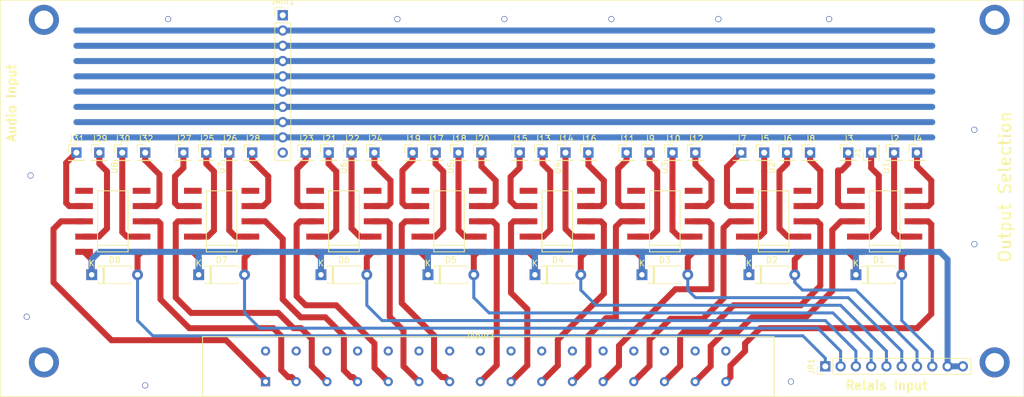
<source format=kicad_pcb>
(kicad_pcb (version 20171130) (host pcbnew 5.0.2-bee76a0~70~ubuntu16.04.1)

  (general
    (thickness 1.6)
    (drawings 7)
    (tracks 401)
    (zones 0)
    (modules 51)
    (nets 59)
  )

  (page A4)
  (layers
    (0 F.Cu signal)
    (31 B.Cu signal)
    (32 B.Adhes user)
    (33 F.Adhes user)
    (34 B.Paste user)
    (35 F.Paste user)
    (36 B.SilkS user)
    (37 F.SilkS user hide)
    (38 B.Mask user)
    (39 F.Mask user)
    (40 Dwgs.User user)
    (41 Cmts.User user)
    (42 Eco1.User user)
    (43 Eco2.User user)
    (44 Edge.Cuts user)
    (45 Margin user)
    (46 B.CrtYd user)
    (47 F.CrtYd user)
    (48 B.Fab user)
    (49 F.Fab user hide)
  )

  (setup
    (last_trace_width 1)
    (trace_clearance 1)
    (zone_clearance 0.508)
    (zone_45_only no)
    (trace_min 0.2)
    (segment_width 0.2)
    (edge_width 0.15)
    (via_size 1)
    (via_drill 0.8)
    (via_min_size 0.4)
    (via_min_drill 0.3)
    (uvia_size 0.3)
    (uvia_drill 0.1)
    (uvias_allowed no)
    (uvia_min_size 0.2)
    (uvia_min_drill 0.1)
    (pcb_text_width 0.3)
    (pcb_text_size 1.5 1.5)
    (mod_edge_width 0.15)
    (mod_text_size 1 1)
    (mod_text_width 0.15)
    (pad_size 1.524 1.524)
    (pad_drill 0.762)
    (pad_to_mask_clearance 0.051)
    (solder_mask_min_width 0.25)
    (aux_axis_origin 0 0)
    (visible_elements FFFFFF7F)
    (pcbplotparams
      (layerselection 0x010fc_ffffffff)
      (usegerberextensions false)
      (usegerberattributes false)
      (usegerberadvancedattributes false)
      (creategerberjobfile false)
      (excludeedgelayer true)
      (linewidth 0.100000)
      (plotframeref false)
      (viasonmask false)
      (mode 1)
      (useauxorigin false)
      (hpglpennumber 1)
      (hpglpenspeed 20)
      (hpglpendiameter 15.000000)
      (psnegative false)
      (psa4output false)
      (plotreference true)
      (plotvalue true)
      (plotinvisibletext false)
      (padsonsilk false)
      (subtractmaskfromsilk false)
      (outputformat 1)
      (mirror false)
      (drillshape 1)
      (scaleselection 1)
      (outputdirectory ""))
  )

  (net 0 "")
  (net 1 /relaysheet/Relais1)
  (net 2 +9V)
  (net 3 /relaysheet/Relais5)
  (net 4 /relaysheet/Relais2)
  (net 5 /relaysheet/Relais6)
  (net 6 /relaysheet/Relais3)
  (net 7 /relaysheet/Relais7)
  (net 8 /relaysheet/Relais4)
  (net 9 /relaysheet/Relais8)
  (net 10 GNDA)
  (net 11 /relaysheet/R1B_out)
  (net 12 /relaysheet/R1A_out)
  (net 13 /relaysheet/R1A_NC)
  (net 14 /relaysheet/R5B_out)
  (net 15 /relaysheet/R5A_out)
  (net 16 /relaysheet/R2B_out)
  (net 17 /relaysheet/R2A_out)
  (net 18 /relaysheet/R6A_out)
  (net 19 /relaysheet/R6B_out)
  (net 20 /relaysheet/R3A_out)
  (net 21 /relaysheet/R3B_out)
  (net 22 /relaysheet/R7B_out)
  (net 23 /relaysheet/R7A_out)
  (net 24 /relaysheet/R4A_out)
  (net 25 /relaysheet/R4B_out)
  (net 26 /relaysheet/R8A_out)
  (net 27 /relaysheet/R8B_out)
  (net 28 /relaysheet/R1B_NC)
  (net 29 /relaysheet/R1A_NO)
  (net 30 /relaysheet/R1B_NO)
  (net 31 /relaysheet/R2A_NC)
  (net 32 /relaysheet/R2B_NC)
  (net 33 /relaysheet/R2A_NO)
  (net 34 /relaysheet/R2B_NO)
  (net 35 /relaysheet/R3A_NC)
  (net 36 /relaysheet/R3B_NC)
  (net 37 /relaysheet/R3A_NO)
  (net 38 /relaysheet/R3B_NO)
  (net 39 /relaysheet/R4A_NC)
  (net 40 /relaysheet/R4B_NC)
  (net 41 /relaysheet/R4A_NO)
  (net 42 /relaysheet/R4B_NO)
  (net 43 /relaysheet/R5A_NC)
  (net 44 /relaysheet/R5B_NC)
  (net 45 /relaysheet/R5A_NO)
  (net 46 /relaysheet/R5B_NO)
  (net 47 /relaysheet/R6A_NC)
  (net 48 /relaysheet/R6B_NC)
  (net 49 /relaysheet/R6A_NO)
  (net 50 /relaysheet/R6B_NO)
  (net 51 /relaysheet/R7A_NC)
  (net 52 /relaysheet/R7B_NC)
  (net 53 /relaysheet/R7A_NO)
  (net 54 /relaysheet/R7B_NO)
  (net 55 /relaysheet/R8A_NC)
  (net 56 /relaysheet/R8B_NC)
  (net 57 /relaysheet/R8A_NO)
  (net 58 /relaysheet/R8B_NO)

  (net_class Default "This is the default net class."
    (clearance 1)
    (trace_width 1)
    (via_dia 1)
    (via_drill 0.8)
    (uvia_dia 0.3)
    (uvia_drill 0.1)
    (add_net +9V)
    (add_net /relaysheet/R1A_NC)
    (add_net /relaysheet/R1A_NO)
    (add_net /relaysheet/R1A_out)
    (add_net /relaysheet/R1B_NC)
    (add_net /relaysheet/R1B_NO)
    (add_net /relaysheet/R1B_out)
    (add_net /relaysheet/R2A_NC)
    (add_net /relaysheet/R2A_NO)
    (add_net /relaysheet/R2A_out)
    (add_net /relaysheet/R2B_NC)
    (add_net /relaysheet/R2B_NO)
    (add_net /relaysheet/R2B_out)
    (add_net /relaysheet/R3A_NC)
    (add_net /relaysheet/R3A_NO)
    (add_net /relaysheet/R3A_out)
    (add_net /relaysheet/R3B_NC)
    (add_net /relaysheet/R3B_NO)
    (add_net /relaysheet/R3B_out)
    (add_net /relaysheet/R4A_NC)
    (add_net /relaysheet/R4A_NO)
    (add_net /relaysheet/R4A_out)
    (add_net /relaysheet/R4B_NC)
    (add_net /relaysheet/R4B_NO)
    (add_net /relaysheet/R4B_out)
    (add_net /relaysheet/R5A_NC)
    (add_net /relaysheet/R5A_NO)
    (add_net /relaysheet/R5A_out)
    (add_net /relaysheet/R5B_NC)
    (add_net /relaysheet/R5B_NO)
    (add_net /relaysheet/R5B_out)
    (add_net /relaysheet/R6A_NC)
    (add_net /relaysheet/R6A_NO)
    (add_net /relaysheet/R6A_out)
    (add_net /relaysheet/R6B_NC)
    (add_net /relaysheet/R6B_NO)
    (add_net /relaysheet/R6B_out)
    (add_net /relaysheet/R7A_NC)
    (add_net /relaysheet/R7A_NO)
    (add_net /relaysheet/R7A_out)
    (add_net /relaysheet/R7B_NC)
    (add_net /relaysheet/R7B_NO)
    (add_net /relaysheet/R7B_out)
    (add_net /relaysheet/R8A_NC)
    (add_net /relaysheet/R8A_NO)
    (add_net /relaysheet/R8A_out)
    (add_net /relaysheet/R8B_NC)
    (add_net /relaysheet/R8B_NO)
    (add_net /relaysheet/R8B_out)
    (add_net /relaysheet/Relais1)
    (add_net /relaysheet/Relais2)
    (add_net /relaysheet/Relais3)
    (add_net /relaysheet/Relais4)
    (add_net /relaysheet/Relais5)
    (add_net /relaysheet/Relais6)
    (add_net /relaysheet/Relais7)
    (add_net /relaysheet/Relais8)
    (add_net GNDA)
  )

  (module footprints:NEC-EB2-12NU (layer F.Cu) (tedit 5CD1A950) (tstamp 5CD2D6D0)
    (at 159.72 49.53 90)
    (path /5CD2BD35/5CD2D6AA)
    (fp_text reference U1 (at 8.89 0.3 90) (layer F.SilkS)
      (effects (font (size 1 1) (thickness 0.15)))
    )
    (fp_text value NEC-EB2-12NU (at 0 0 90) (layer F.Fab)
      (effects (font (size 1 1) (thickness 0.15)))
    )
    (fp_line (start -7.15 -4.65) (end 7.15 -4.65) (layer F.Fab) (width 0.15))
    (fp_line (start 7.15 -4.65) (end 7.15 4.65) (layer F.Fab) (width 0.15))
    (fp_line (start 7.15 4.65) (end -7.15 4.65) (layer F.Fab) (width 0.15))
    (fp_line (start -7.15 4.65) (end -7.15 -4.65) (layer F.Fab) (width 0.15))
    (fp_line (start -6 -4.65) (end -6 4.65) (layer F.Fab) (width 0.15))
    (fp_line (start -5.08 -2.54) (end 5.08 -2.54) (layer F.SilkS) (width 0.15))
    (fp_line (start 5.08 -2.54) (end 5.08 2.54) (layer F.SilkS) (width 0.15))
    (fp_line (start 5.08 2.54) (end -5.08 2.54) (layer F.SilkS) (width 0.15))
    (fp_line (start -5.08 2.54) (end -5.08 -2.54) (layer F.SilkS) (width 0.15))
    (fp_line (start -4 -2.54) (end -4 2.54) (layer F.SilkS) (width 0.15))
    (pad 1 smd rect (at -5.08 -4.78 90) (size 1 2.94) (layers F.Cu F.Paste F.Mask)
      (net 2 +9V))
    (pad 2 smd rect (at -2.54 -4.78 90) (size 1 2.94) (layers F.Cu F.Paste F.Mask)
      (net 13 /relaysheet/R1A_NC))
    (pad 3 smd rect (at 0 -4.78 90) (size 1 2.94) (layers F.Cu F.Paste F.Mask)
      (net 12 /relaysheet/R1A_out))
    (pad 4 smd rect (at 2.54 -4.78 90) (size 1 2.94) (layers F.Cu F.Paste F.Mask)
      (net 29 /relaysheet/R1A_NO))
    (pad 5 smd rect (at 5.08 -4.78 90) (size 1 2.94) (layers F.Cu F.Paste F.Mask))
    (pad 6 smd rect (at 5.08 4.78 90) (size 1 2.94) (layers F.Cu F.Paste F.Mask))
    (pad 7 smd rect (at 2.54 4.78 90) (size 1 2.94) (layers F.Cu F.Paste F.Mask)
      (net 30 /relaysheet/R1B_NO))
    (pad 8 smd rect (at 0 4.78 90) (size 1 2.94) (layers F.Cu F.Paste F.Mask)
      (net 11 /relaysheet/R1B_out))
    (pad 9 smd rect (at -2.54 4.78 90) (size 1 2.94) (layers F.Cu F.Paste F.Mask)
      (net 28 /relaysheet/R1B_NC))
    (pad 10 smd rect (at -5.08 4.78 90) (size 1 2.94) (layers F.Cu F.Paste F.Mask)
      (net 1 /relaysheet/Relais1))
  )

  (module footprints:NEC-EB2-12NU (layer F.Cu) (tedit 5CD1A950) (tstamp 5CD2F79B)
    (at 141.27 49.53 90)
    (path /5CD2BD35/5CD30362)
    (fp_text reference U2 (at 8.89 -0.3 90) (layer F.SilkS)
      (effects (font (size 1 1) (thickness 0.15)))
    )
    (fp_text value NEC-EB2-12NU (at 0 0 90) (layer F.Fab)
      (effects (font (size 1 1) (thickness 0.15)))
    )
    (fp_line (start -7.15 -4.65) (end 7.15 -4.65) (layer F.Fab) (width 0.15))
    (fp_line (start 7.15 -4.65) (end 7.15 4.65) (layer F.Fab) (width 0.15))
    (fp_line (start 7.15 4.65) (end -7.15 4.65) (layer F.Fab) (width 0.15))
    (fp_line (start -7.15 4.65) (end -7.15 -4.65) (layer F.Fab) (width 0.15))
    (fp_line (start -6 -4.65) (end -6 4.65) (layer F.Fab) (width 0.15))
    (fp_line (start -5.08 -2.54) (end 5.08 -2.54) (layer F.SilkS) (width 0.15))
    (fp_line (start 5.08 -2.54) (end 5.08 2.54) (layer F.SilkS) (width 0.15))
    (fp_line (start 5.08 2.54) (end -5.08 2.54) (layer F.SilkS) (width 0.15))
    (fp_line (start -5.08 2.54) (end -5.08 -2.54) (layer F.SilkS) (width 0.15))
    (fp_line (start -4 -2.54) (end -4 2.54) (layer F.SilkS) (width 0.15))
    (pad 1 smd rect (at -5.08 -4.78 90) (size 1 2.94) (layers F.Cu F.Paste F.Mask)
      (net 2 +9V))
    (pad 2 smd rect (at -2.54 -4.78 90) (size 1 2.94) (layers F.Cu F.Paste F.Mask)
      (net 31 /relaysheet/R2A_NC))
    (pad 3 smd rect (at 0 -4.78 90) (size 1 2.94) (layers F.Cu F.Paste F.Mask)
      (net 17 /relaysheet/R2A_out))
    (pad 4 smd rect (at 2.54 -4.78 90) (size 1 2.94) (layers F.Cu F.Paste F.Mask)
      (net 33 /relaysheet/R2A_NO))
    (pad 5 smd rect (at 5.08 -4.78 90) (size 1 2.94) (layers F.Cu F.Paste F.Mask))
    (pad 6 smd rect (at 5.08 4.78 90) (size 1 2.94) (layers F.Cu F.Paste F.Mask))
    (pad 7 smd rect (at 2.54 4.78 90) (size 1 2.94) (layers F.Cu F.Paste F.Mask)
      (net 34 /relaysheet/R2B_NO))
    (pad 8 smd rect (at 0 4.78 90) (size 1 2.94) (layers F.Cu F.Paste F.Mask)
      (net 16 /relaysheet/R2B_out))
    (pad 9 smd rect (at -2.54 4.78 90) (size 1 2.94) (layers F.Cu F.Paste F.Mask)
      (net 32 /relaysheet/R2B_NC))
    (pad 10 smd rect (at -5.08 4.78 90) (size 1 2.94) (layers F.Cu F.Paste F.Mask)
      (net 4 /relaysheet/Relais2))
  )

  (module footprints:NEC-EB2-12NU (layer F.Cu) (tedit 5CD1A950) (tstamp 5CD2D700)
    (at 123.19 49.53 90)
    (path /5CD2BD35/5CD316D2)
    (fp_text reference U3 (at 8.89 0 90) (layer F.SilkS)
      (effects (font (size 1 1) (thickness 0.15)))
    )
    (fp_text value NEC-EB2-12NU (at 0 0 90) (layer F.Fab)
      (effects (font (size 1 1) (thickness 0.15)))
    )
    (fp_line (start -7.15 -4.65) (end 7.15 -4.65) (layer F.Fab) (width 0.15))
    (fp_line (start 7.15 -4.65) (end 7.15 4.65) (layer F.Fab) (width 0.15))
    (fp_line (start 7.15 4.65) (end -7.15 4.65) (layer F.Fab) (width 0.15))
    (fp_line (start -7.15 4.65) (end -7.15 -4.65) (layer F.Fab) (width 0.15))
    (fp_line (start -6 -4.65) (end -6 4.65) (layer F.Fab) (width 0.15))
    (fp_line (start -5.08 -2.54) (end 5.08 -2.54) (layer F.SilkS) (width 0.15))
    (fp_line (start 5.08 -2.54) (end 5.08 2.54) (layer F.SilkS) (width 0.15))
    (fp_line (start 5.08 2.54) (end -5.08 2.54) (layer F.SilkS) (width 0.15))
    (fp_line (start -5.08 2.54) (end -5.08 -2.54) (layer F.SilkS) (width 0.15))
    (fp_line (start -4 -2.54) (end -4 2.54) (layer F.SilkS) (width 0.15))
    (pad 1 smd rect (at -5.08 -4.78 90) (size 1 2.94) (layers F.Cu F.Paste F.Mask)
      (net 2 +9V))
    (pad 2 smd rect (at -2.54 -4.78 90) (size 1 2.94) (layers F.Cu F.Paste F.Mask)
      (net 35 /relaysheet/R3A_NC))
    (pad 3 smd rect (at 0 -4.78 90) (size 1 2.94) (layers F.Cu F.Paste F.Mask)
      (net 20 /relaysheet/R3A_out))
    (pad 4 smd rect (at 2.54 -4.78 90) (size 1 2.94) (layers F.Cu F.Paste F.Mask)
      (net 37 /relaysheet/R3A_NO))
    (pad 5 smd rect (at 5.08 -4.78 90) (size 1 2.94) (layers F.Cu F.Paste F.Mask))
    (pad 6 smd rect (at 5.08 4.78 90) (size 1 2.94) (layers F.Cu F.Paste F.Mask))
    (pad 7 smd rect (at 2.54 4.78 90) (size 1 2.94) (layers F.Cu F.Paste F.Mask)
      (net 38 /relaysheet/R3B_NO))
    (pad 8 smd rect (at 0 4.78 90) (size 1 2.94) (layers F.Cu F.Paste F.Mask)
      (net 21 /relaysheet/R3B_out))
    (pad 9 smd rect (at -2.54 4.78 90) (size 1 2.94) (layers F.Cu F.Paste F.Mask)
      (net 36 /relaysheet/R3B_NC))
    (pad 10 smd rect (at -5.08 4.78 90) (size 1 2.94) (layers F.Cu F.Paste F.Mask)
      (net 6 /relaysheet/Relais3))
  )

  (module footprints:NEC-EB2-12NU (layer F.Cu) (tedit 5CD1A950) (tstamp 5CD30B02)
    (at 105.31 49.53 90)
    (path /5CD2BD35/5CD31724)
    (fp_text reference U4 (at 8.89 0.1 90) (layer F.SilkS)
      (effects (font (size 1 1) (thickness 0.15)))
    )
    (fp_text value NEC-EB2-12NU (at 0 0 90) (layer F.Fab)
      (effects (font (size 1 1) (thickness 0.15)))
    )
    (fp_line (start -4 -2.54) (end -4 2.54) (layer F.SilkS) (width 0.15))
    (fp_line (start -5.08 2.54) (end -5.08 -2.54) (layer F.SilkS) (width 0.15))
    (fp_line (start 5.08 2.54) (end -5.08 2.54) (layer F.SilkS) (width 0.15))
    (fp_line (start 5.08 -2.54) (end 5.08 2.54) (layer F.SilkS) (width 0.15))
    (fp_line (start -5.08 -2.54) (end 5.08 -2.54) (layer F.SilkS) (width 0.15))
    (fp_line (start -6 -4.65) (end -6 4.65) (layer F.Fab) (width 0.15))
    (fp_line (start -7.15 4.65) (end -7.15 -4.65) (layer F.Fab) (width 0.15))
    (fp_line (start 7.15 4.65) (end -7.15 4.65) (layer F.Fab) (width 0.15))
    (fp_line (start 7.15 -4.65) (end 7.15 4.65) (layer F.Fab) (width 0.15))
    (fp_line (start -7.15 -4.65) (end 7.15 -4.65) (layer F.Fab) (width 0.15))
    (pad 10 smd rect (at -5.08 4.78 90) (size 1 2.94) (layers F.Cu F.Paste F.Mask)
      (net 8 /relaysheet/Relais4))
    (pad 9 smd rect (at -2.54 4.78 90) (size 1 2.94) (layers F.Cu F.Paste F.Mask)
      (net 40 /relaysheet/R4B_NC))
    (pad 8 smd rect (at 0 4.78 90) (size 1 2.94) (layers F.Cu F.Paste F.Mask)
      (net 25 /relaysheet/R4B_out))
    (pad 7 smd rect (at 2.54 4.78 90) (size 1 2.94) (layers F.Cu F.Paste F.Mask)
      (net 42 /relaysheet/R4B_NO))
    (pad 6 smd rect (at 5.08 4.78 90) (size 1 2.94) (layers F.Cu F.Paste F.Mask))
    (pad 5 smd rect (at 5.08 -4.78 90) (size 1 2.94) (layers F.Cu F.Paste F.Mask))
    (pad 4 smd rect (at 2.54 -4.78 90) (size 1 2.94) (layers F.Cu F.Paste F.Mask)
      (net 41 /relaysheet/R4A_NO))
    (pad 3 smd rect (at 0 -4.78 90) (size 1 2.94) (layers F.Cu F.Paste F.Mask)
      (net 24 /relaysheet/R4A_out))
    (pad 2 smd rect (at -2.54 -4.78 90) (size 1 2.94) (layers F.Cu F.Paste F.Mask)
      (net 39 /relaysheet/R4A_NC))
    (pad 1 smd rect (at -5.08 -4.78 90) (size 1 2.94) (layers F.Cu F.Paste F.Mask)
      (net 2 +9V))
  )

  (module footprints:NEC-EB2-12NU (layer F.Cu) (tedit 5CD1A950) (tstamp 5CD2D730)
    (at 87.33 49.53 90)
    (path /5CD2BD35/5CD2FCCA)
    (fp_text reference U5 (at 8.89 0.3 90) (layer F.SilkS)
      (effects (font (size 1 1) (thickness 0.15)))
    )
    (fp_text value NEC-EB2-12NU (at 0 0 90) (layer F.Fab)
      (effects (font (size 1 1) (thickness 0.15)))
    )
    (fp_line (start -4 -2.54) (end -4 2.54) (layer F.SilkS) (width 0.15))
    (fp_line (start -5.08 2.54) (end -5.08 -2.54) (layer F.SilkS) (width 0.15))
    (fp_line (start 5.08 2.54) (end -5.08 2.54) (layer F.SilkS) (width 0.15))
    (fp_line (start 5.08 -2.54) (end 5.08 2.54) (layer F.SilkS) (width 0.15))
    (fp_line (start -5.08 -2.54) (end 5.08 -2.54) (layer F.SilkS) (width 0.15))
    (fp_line (start -6 -4.65) (end -6 4.65) (layer F.Fab) (width 0.15))
    (fp_line (start -7.15 4.65) (end -7.15 -4.65) (layer F.Fab) (width 0.15))
    (fp_line (start 7.15 4.65) (end -7.15 4.65) (layer F.Fab) (width 0.15))
    (fp_line (start 7.15 -4.65) (end 7.15 4.65) (layer F.Fab) (width 0.15))
    (fp_line (start -7.15 -4.65) (end 7.15 -4.65) (layer F.Fab) (width 0.15))
    (pad 10 smd rect (at -5.08 4.78 90) (size 1 2.94) (layers F.Cu F.Paste F.Mask)
      (net 3 /relaysheet/Relais5))
    (pad 9 smd rect (at -2.54 4.78 90) (size 1 2.94) (layers F.Cu F.Paste F.Mask)
      (net 44 /relaysheet/R5B_NC))
    (pad 8 smd rect (at 0 4.78 90) (size 1 2.94) (layers F.Cu F.Paste F.Mask)
      (net 14 /relaysheet/R5B_out))
    (pad 7 smd rect (at 2.54 4.78 90) (size 1 2.94) (layers F.Cu F.Paste F.Mask)
      (net 46 /relaysheet/R5B_NO))
    (pad 6 smd rect (at 5.08 4.78 90) (size 1 2.94) (layers F.Cu F.Paste F.Mask))
    (pad 5 smd rect (at 5.08 -4.78 90) (size 1 2.94) (layers F.Cu F.Paste F.Mask))
    (pad 4 smd rect (at 2.54 -4.78 90) (size 1 2.94) (layers F.Cu F.Paste F.Mask)
      (net 45 /relaysheet/R5A_NO))
    (pad 3 smd rect (at 0 -4.78 90) (size 1 2.94) (layers F.Cu F.Paste F.Mask)
      (net 15 /relaysheet/R5A_out))
    (pad 2 smd rect (at -2.54 -4.78 90) (size 1 2.94) (layers F.Cu F.Paste F.Mask)
      (net 43 /relaysheet/R5A_NC))
    (pad 1 smd rect (at -5.08 -4.78 90) (size 1 2.94) (layers F.Cu F.Paste F.Mask)
      (net 2 +9V))
  )

  (module footprints:NEC-EB2-12NU (layer F.Cu) (tedit 5CD1A950) (tstamp 5CD2D748)
    (at 69.85 49.53 90)
    (path /5CD2BD35/5CD3038B)
    (fp_text reference U6 (at 8.89 0 90) (layer F.SilkS)
      (effects (font (size 1 1) (thickness 0.15)))
    )
    (fp_text value NEC-EB2-12NU (at 0 0 90) (layer F.Fab)
      (effects (font (size 1 1) (thickness 0.15)))
    )
    (fp_line (start -4 -2.54) (end -4 2.54) (layer F.SilkS) (width 0.15))
    (fp_line (start -5.08 2.54) (end -5.08 -2.54) (layer F.SilkS) (width 0.15))
    (fp_line (start 5.08 2.54) (end -5.08 2.54) (layer F.SilkS) (width 0.15))
    (fp_line (start 5.08 -2.54) (end 5.08 2.54) (layer F.SilkS) (width 0.15))
    (fp_line (start -5.08 -2.54) (end 5.08 -2.54) (layer F.SilkS) (width 0.15))
    (fp_line (start -6 -4.65) (end -6 4.65) (layer F.Fab) (width 0.15))
    (fp_line (start -7.15 4.65) (end -7.15 -4.65) (layer F.Fab) (width 0.15))
    (fp_line (start 7.15 4.65) (end -7.15 4.65) (layer F.Fab) (width 0.15))
    (fp_line (start 7.15 -4.65) (end 7.15 4.65) (layer F.Fab) (width 0.15))
    (fp_line (start -7.15 -4.65) (end 7.15 -4.65) (layer F.Fab) (width 0.15))
    (pad 10 smd rect (at -5.08 4.78 90) (size 1 2.94) (layers F.Cu F.Paste F.Mask)
      (net 5 /relaysheet/Relais6))
    (pad 9 smd rect (at -2.54 4.78 90) (size 1 2.94) (layers F.Cu F.Paste F.Mask)
      (net 48 /relaysheet/R6B_NC))
    (pad 8 smd rect (at 0 4.78 90) (size 1 2.94) (layers F.Cu F.Paste F.Mask)
      (net 19 /relaysheet/R6B_out))
    (pad 7 smd rect (at 2.54 4.78 90) (size 1 2.94) (layers F.Cu F.Paste F.Mask)
      (net 50 /relaysheet/R6B_NO))
    (pad 6 smd rect (at 5.08 4.78 90) (size 1 2.94) (layers F.Cu F.Paste F.Mask))
    (pad 5 smd rect (at 5.08 -4.78 90) (size 1 2.94) (layers F.Cu F.Paste F.Mask))
    (pad 4 smd rect (at 2.54 -4.78 90) (size 1 2.94) (layers F.Cu F.Paste F.Mask)
      (net 49 /relaysheet/R6A_NO))
    (pad 3 smd rect (at 0 -4.78 90) (size 1 2.94) (layers F.Cu F.Paste F.Mask)
      (net 18 /relaysheet/R6A_out))
    (pad 2 smd rect (at -2.54 -4.78 90) (size 1 2.94) (layers F.Cu F.Paste F.Mask)
      (net 47 /relaysheet/R6A_NC))
    (pad 1 smd rect (at -5.08 -4.78 90) (size 1 2.94) (layers F.Cu F.Paste F.Mask)
      (net 2 +9V))
  )

  (module footprints:NEC-EB2-12NU (layer F.Cu) (tedit 5CD1A950) (tstamp 5CD2DE4A)
    (at 49.53 49.53 90)
    (path /5CD2BD35/5CD316FB)
    (fp_text reference U7 (at 8.89 0 90) (layer F.SilkS)
      (effects (font (size 1 1) (thickness 0.15)))
    )
    (fp_text value NEC-EB2-12NU (at 0 0 90) (layer F.Fab)
      (effects (font (size 1 1) (thickness 0.15)))
    )
    (fp_line (start -4 -2.54) (end -4 2.54) (layer F.SilkS) (width 0.15))
    (fp_line (start -5.08 2.54) (end -5.08 -2.54) (layer F.SilkS) (width 0.15))
    (fp_line (start 5.08 2.54) (end -5.08 2.54) (layer F.SilkS) (width 0.15))
    (fp_line (start 5.08 -2.54) (end 5.08 2.54) (layer F.SilkS) (width 0.15))
    (fp_line (start -5.08 -2.54) (end 5.08 -2.54) (layer F.SilkS) (width 0.15))
    (fp_line (start -6 -4.65) (end -6 4.65) (layer F.Fab) (width 0.15))
    (fp_line (start -7.15 4.65) (end -7.15 -4.65) (layer F.Fab) (width 0.15))
    (fp_line (start 7.15 4.65) (end -7.15 4.65) (layer F.Fab) (width 0.15))
    (fp_line (start 7.15 -4.65) (end 7.15 4.65) (layer F.Fab) (width 0.15))
    (fp_line (start -7.15 -4.65) (end 7.15 -4.65) (layer F.Fab) (width 0.15))
    (pad 10 smd rect (at -5.08 4.78 90) (size 1 2.94) (layers F.Cu F.Paste F.Mask)
      (net 7 /relaysheet/Relais7))
    (pad 9 smd rect (at -2.54 4.78 90) (size 1 2.94) (layers F.Cu F.Paste F.Mask)
      (net 52 /relaysheet/R7B_NC))
    (pad 8 smd rect (at 0 4.78 90) (size 1 2.94) (layers F.Cu F.Paste F.Mask)
      (net 22 /relaysheet/R7B_out))
    (pad 7 smd rect (at 2.54 4.78 90) (size 1 2.94) (layers F.Cu F.Paste F.Mask)
      (net 54 /relaysheet/R7B_NO))
    (pad 6 smd rect (at 5.08 4.78 90) (size 1 2.94) (layers F.Cu F.Paste F.Mask))
    (pad 5 smd rect (at 5.08 -4.78 90) (size 1 2.94) (layers F.Cu F.Paste F.Mask))
    (pad 4 smd rect (at 2.54 -4.78 90) (size 1 2.94) (layers F.Cu F.Paste F.Mask)
      (net 53 /relaysheet/R7A_NO))
    (pad 3 smd rect (at 0 -4.78 90) (size 1 2.94) (layers F.Cu F.Paste F.Mask)
      (net 23 /relaysheet/R7A_out))
    (pad 2 smd rect (at -2.54 -4.78 90) (size 1 2.94) (layers F.Cu F.Paste F.Mask)
      (net 51 /relaysheet/R7A_NC))
    (pad 1 smd rect (at -5.08 -4.78 90) (size 1 2.94) (layers F.Cu F.Paste F.Mask)
      (net 2 +9V))
  )

  (module footprints:NEC-EB2-12NU (layer F.Cu) (tedit 5CD1A950) (tstamp 5CD30EC6)
    (at 31.45 49.53 90)
    (path /5CD2BD35/5CD3174D)
    (fp_text reference U8 (at 8.89 0.3 90) (layer F.SilkS)
      (effects (font (size 1 1) (thickness 0.15)))
    )
    (fp_text value NEC-EB2-12NU (at 0 0 90) (layer F.Fab)
      (effects (font (size 1 1) (thickness 0.15)))
    )
    (fp_line (start -4 -2.54) (end -4 2.54) (layer F.SilkS) (width 0.15))
    (fp_line (start -5.08 2.54) (end -5.08 -2.54) (layer F.SilkS) (width 0.15))
    (fp_line (start 5.08 2.54) (end -5.08 2.54) (layer F.SilkS) (width 0.15))
    (fp_line (start 5.08 -2.54) (end 5.08 2.54) (layer F.SilkS) (width 0.15))
    (fp_line (start -5.08 -2.54) (end 5.08 -2.54) (layer F.SilkS) (width 0.15))
    (fp_line (start -6 -4.65) (end -6 4.65) (layer F.Fab) (width 0.15))
    (fp_line (start -7.15 4.65) (end -7.15 -4.65) (layer F.Fab) (width 0.15))
    (fp_line (start 7.15 4.65) (end -7.15 4.65) (layer F.Fab) (width 0.15))
    (fp_line (start 7.15 -4.65) (end 7.15 4.65) (layer F.Fab) (width 0.15))
    (fp_line (start -7.15 -4.65) (end 7.15 -4.65) (layer F.Fab) (width 0.15))
    (pad 10 smd rect (at -5.08 4.78 90) (size 1 2.94) (layers F.Cu F.Paste F.Mask)
      (net 9 /relaysheet/Relais8))
    (pad 9 smd rect (at -2.54 4.78 90) (size 1 2.94) (layers F.Cu F.Paste F.Mask)
      (net 56 /relaysheet/R8B_NC))
    (pad 8 smd rect (at 0 4.78 90) (size 1 2.94) (layers F.Cu F.Paste F.Mask)
      (net 27 /relaysheet/R8B_out))
    (pad 7 smd rect (at 2.54 4.78 90) (size 1 2.94) (layers F.Cu F.Paste F.Mask)
      (net 58 /relaysheet/R8B_NO))
    (pad 6 smd rect (at 5.08 4.78 90) (size 1 2.94) (layers F.Cu F.Paste F.Mask))
    (pad 5 smd rect (at 5.08 -4.78 90) (size 1 2.94) (layers F.Cu F.Paste F.Mask))
    (pad 4 smd rect (at 2.54 -4.78 90) (size 1 2.94) (layers F.Cu F.Paste F.Mask)
      (net 57 /relaysheet/R8A_NO))
    (pad 3 smd rect (at 0 -4.78 90) (size 1 2.94) (layers F.Cu F.Paste F.Mask)
      (net 26 /relaysheet/R8A_out))
    (pad 2 smd rect (at -2.54 -4.78 90) (size 1 2.94) (layers F.Cu F.Paste F.Mask)
      (net 55 /relaysheet/R8A_NC))
    (pad 1 smd rect (at -5.08 -4.78 90) (size 1 2.94) (layers F.Cu F.Paste F.Mask)
      (net 2 +9V))
  )

  (module Diode_THT:D_A-405_P7.62mm_Horizontal (layer F.Cu) (tedit 5AE50CD5) (tstamp 5CD2F417)
    (at 154.94 58.42)
    (descr "Diode, A-405 series, Axial, Horizontal, pin pitch=7.62mm, , length*diameter=5.2*2.7mm^2, , http://www.diodes.com/_files/packages/A-405.pdf")
    (tags "Diode A-405 series Axial Horizontal pin pitch 7.62mm  length 5.2mm diameter 2.7mm")
    (path /5CD2BD35/5CD2E7CE)
    (fp_text reference D1 (at 3.81 -2.47) (layer F.SilkS)
      (effects (font (size 1 1) (thickness 0.15)))
    )
    (fp_text value D (at 3.81 2.47) (layer F.Fab)
      (effects (font (size 1 1) (thickness 0.15)))
    )
    (fp_line (start 1.21 -1.35) (end 1.21 1.35) (layer F.Fab) (width 0.1))
    (fp_line (start 1.21 1.35) (end 6.41 1.35) (layer F.Fab) (width 0.1))
    (fp_line (start 6.41 1.35) (end 6.41 -1.35) (layer F.Fab) (width 0.1))
    (fp_line (start 6.41 -1.35) (end 1.21 -1.35) (layer F.Fab) (width 0.1))
    (fp_line (start 0 0) (end 1.21 0) (layer F.Fab) (width 0.1))
    (fp_line (start 7.62 0) (end 6.41 0) (layer F.Fab) (width 0.1))
    (fp_line (start 1.99 -1.35) (end 1.99 1.35) (layer F.Fab) (width 0.1))
    (fp_line (start 2.09 -1.35) (end 2.09 1.35) (layer F.Fab) (width 0.1))
    (fp_line (start 1.89 -1.35) (end 1.89 1.35) (layer F.Fab) (width 0.1))
    (fp_line (start 1.09 -1.14) (end 1.09 -1.47) (layer F.SilkS) (width 0.12))
    (fp_line (start 1.09 -1.47) (end 6.53 -1.47) (layer F.SilkS) (width 0.12))
    (fp_line (start 6.53 -1.47) (end 6.53 -1.14) (layer F.SilkS) (width 0.12))
    (fp_line (start 1.09 1.14) (end 1.09 1.47) (layer F.SilkS) (width 0.12))
    (fp_line (start 1.09 1.47) (end 6.53 1.47) (layer F.SilkS) (width 0.12))
    (fp_line (start 6.53 1.47) (end 6.53 1.14) (layer F.SilkS) (width 0.12))
    (fp_line (start 1.99 -1.47) (end 1.99 1.47) (layer F.SilkS) (width 0.12))
    (fp_line (start 2.11 -1.47) (end 2.11 1.47) (layer F.SilkS) (width 0.12))
    (fp_line (start 1.87 -1.47) (end 1.87 1.47) (layer F.SilkS) (width 0.12))
    (fp_line (start -1.15 -1.6) (end -1.15 1.6) (layer F.CrtYd) (width 0.05))
    (fp_line (start -1.15 1.6) (end 8.77 1.6) (layer F.CrtYd) (width 0.05))
    (fp_line (start 8.77 1.6) (end 8.77 -1.6) (layer F.CrtYd) (width 0.05))
    (fp_line (start 8.77 -1.6) (end -1.15 -1.6) (layer F.CrtYd) (width 0.05))
    (fp_text user %R (at 4.2 0) (layer F.Fab)
      (effects (font (size 1 1) (thickness 0.15)))
    )
    (fp_text user K (at 0 -1.9) (layer F.Fab)
      (effects (font (size 1 1) (thickness 0.15)))
    )
    (fp_text user K (at 0 -1.9) (layer F.SilkS)
      (effects (font (size 1 1) (thickness 0.15)))
    )
    (pad 1 thru_hole rect (at 0 0) (size 1.8 1.8) (drill 0.9) (layers *.Cu *.Mask)
      (net 2 +9V))
    (pad 2 thru_hole oval (at 7.62 0) (size 1.8 1.8) (drill 0.9) (layers *.Cu *.Mask)
      (net 1 /relaysheet/Relais1))
    (model ${KISYS3DMOD}/Diode_THT.3dshapes/D_A-405_P7.62mm_Horizontal.wrl
      (at (xyz 0 0 0))
      (scale (xyz 1 1 1))
      (rotate (xyz 0 0 0))
    )
  )

  (module Diode_THT:D_A-405_P7.62mm_Horizontal (layer F.Cu) (tedit 5AE50CD5) (tstamp 5CD2F435)
    (at 137.16 58.42)
    (descr "Diode, A-405 series, Axial, Horizontal, pin pitch=7.62mm, , length*diameter=5.2*2.7mm^2, , http://www.diodes.com/_files/packages/A-405.pdf")
    (tags "Diode A-405 series Axial Horizontal pin pitch 7.62mm  length 5.2mm diameter 2.7mm")
    (path /5CD2BD35/5CD3037D)
    (fp_text reference D2 (at 3.81 -2.47) (layer F.SilkS)
      (effects (font (size 1 1) (thickness 0.15)))
    )
    (fp_text value D (at 3.81 2.47) (layer F.Fab)
      (effects (font (size 1 1) (thickness 0.15)))
    )
    (fp_text user K (at 0 -1.9) (layer F.SilkS)
      (effects (font (size 1 1) (thickness 0.15)))
    )
    (fp_text user K (at 0 -1.9) (layer F.Fab)
      (effects (font (size 1 1) (thickness 0.15)))
    )
    (fp_text user %R (at 4.2 0) (layer F.Fab)
      (effects (font (size 1 1) (thickness 0.15)))
    )
    (fp_line (start 8.77 -1.6) (end -1.15 -1.6) (layer F.CrtYd) (width 0.05))
    (fp_line (start 8.77 1.6) (end 8.77 -1.6) (layer F.CrtYd) (width 0.05))
    (fp_line (start -1.15 1.6) (end 8.77 1.6) (layer F.CrtYd) (width 0.05))
    (fp_line (start -1.15 -1.6) (end -1.15 1.6) (layer F.CrtYd) (width 0.05))
    (fp_line (start 1.87 -1.47) (end 1.87 1.47) (layer F.SilkS) (width 0.12))
    (fp_line (start 2.11 -1.47) (end 2.11 1.47) (layer F.SilkS) (width 0.12))
    (fp_line (start 1.99 -1.47) (end 1.99 1.47) (layer F.SilkS) (width 0.12))
    (fp_line (start 6.53 1.47) (end 6.53 1.14) (layer F.SilkS) (width 0.12))
    (fp_line (start 1.09 1.47) (end 6.53 1.47) (layer F.SilkS) (width 0.12))
    (fp_line (start 1.09 1.14) (end 1.09 1.47) (layer F.SilkS) (width 0.12))
    (fp_line (start 6.53 -1.47) (end 6.53 -1.14) (layer F.SilkS) (width 0.12))
    (fp_line (start 1.09 -1.47) (end 6.53 -1.47) (layer F.SilkS) (width 0.12))
    (fp_line (start 1.09 -1.14) (end 1.09 -1.47) (layer F.SilkS) (width 0.12))
    (fp_line (start 1.89 -1.35) (end 1.89 1.35) (layer F.Fab) (width 0.1))
    (fp_line (start 2.09 -1.35) (end 2.09 1.35) (layer F.Fab) (width 0.1))
    (fp_line (start 1.99 -1.35) (end 1.99 1.35) (layer F.Fab) (width 0.1))
    (fp_line (start 7.62 0) (end 6.41 0) (layer F.Fab) (width 0.1))
    (fp_line (start 0 0) (end 1.21 0) (layer F.Fab) (width 0.1))
    (fp_line (start 6.41 -1.35) (end 1.21 -1.35) (layer F.Fab) (width 0.1))
    (fp_line (start 6.41 1.35) (end 6.41 -1.35) (layer F.Fab) (width 0.1))
    (fp_line (start 1.21 1.35) (end 6.41 1.35) (layer F.Fab) (width 0.1))
    (fp_line (start 1.21 -1.35) (end 1.21 1.35) (layer F.Fab) (width 0.1))
    (pad 2 thru_hole oval (at 7.62 0) (size 1.8 1.8) (drill 0.9) (layers *.Cu *.Mask)
      (net 4 /relaysheet/Relais2))
    (pad 1 thru_hole rect (at 0 0) (size 1.8 1.8) (drill 0.9) (layers *.Cu *.Mask)
      (net 2 +9V))
    (model ${KISYS3DMOD}/Diode_THT.3dshapes/D_A-405_P7.62mm_Horizontal.wrl
      (at (xyz 0 0 0))
      (scale (xyz 1 1 1))
      (rotate (xyz 0 0 0))
    )
  )

  (module Diode_THT:D_A-405_P7.62mm_Horizontal (layer F.Cu) (tedit 5AE50CD5) (tstamp 5CD2F453)
    (at 119.38 58.42)
    (descr "Diode, A-405 series, Axial, Horizontal, pin pitch=7.62mm, , length*diameter=5.2*2.7mm^2, , http://www.diodes.com/_files/packages/A-405.pdf")
    (tags "Diode A-405 series Axial Horizontal pin pitch 7.62mm  length 5.2mm diameter 2.7mm")
    (path /5CD2BD35/5CD316ED)
    (fp_text reference D3 (at 3.81 -2.47) (layer F.SilkS)
      (effects (font (size 1 1) (thickness 0.15)))
    )
    (fp_text value D (at 3.81 2.47) (layer F.Fab)
      (effects (font (size 1 1) (thickness 0.15)))
    )
    (fp_text user K (at 0 -1.9) (layer F.SilkS)
      (effects (font (size 1 1) (thickness 0.15)))
    )
    (fp_text user K (at 0 -1.9) (layer F.Fab)
      (effects (font (size 1 1) (thickness 0.15)))
    )
    (fp_text user %R (at 4.2 0) (layer F.Fab)
      (effects (font (size 1 1) (thickness 0.15)))
    )
    (fp_line (start 8.77 -1.6) (end -1.15 -1.6) (layer F.CrtYd) (width 0.05))
    (fp_line (start 8.77 1.6) (end 8.77 -1.6) (layer F.CrtYd) (width 0.05))
    (fp_line (start -1.15 1.6) (end 8.77 1.6) (layer F.CrtYd) (width 0.05))
    (fp_line (start -1.15 -1.6) (end -1.15 1.6) (layer F.CrtYd) (width 0.05))
    (fp_line (start 1.87 -1.47) (end 1.87 1.47) (layer F.SilkS) (width 0.12))
    (fp_line (start 2.11 -1.47) (end 2.11 1.47) (layer F.SilkS) (width 0.12))
    (fp_line (start 1.99 -1.47) (end 1.99 1.47) (layer F.SilkS) (width 0.12))
    (fp_line (start 6.53 1.47) (end 6.53 1.14) (layer F.SilkS) (width 0.12))
    (fp_line (start 1.09 1.47) (end 6.53 1.47) (layer F.SilkS) (width 0.12))
    (fp_line (start 1.09 1.14) (end 1.09 1.47) (layer F.SilkS) (width 0.12))
    (fp_line (start 6.53 -1.47) (end 6.53 -1.14) (layer F.SilkS) (width 0.12))
    (fp_line (start 1.09 -1.47) (end 6.53 -1.47) (layer F.SilkS) (width 0.12))
    (fp_line (start 1.09 -1.14) (end 1.09 -1.47) (layer F.SilkS) (width 0.12))
    (fp_line (start 1.89 -1.35) (end 1.89 1.35) (layer F.Fab) (width 0.1))
    (fp_line (start 2.09 -1.35) (end 2.09 1.35) (layer F.Fab) (width 0.1))
    (fp_line (start 1.99 -1.35) (end 1.99 1.35) (layer F.Fab) (width 0.1))
    (fp_line (start 7.62 0) (end 6.41 0) (layer F.Fab) (width 0.1))
    (fp_line (start 0 0) (end 1.21 0) (layer F.Fab) (width 0.1))
    (fp_line (start 6.41 -1.35) (end 1.21 -1.35) (layer F.Fab) (width 0.1))
    (fp_line (start 6.41 1.35) (end 6.41 -1.35) (layer F.Fab) (width 0.1))
    (fp_line (start 1.21 1.35) (end 6.41 1.35) (layer F.Fab) (width 0.1))
    (fp_line (start 1.21 -1.35) (end 1.21 1.35) (layer F.Fab) (width 0.1))
    (pad 2 thru_hole oval (at 7.62 0) (size 1.8 1.8) (drill 0.9) (layers *.Cu *.Mask)
      (net 6 /relaysheet/Relais3))
    (pad 1 thru_hole rect (at 0 0) (size 1.8 1.8) (drill 0.9) (layers *.Cu *.Mask)
      (net 2 +9V))
    (model ${KISYS3DMOD}/Diode_THT.3dshapes/D_A-405_P7.62mm_Horizontal.wrl
      (at (xyz 0 0 0))
      (scale (xyz 1 1 1))
      (rotate (xyz 0 0 0))
    )
  )

  (module Diode_THT:D_A-405_P7.62mm_Horizontal (layer F.Cu) (tedit 5AE50CD5) (tstamp 5CD30AAF)
    (at 101.6 58.42)
    (descr "Diode, A-405 series, Axial, Horizontal, pin pitch=7.62mm, , length*diameter=5.2*2.7mm^2, , http://www.diodes.com/_files/packages/A-405.pdf")
    (tags "Diode A-405 series Axial Horizontal pin pitch 7.62mm  length 5.2mm diameter 2.7mm")
    (path /5CD2BD35/5CD3173F)
    (fp_text reference D4 (at 3.81 -2.47) (layer F.SilkS)
      (effects (font (size 1 1) (thickness 0.15)))
    )
    (fp_text value D (at 3.81 2.47) (layer F.Fab)
      (effects (font (size 1 1) (thickness 0.15)))
    )
    (fp_line (start 1.21 -1.35) (end 1.21 1.35) (layer F.Fab) (width 0.1))
    (fp_line (start 1.21 1.35) (end 6.41 1.35) (layer F.Fab) (width 0.1))
    (fp_line (start 6.41 1.35) (end 6.41 -1.35) (layer F.Fab) (width 0.1))
    (fp_line (start 6.41 -1.35) (end 1.21 -1.35) (layer F.Fab) (width 0.1))
    (fp_line (start 0 0) (end 1.21 0) (layer F.Fab) (width 0.1))
    (fp_line (start 7.62 0) (end 6.41 0) (layer F.Fab) (width 0.1))
    (fp_line (start 1.99 -1.35) (end 1.99 1.35) (layer F.Fab) (width 0.1))
    (fp_line (start 2.09 -1.35) (end 2.09 1.35) (layer F.Fab) (width 0.1))
    (fp_line (start 1.89 -1.35) (end 1.89 1.35) (layer F.Fab) (width 0.1))
    (fp_line (start 1.09 -1.14) (end 1.09 -1.47) (layer F.SilkS) (width 0.12))
    (fp_line (start 1.09 -1.47) (end 6.53 -1.47) (layer F.SilkS) (width 0.12))
    (fp_line (start 6.53 -1.47) (end 6.53 -1.14) (layer F.SilkS) (width 0.12))
    (fp_line (start 1.09 1.14) (end 1.09 1.47) (layer F.SilkS) (width 0.12))
    (fp_line (start 1.09 1.47) (end 6.53 1.47) (layer F.SilkS) (width 0.12))
    (fp_line (start 6.53 1.47) (end 6.53 1.14) (layer F.SilkS) (width 0.12))
    (fp_line (start 1.99 -1.47) (end 1.99 1.47) (layer F.SilkS) (width 0.12))
    (fp_line (start 2.11 -1.47) (end 2.11 1.47) (layer F.SilkS) (width 0.12))
    (fp_line (start 1.87 -1.47) (end 1.87 1.47) (layer F.SilkS) (width 0.12))
    (fp_line (start -1.15 -1.6) (end -1.15 1.6) (layer F.CrtYd) (width 0.05))
    (fp_line (start -1.15 1.6) (end 8.77 1.6) (layer F.CrtYd) (width 0.05))
    (fp_line (start 8.77 1.6) (end 8.77 -1.6) (layer F.CrtYd) (width 0.05))
    (fp_line (start 8.77 -1.6) (end -1.15 -1.6) (layer F.CrtYd) (width 0.05))
    (fp_text user %R (at 4.2 0) (layer F.Fab)
      (effects (font (size 1 1) (thickness 0.15)))
    )
    (fp_text user K (at 0 -1.9) (layer F.Fab)
      (effects (font (size 1 1) (thickness 0.15)))
    )
    (fp_text user K (at 0 -1.9) (layer F.SilkS)
      (effects (font (size 1 1) (thickness 0.15)))
    )
    (pad 1 thru_hole rect (at 0 0) (size 1.8 1.8) (drill 0.9) (layers *.Cu *.Mask)
      (net 2 +9V))
    (pad 2 thru_hole oval (at 7.62 0) (size 1.8 1.8) (drill 0.9) (layers *.Cu *.Mask)
      (net 8 /relaysheet/Relais4))
    (model ${KISYS3DMOD}/Diode_THT.3dshapes/D_A-405_P7.62mm_Horizontal.wrl
      (at (xyz 0 0 0))
      (scale (xyz 1 1 1))
      (rotate (xyz 0 0 0))
    )
  )

  (module Diode_THT:D_A-405_P7.62mm_Horizontal (layer F.Cu) (tedit 5AE50CD5) (tstamp 5CD2F48F)
    (at 83.82 58.42)
    (descr "Diode, A-405 series, Axial, Horizontal, pin pitch=7.62mm, , length*diameter=5.2*2.7mm^2, , http://www.diodes.com/_files/packages/A-405.pdf")
    (tags "Diode A-405 series Axial Horizontal pin pitch 7.62mm  length 5.2mm diameter 2.7mm")
    (path /5CD2BD35/5CD2FCE5)
    (fp_text reference D5 (at 3.81 -2.47) (layer F.SilkS)
      (effects (font (size 1 1) (thickness 0.15)))
    )
    (fp_text value D (at 3.81 2.47) (layer F.Fab)
      (effects (font (size 1 1) (thickness 0.15)))
    )
    (fp_text user K (at 0 -1.9) (layer F.SilkS)
      (effects (font (size 1 1) (thickness 0.15)))
    )
    (fp_text user K (at 0 -1.9) (layer F.Fab)
      (effects (font (size 1 1) (thickness 0.15)))
    )
    (fp_text user %R (at 4.2 0) (layer F.Fab)
      (effects (font (size 1 1) (thickness 0.15)))
    )
    (fp_line (start 8.77 -1.6) (end -1.15 -1.6) (layer F.CrtYd) (width 0.05))
    (fp_line (start 8.77 1.6) (end 8.77 -1.6) (layer F.CrtYd) (width 0.05))
    (fp_line (start -1.15 1.6) (end 8.77 1.6) (layer F.CrtYd) (width 0.05))
    (fp_line (start -1.15 -1.6) (end -1.15 1.6) (layer F.CrtYd) (width 0.05))
    (fp_line (start 1.87 -1.47) (end 1.87 1.47) (layer F.SilkS) (width 0.12))
    (fp_line (start 2.11 -1.47) (end 2.11 1.47) (layer F.SilkS) (width 0.12))
    (fp_line (start 1.99 -1.47) (end 1.99 1.47) (layer F.SilkS) (width 0.12))
    (fp_line (start 6.53 1.47) (end 6.53 1.14) (layer F.SilkS) (width 0.12))
    (fp_line (start 1.09 1.47) (end 6.53 1.47) (layer F.SilkS) (width 0.12))
    (fp_line (start 1.09 1.14) (end 1.09 1.47) (layer F.SilkS) (width 0.12))
    (fp_line (start 6.53 -1.47) (end 6.53 -1.14) (layer F.SilkS) (width 0.12))
    (fp_line (start 1.09 -1.47) (end 6.53 -1.47) (layer F.SilkS) (width 0.12))
    (fp_line (start 1.09 -1.14) (end 1.09 -1.47) (layer F.SilkS) (width 0.12))
    (fp_line (start 1.89 -1.35) (end 1.89 1.35) (layer F.Fab) (width 0.1))
    (fp_line (start 2.09 -1.35) (end 2.09 1.35) (layer F.Fab) (width 0.1))
    (fp_line (start 1.99 -1.35) (end 1.99 1.35) (layer F.Fab) (width 0.1))
    (fp_line (start 7.62 0) (end 6.41 0) (layer F.Fab) (width 0.1))
    (fp_line (start 0 0) (end 1.21 0) (layer F.Fab) (width 0.1))
    (fp_line (start 6.41 -1.35) (end 1.21 -1.35) (layer F.Fab) (width 0.1))
    (fp_line (start 6.41 1.35) (end 6.41 -1.35) (layer F.Fab) (width 0.1))
    (fp_line (start 1.21 1.35) (end 6.41 1.35) (layer F.Fab) (width 0.1))
    (fp_line (start 1.21 -1.35) (end 1.21 1.35) (layer F.Fab) (width 0.1))
    (pad 2 thru_hole oval (at 7.62 0) (size 1.8 1.8) (drill 0.9) (layers *.Cu *.Mask)
      (net 3 /relaysheet/Relais5))
    (pad 1 thru_hole rect (at 0 0) (size 1.8 1.8) (drill 0.9) (layers *.Cu *.Mask)
      (net 2 +9V))
    (model ${KISYS3DMOD}/Diode_THT.3dshapes/D_A-405_P7.62mm_Horizontal.wrl
      (at (xyz 0 0 0))
      (scale (xyz 1 1 1))
      (rotate (xyz 0 0 0))
    )
  )

  (module Diode_THT:D_A-405_P7.62mm_Horizontal (layer F.Cu) (tedit 5AE50CD5) (tstamp 5CD2F4AD)
    (at 66.04 58.42)
    (descr "Diode, A-405 series, Axial, Horizontal, pin pitch=7.62mm, , length*diameter=5.2*2.7mm^2, , http://www.diodes.com/_files/packages/A-405.pdf")
    (tags "Diode A-405 series Axial Horizontal pin pitch 7.62mm  length 5.2mm diameter 2.7mm")
    (path /5CD2BD35/5CD303A6)
    (fp_text reference D6 (at 3.81 -2.47) (layer F.SilkS)
      (effects (font (size 1 1) (thickness 0.15)))
    )
    (fp_text value D (at 3.81 2.47) (layer F.Fab)
      (effects (font (size 1 1) (thickness 0.15)))
    )
    (fp_text user K (at 0 -1.9) (layer F.SilkS)
      (effects (font (size 1 1) (thickness 0.15)))
    )
    (fp_text user K (at 0 -1.9) (layer F.Fab)
      (effects (font (size 1 1) (thickness 0.15)))
    )
    (fp_text user %R (at 4.2 0) (layer F.Fab)
      (effects (font (size 1 1) (thickness 0.15)))
    )
    (fp_line (start 8.77 -1.6) (end -1.15 -1.6) (layer F.CrtYd) (width 0.05))
    (fp_line (start 8.77 1.6) (end 8.77 -1.6) (layer F.CrtYd) (width 0.05))
    (fp_line (start -1.15 1.6) (end 8.77 1.6) (layer F.CrtYd) (width 0.05))
    (fp_line (start -1.15 -1.6) (end -1.15 1.6) (layer F.CrtYd) (width 0.05))
    (fp_line (start 1.87 -1.47) (end 1.87 1.47) (layer F.SilkS) (width 0.12))
    (fp_line (start 2.11 -1.47) (end 2.11 1.47) (layer F.SilkS) (width 0.12))
    (fp_line (start 1.99 -1.47) (end 1.99 1.47) (layer F.SilkS) (width 0.12))
    (fp_line (start 6.53 1.47) (end 6.53 1.14) (layer F.SilkS) (width 0.12))
    (fp_line (start 1.09 1.47) (end 6.53 1.47) (layer F.SilkS) (width 0.12))
    (fp_line (start 1.09 1.14) (end 1.09 1.47) (layer F.SilkS) (width 0.12))
    (fp_line (start 6.53 -1.47) (end 6.53 -1.14) (layer F.SilkS) (width 0.12))
    (fp_line (start 1.09 -1.47) (end 6.53 -1.47) (layer F.SilkS) (width 0.12))
    (fp_line (start 1.09 -1.14) (end 1.09 -1.47) (layer F.SilkS) (width 0.12))
    (fp_line (start 1.89 -1.35) (end 1.89 1.35) (layer F.Fab) (width 0.1))
    (fp_line (start 2.09 -1.35) (end 2.09 1.35) (layer F.Fab) (width 0.1))
    (fp_line (start 1.99 -1.35) (end 1.99 1.35) (layer F.Fab) (width 0.1))
    (fp_line (start 7.62 0) (end 6.41 0) (layer F.Fab) (width 0.1))
    (fp_line (start 0 0) (end 1.21 0) (layer F.Fab) (width 0.1))
    (fp_line (start 6.41 -1.35) (end 1.21 -1.35) (layer F.Fab) (width 0.1))
    (fp_line (start 6.41 1.35) (end 6.41 -1.35) (layer F.Fab) (width 0.1))
    (fp_line (start 1.21 1.35) (end 6.41 1.35) (layer F.Fab) (width 0.1))
    (fp_line (start 1.21 -1.35) (end 1.21 1.35) (layer F.Fab) (width 0.1))
    (pad 2 thru_hole oval (at 7.62 0) (size 1.8 1.8) (drill 0.9) (layers *.Cu *.Mask)
      (net 5 /relaysheet/Relais6))
    (pad 1 thru_hole rect (at 0 0) (size 1.8 1.8) (drill 0.9) (layers *.Cu *.Mask)
      (net 2 +9V))
    (model ${KISYS3DMOD}/Diode_THT.3dshapes/D_A-405_P7.62mm_Horizontal.wrl
      (at (xyz 0 0 0))
      (scale (xyz 1 1 1))
      (rotate (xyz 0 0 0))
    )
  )

  (module Diode_THT:D_A-405_P7.62mm_Horizontal (layer F.Cu) (tedit 5AE50CD5) (tstamp 5CD2F4CB)
    (at 45.72 58.42)
    (descr "Diode, A-405 series, Axial, Horizontal, pin pitch=7.62mm, , length*diameter=5.2*2.7mm^2, , http://www.diodes.com/_files/packages/A-405.pdf")
    (tags "Diode A-405 series Axial Horizontal pin pitch 7.62mm  length 5.2mm diameter 2.7mm")
    (path /5CD2BD35/5CD31716)
    (fp_text reference D7 (at 3.81 -2.47) (layer F.SilkS)
      (effects (font (size 1 1) (thickness 0.15)))
    )
    (fp_text value D (at 3.81 2.47) (layer F.Fab)
      (effects (font (size 1 1) (thickness 0.15)))
    )
    (fp_text user K (at 0 -1.9) (layer F.SilkS)
      (effects (font (size 1 1) (thickness 0.15)))
    )
    (fp_text user K (at 0 -1.9) (layer F.Fab)
      (effects (font (size 1 1) (thickness 0.15)))
    )
    (fp_text user %R (at 4.2 0) (layer F.Fab)
      (effects (font (size 1 1) (thickness 0.15)))
    )
    (fp_line (start 8.77 -1.6) (end -1.15 -1.6) (layer F.CrtYd) (width 0.05))
    (fp_line (start 8.77 1.6) (end 8.77 -1.6) (layer F.CrtYd) (width 0.05))
    (fp_line (start -1.15 1.6) (end 8.77 1.6) (layer F.CrtYd) (width 0.05))
    (fp_line (start -1.15 -1.6) (end -1.15 1.6) (layer F.CrtYd) (width 0.05))
    (fp_line (start 1.87 -1.47) (end 1.87 1.47) (layer F.SilkS) (width 0.12))
    (fp_line (start 2.11 -1.47) (end 2.11 1.47) (layer F.SilkS) (width 0.12))
    (fp_line (start 1.99 -1.47) (end 1.99 1.47) (layer F.SilkS) (width 0.12))
    (fp_line (start 6.53 1.47) (end 6.53 1.14) (layer F.SilkS) (width 0.12))
    (fp_line (start 1.09 1.47) (end 6.53 1.47) (layer F.SilkS) (width 0.12))
    (fp_line (start 1.09 1.14) (end 1.09 1.47) (layer F.SilkS) (width 0.12))
    (fp_line (start 6.53 -1.47) (end 6.53 -1.14) (layer F.SilkS) (width 0.12))
    (fp_line (start 1.09 -1.47) (end 6.53 -1.47) (layer F.SilkS) (width 0.12))
    (fp_line (start 1.09 -1.14) (end 1.09 -1.47) (layer F.SilkS) (width 0.12))
    (fp_line (start 1.89 -1.35) (end 1.89 1.35) (layer F.Fab) (width 0.1))
    (fp_line (start 2.09 -1.35) (end 2.09 1.35) (layer F.Fab) (width 0.1))
    (fp_line (start 1.99 -1.35) (end 1.99 1.35) (layer F.Fab) (width 0.1))
    (fp_line (start 7.62 0) (end 6.41 0) (layer F.Fab) (width 0.1))
    (fp_line (start 0 0) (end 1.21 0) (layer F.Fab) (width 0.1))
    (fp_line (start 6.41 -1.35) (end 1.21 -1.35) (layer F.Fab) (width 0.1))
    (fp_line (start 6.41 1.35) (end 6.41 -1.35) (layer F.Fab) (width 0.1))
    (fp_line (start 1.21 1.35) (end 6.41 1.35) (layer F.Fab) (width 0.1))
    (fp_line (start 1.21 -1.35) (end 1.21 1.35) (layer F.Fab) (width 0.1))
    (pad 2 thru_hole oval (at 7.62 0) (size 1.8 1.8) (drill 0.9) (layers *.Cu *.Mask)
      (net 7 /relaysheet/Relais7))
    (pad 1 thru_hole rect (at 0 0) (size 1.8 1.8) (drill 0.9) (layers *.Cu *.Mask)
      (net 2 +9V))
    (model ${KISYS3DMOD}/Diode_THT.3dshapes/D_A-405_P7.62mm_Horizontal.wrl
      (at (xyz 0 0 0))
      (scale (xyz 1 1 1))
      (rotate (xyz 0 0 0))
    )
  )

  (module Diode_THT:D_A-405_P7.62mm_Horizontal (layer F.Cu) (tedit 5AE50CD5) (tstamp 5CD30E70)
    (at 27.94 58.42)
    (descr "Diode, A-405 series, Axial, Horizontal, pin pitch=7.62mm, , length*diameter=5.2*2.7mm^2, , http://www.diodes.com/_files/packages/A-405.pdf")
    (tags "Diode A-405 series Axial Horizontal pin pitch 7.62mm  length 5.2mm diameter 2.7mm")
    (path /5CD2BD35/5CD31768)
    (fp_text reference D8 (at 3.81 -2.47) (layer F.SilkS)
      (effects (font (size 1 1) (thickness 0.15)))
    )
    (fp_text value D (at 3.81 2.47) (layer F.Fab)
      (effects (font (size 1 1) (thickness 0.15)))
    )
    (fp_line (start 1.21 -1.35) (end 1.21 1.35) (layer F.Fab) (width 0.1))
    (fp_line (start 1.21 1.35) (end 6.41 1.35) (layer F.Fab) (width 0.1))
    (fp_line (start 6.41 1.35) (end 6.41 -1.35) (layer F.Fab) (width 0.1))
    (fp_line (start 6.41 -1.35) (end 1.21 -1.35) (layer F.Fab) (width 0.1))
    (fp_line (start 0 0) (end 1.21 0) (layer F.Fab) (width 0.1))
    (fp_line (start 7.62 0) (end 6.41 0) (layer F.Fab) (width 0.1))
    (fp_line (start 1.99 -1.35) (end 1.99 1.35) (layer F.Fab) (width 0.1))
    (fp_line (start 2.09 -1.35) (end 2.09 1.35) (layer F.Fab) (width 0.1))
    (fp_line (start 1.89 -1.35) (end 1.89 1.35) (layer F.Fab) (width 0.1))
    (fp_line (start 1.09 -1.14) (end 1.09 -1.47) (layer F.SilkS) (width 0.12))
    (fp_line (start 1.09 -1.47) (end 6.53 -1.47) (layer F.SilkS) (width 0.12))
    (fp_line (start 6.53 -1.47) (end 6.53 -1.14) (layer F.SilkS) (width 0.12))
    (fp_line (start 1.09 1.14) (end 1.09 1.47) (layer F.SilkS) (width 0.12))
    (fp_line (start 1.09 1.47) (end 6.53 1.47) (layer F.SilkS) (width 0.12))
    (fp_line (start 6.53 1.47) (end 6.53 1.14) (layer F.SilkS) (width 0.12))
    (fp_line (start 1.99 -1.47) (end 1.99 1.47) (layer F.SilkS) (width 0.12))
    (fp_line (start 2.11 -1.47) (end 2.11 1.47) (layer F.SilkS) (width 0.12))
    (fp_line (start 1.87 -1.47) (end 1.87 1.47) (layer F.SilkS) (width 0.12))
    (fp_line (start -1.15 -1.6) (end -1.15 1.6) (layer F.CrtYd) (width 0.05))
    (fp_line (start -1.15 1.6) (end 8.77 1.6) (layer F.CrtYd) (width 0.05))
    (fp_line (start 8.77 1.6) (end 8.77 -1.6) (layer F.CrtYd) (width 0.05))
    (fp_line (start 8.77 -1.6) (end -1.15 -1.6) (layer F.CrtYd) (width 0.05))
    (fp_text user %R (at 4.2 0) (layer F.Fab)
      (effects (font (size 1 1) (thickness 0.15)))
    )
    (fp_text user K (at 0 -1.9) (layer F.Fab)
      (effects (font (size 1 1) (thickness 0.15)))
    )
    (fp_text user K (at 0 -1.9) (layer F.SilkS)
      (effects (font (size 1 1) (thickness 0.15)))
    )
    (pad 1 thru_hole rect (at 0 0) (size 1.8 1.8) (drill 0.9) (layers *.Cu *.Mask)
      (net 2 +9V))
    (pad 2 thru_hole oval (at 7.62 0) (size 1.8 1.8) (drill 0.9) (layers *.Cu *.Mask)
      (net 9 /relaysheet/Relais8))
    (model ${KISYS3DMOD}/Diode_THT.3dshapes/D_A-405_P7.62mm_Horizontal.wrl
      (at (xyz 0 0 0))
      (scale (xyz 1 1 1))
      (rotate (xyz 0 0 0))
    )
  )

  (module Connector_PinHeader_2.54mm:PinHeader_1x01_P2.54mm_Vertical (layer F.Cu) (tedit 59FED5CC) (tstamp 5D4F4343)
    (at 157.48 38.1 90)
    (descr "Through hole straight pin header, 1x01, 2.54mm pitch, single row")
    (tags "Through hole pin header THT 1x01 2.54mm single row")
    (path /5D4FCDD8)
    (fp_text reference J1 (at 0 -2.33 90) (layer F.SilkS)
      (effects (font (size 1 1) (thickness 0.15)))
    )
    (fp_text value C1 (at 0 2.33 90) (layer F.Fab)
      (effects (font (size 1 1) (thickness 0.15)))
    )
    (fp_line (start -0.635 -1.27) (end 1.27 -1.27) (layer F.Fab) (width 0.1))
    (fp_line (start 1.27 -1.27) (end 1.27 1.27) (layer F.Fab) (width 0.1))
    (fp_line (start 1.27 1.27) (end -1.27 1.27) (layer F.Fab) (width 0.1))
    (fp_line (start -1.27 1.27) (end -1.27 -0.635) (layer F.Fab) (width 0.1))
    (fp_line (start -1.27 -0.635) (end -0.635 -1.27) (layer F.Fab) (width 0.1))
    (fp_line (start -1.33 1.33) (end 1.33 1.33) (layer F.SilkS) (width 0.12))
    (fp_line (start -1.33 1.27) (end -1.33 1.33) (layer F.SilkS) (width 0.12))
    (fp_line (start 1.33 1.27) (end 1.33 1.33) (layer F.SilkS) (width 0.12))
    (fp_line (start -1.33 1.27) (end 1.33 1.27) (layer F.SilkS) (width 0.12))
    (fp_line (start -1.33 0) (end -1.33 -1.33) (layer F.SilkS) (width 0.12))
    (fp_line (start -1.33 -1.33) (end 0 -1.33) (layer F.SilkS) (width 0.12))
    (fp_line (start -1.8 -1.8) (end -1.8 1.8) (layer F.CrtYd) (width 0.05))
    (fp_line (start -1.8 1.8) (end 1.8 1.8) (layer F.CrtYd) (width 0.05))
    (fp_line (start 1.8 1.8) (end 1.8 -1.8) (layer F.CrtYd) (width 0.05))
    (fp_line (start 1.8 -1.8) (end -1.8 -1.8) (layer F.CrtYd) (width 0.05))
    (fp_text user %R (at 0 0 180) (layer F.Fab)
      (effects (font (size 1 1) (thickness 0.15)))
    )
    (pad 1 thru_hole rect (at 0 0 90) (size 1.7 1.7) (drill 1) (layers *.Cu *.Mask)
      (net 13 /relaysheet/R1A_NC))
    (model ${KISYS3DMOD}/Connector_PinHeader_2.54mm.3dshapes/PinHeader_1x01_P2.54mm_Vertical.wrl
      (at (xyz 0 0 0))
      (scale (xyz 1 1 1))
      (rotate (xyz 0 0 0))
    )
  )

  (module Connector_PinHeader_2.54mm:PinHeader_1x01_P2.54mm_Vertical (layer F.Cu) (tedit 59FED5CC) (tstamp 5D4F436B)
    (at 161.29 38.1)
    (descr "Through hole straight pin header, 1x01, 2.54mm pitch, single row")
    (tags "Through hole pin header THT 1x01 2.54mm single row")
    (path /5D50E0D8)
    (fp_text reference J2 (at 0 -2.33) (layer F.SilkS)
      (effects (font (size 1 1) (thickness 0.15)))
    )
    (fp_text value C1 (at 0 2.33) (layer F.Fab)
      (effects (font (size 1 1) (thickness 0.15)))
    )
    (fp_text user %R (at 0 0 90) (layer F.Fab)
      (effects (font (size 1 1) (thickness 0.15)))
    )
    (fp_line (start 1.8 -1.8) (end -1.8 -1.8) (layer F.CrtYd) (width 0.05))
    (fp_line (start 1.8 1.8) (end 1.8 -1.8) (layer F.CrtYd) (width 0.05))
    (fp_line (start -1.8 1.8) (end 1.8 1.8) (layer F.CrtYd) (width 0.05))
    (fp_line (start -1.8 -1.8) (end -1.8 1.8) (layer F.CrtYd) (width 0.05))
    (fp_line (start -1.33 -1.33) (end 0 -1.33) (layer F.SilkS) (width 0.12))
    (fp_line (start -1.33 0) (end -1.33 -1.33) (layer F.SilkS) (width 0.12))
    (fp_line (start -1.33 1.27) (end 1.33 1.27) (layer F.SilkS) (width 0.12))
    (fp_line (start 1.33 1.27) (end 1.33 1.33) (layer F.SilkS) (width 0.12))
    (fp_line (start -1.33 1.27) (end -1.33 1.33) (layer F.SilkS) (width 0.12))
    (fp_line (start -1.33 1.33) (end 1.33 1.33) (layer F.SilkS) (width 0.12))
    (fp_line (start -1.27 -0.635) (end -0.635 -1.27) (layer F.Fab) (width 0.1))
    (fp_line (start -1.27 1.27) (end -1.27 -0.635) (layer F.Fab) (width 0.1))
    (fp_line (start 1.27 1.27) (end -1.27 1.27) (layer F.Fab) (width 0.1))
    (fp_line (start 1.27 -1.27) (end 1.27 1.27) (layer F.Fab) (width 0.1))
    (fp_line (start -0.635 -1.27) (end 1.27 -1.27) (layer F.Fab) (width 0.1))
    (pad 1 thru_hole rect (at 0 0) (size 1.7 1.7) (drill 1) (layers *.Cu *.Mask)
      (net 28 /relaysheet/R1B_NC))
    (model ${KISYS3DMOD}/Connector_PinHeader_2.54mm.3dshapes/PinHeader_1x01_P2.54mm_Vertical.wrl
      (at (xyz 0 0 0))
      (scale (xyz 1 1 1))
      (rotate (xyz 0 0 0))
    )
  )

  (module Connector_PinHeader_2.54mm:PinHeader_1x01_P2.54mm_Vertical (layer F.Cu) (tedit 59FED5CC) (tstamp 5D4F436C)
    (at 153.67 38.1)
    (descr "Through hole straight pin header, 1x01, 2.54mm pitch, single row")
    (tags "Through hole pin header THT 1x01 2.54mm single row")
    (path /5D50E16F)
    (fp_text reference J3 (at 0 -2.33) (layer F.SilkS)
      (effects (font (size 1 1) (thickness 0.15)))
    )
    (fp_text value C1 (at 0 2.33) (layer F.Fab)
      (effects (font (size 1 1) (thickness 0.15)))
    )
    (fp_line (start -0.635 -1.27) (end 1.27 -1.27) (layer F.Fab) (width 0.1))
    (fp_line (start 1.27 -1.27) (end 1.27 1.27) (layer F.Fab) (width 0.1))
    (fp_line (start 1.27 1.27) (end -1.27 1.27) (layer F.Fab) (width 0.1))
    (fp_line (start -1.27 1.27) (end -1.27 -0.635) (layer F.Fab) (width 0.1))
    (fp_line (start -1.27 -0.635) (end -0.635 -1.27) (layer F.Fab) (width 0.1))
    (fp_line (start -1.33 1.33) (end 1.33 1.33) (layer F.SilkS) (width 0.12))
    (fp_line (start -1.33 1.27) (end -1.33 1.33) (layer F.SilkS) (width 0.12))
    (fp_line (start 1.33 1.27) (end 1.33 1.33) (layer F.SilkS) (width 0.12))
    (fp_line (start -1.33 1.27) (end 1.33 1.27) (layer F.SilkS) (width 0.12))
    (fp_line (start -1.33 0) (end -1.33 -1.33) (layer F.SilkS) (width 0.12))
    (fp_line (start -1.33 -1.33) (end 0 -1.33) (layer F.SilkS) (width 0.12))
    (fp_line (start -1.8 -1.8) (end -1.8 1.8) (layer F.CrtYd) (width 0.05))
    (fp_line (start -1.8 1.8) (end 1.8 1.8) (layer F.CrtYd) (width 0.05))
    (fp_line (start 1.8 1.8) (end 1.8 -1.8) (layer F.CrtYd) (width 0.05))
    (fp_line (start 1.8 -1.8) (end -1.8 -1.8) (layer F.CrtYd) (width 0.05))
    (fp_text user %R (at 0 0 90) (layer F.Fab)
      (effects (font (size 1 1) (thickness 0.15)))
    )
    (pad 1 thru_hole rect (at 0 0) (size 1.7 1.7) (drill 1) (layers *.Cu *.Mask)
      (net 29 /relaysheet/R1A_NO))
    (model ${KISYS3DMOD}/Connector_PinHeader_2.54mm.3dshapes/PinHeader_1x01_P2.54mm_Vertical.wrl
      (at (xyz 0 0 0))
      (scale (xyz 1 1 1))
      (rotate (xyz 0 0 0))
    )
  )

  (module Connector_PinHeader_2.54mm:PinHeader_1x01_P2.54mm_Vertical (layer F.Cu) (tedit 59FED5CC) (tstamp 5D4F5087)
    (at 165.1 38.1)
    (descr "Through hole straight pin header, 1x01, 2.54mm pitch, single row")
    (tags "Through hole pin header THT 1x01 2.54mm single row")
    (path /5D50E175)
    (fp_text reference J4 (at 0 -2.33) (layer F.SilkS)
      (effects (font (size 1 1) (thickness 0.15)))
    )
    (fp_text value C1 (at 0 2.33) (layer F.Fab)
      (effects (font (size 1 1) (thickness 0.15)))
    )
    (fp_text user %R (at 0 0 90) (layer F.Fab)
      (effects (font (size 1 1) (thickness 0.15)))
    )
    (fp_line (start 1.8 -1.8) (end -1.8 -1.8) (layer F.CrtYd) (width 0.05))
    (fp_line (start 1.8 1.8) (end 1.8 -1.8) (layer F.CrtYd) (width 0.05))
    (fp_line (start -1.8 1.8) (end 1.8 1.8) (layer F.CrtYd) (width 0.05))
    (fp_line (start -1.8 -1.8) (end -1.8 1.8) (layer F.CrtYd) (width 0.05))
    (fp_line (start -1.33 -1.33) (end 0 -1.33) (layer F.SilkS) (width 0.12))
    (fp_line (start -1.33 0) (end -1.33 -1.33) (layer F.SilkS) (width 0.12))
    (fp_line (start -1.33 1.27) (end 1.33 1.27) (layer F.SilkS) (width 0.12))
    (fp_line (start 1.33 1.27) (end 1.33 1.33) (layer F.SilkS) (width 0.12))
    (fp_line (start -1.33 1.27) (end -1.33 1.33) (layer F.SilkS) (width 0.12))
    (fp_line (start -1.33 1.33) (end 1.33 1.33) (layer F.SilkS) (width 0.12))
    (fp_line (start -1.27 -0.635) (end -0.635 -1.27) (layer F.Fab) (width 0.1))
    (fp_line (start -1.27 1.27) (end -1.27 -0.635) (layer F.Fab) (width 0.1))
    (fp_line (start 1.27 1.27) (end -1.27 1.27) (layer F.Fab) (width 0.1))
    (fp_line (start 1.27 -1.27) (end 1.27 1.27) (layer F.Fab) (width 0.1))
    (fp_line (start -0.635 -1.27) (end 1.27 -1.27) (layer F.Fab) (width 0.1))
    (pad 1 thru_hole rect (at 0 0) (size 1.7 1.7) (drill 1) (layers *.Cu *.Mask)
      (net 30 /relaysheet/R1B_NO))
    (model ${KISYS3DMOD}/Connector_PinHeader_2.54mm.3dshapes/PinHeader_1x01_P2.54mm_Vertical.wrl
      (at (xyz 0 0 0))
      (scale (xyz 1 1 1))
      (rotate (xyz 0 0 0))
    )
  )

  (module Connector_PinHeader_2.54mm:PinHeader_1x01_P2.54mm_Vertical (layer F.Cu) (tedit 59FED5CC) (tstamp 5D4F5A93)
    (at 139.7 38.1)
    (descr "Through hole straight pin header, 1x01, 2.54mm pitch, single row")
    (tags "Through hole pin header THT 1x01 2.54mm single row")
    (path /5D50F704)
    (fp_text reference J5 (at 0 -2.33) (layer F.SilkS)
      (effects (font (size 1 1) (thickness 0.15)))
    )
    (fp_text value C1 (at 0 2.33) (layer F.Fab)
      (effects (font (size 1 1) (thickness 0.15)))
    )
    (fp_line (start -0.635 -1.27) (end 1.27 -1.27) (layer F.Fab) (width 0.1))
    (fp_line (start 1.27 -1.27) (end 1.27 1.27) (layer F.Fab) (width 0.1))
    (fp_line (start 1.27 1.27) (end -1.27 1.27) (layer F.Fab) (width 0.1))
    (fp_line (start -1.27 1.27) (end -1.27 -0.635) (layer F.Fab) (width 0.1))
    (fp_line (start -1.27 -0.635) (end -0.635 -1.27) (layer F.Fab) (width 0.1))
    (fp_line (start -1.33 1.33) (end 1.33 1.33) (layer F.SilkS) (width 0.12))
    (fp_line (start -1.33 1.27) (end -1.33 1.33) (layer F.SilkS) (width 0.12))
    (fp_line (start 1.33 1.27) (end 1.33 1.33) (layer F.SilkS) (width 0.12))
    (fp_line (start -1.33 1.27) (end 1.33 1.27) (layer F.SilkS) (width 0.12))
    (fp_line (start -1.33 0) (end -1.33 -1.33) (layer F.SilkS) (width 0.12))
    (fp_line (start -1.33 -1.33) (end 0 -1.33) (layer F.SilkS) (width 0.12))
    (fp_line (start -1.8 -1.8) (end -1.8 1.8) (layer F.CrtYd) (width 0.05))
    (fp_line (start -1.8 1.8) (end 1.8 1.8) (layer F.CrtYd) (width 0.05))
    (fp_line (start 1.8 1.8) (end 1.8 -1.8) (layer F.CrtYd) (width 0.05))
    (fp_line (start 1.8 -1.8) (end -1.8 -1.8) (layer F.CrtYd) (width 0.05))
    (fp_text user %R (at 0 0 90) (layer F.Fab)
      (effects (font (size 1 1) (thickness 0.15)))
    )
    (pad 1 thru_hole rect (at 0 0) (size 1.7 1.7) (drill 1) (layers *.Cu *.Mask)
      (net 31 /relaysheet/R2A_NC))
    (model ${KISYS3DMOD}/Connector_PinHeader_2.54mm.3dshapes/PinHeader_1x01_P2.54mm_Vertical.wrl
      (at (xyz 0 0 0))
      (scale (xyz 1 1 1))
      (rotate (xyz 0 0 0))
    )
  )

  (module Connector_PinHeader_2.54mm:PinHeader_1x01_P2.54mm_Vertical (layer F.Cu) (tedit 59FED5CC) (tstamp 5D4F43BD)
    (at 143.51 38.1)
    (descr "Through hole straight pin header, 1x01, 2.54mm pitch, single row")
    (tags "Through hole pin header THT 1x01 2.54mm single row")
    (path /5D50F70A)
    (fp_text reference J6 (at 0 -2.33) (layer F.SilkS)
      (effects (font (size 1 1) (thickness 0.15)))
    )
    (fp_text value C1 (at 0 2.33) (layer F.Fab)
      (effects (font (size 1 1) (thickness 0.15)))
    )
    (fp_text user %R (at 0 0 90) (layer F.Fab)
      (effects (font (size 1 1) (thickness 0.15)))
    )
    (fp_line (start 1.8 -1.8) (end -1.8 -1.8) (layer F.CrtYd) (width 0.05))
    (fp_line (start 1.8 1.8) (end 1.8 -1.8) (layer F.CrtYd) (width 0.05))
    (fp_line (start -1.8 1.8) (end 1.8 1.8) (layer F.CrtYd) (width 0.05))
    (fp_line (start -1.8 -1.8) (end -1.8 1.8) (layer F.CrtYd) (width 0.05))
    (fp_line (start -1.33 -1.33) (end 0 -1.33) (layer F.SilkS) (width 0.12))
    (fp_line (start -1.33 0) (end -1.33 -1.33) (layer F.SilkS) (width 0.12))
    (fp_line (start -1.33 1.27) (end 1.33 1.27) (layer F.SilkS) (width 0.12))
    (fp_line (start 1.33 1.27) (end 1.33 1.33) (layer F.SilkS) (width 0.12))
    (fp_line (start -1.33 1.27) (end -1.33 1.33) (layer F.SilkS) (width 0.12))
    (fp_line (start -1.33 1.33) (end 1.33 1.33) (layer F.SilkS) (width 0.12))
    (fp_line (start -1.27 -0.635) (end -0.635 -1.27) (layer F.Fab) (width 0.1))
    (fp_line (start -1.27 1.27) (end -1.27 -0.635) (layer F.Fab) (width 0.1))
    (fp_line (start 1.27 1.27) (end -1.27 1.27) (layer F.Fab) (width 0.1))
    (fp_line (start 1.27 -1.27) (end 1.27 1.27) (layer F.Fab) (width 0.1))
    (fp_line (start -0.635 -1.27) (end 1.27 -1.27) (layer F.Fab) (width 0.1))
    (pad 1 thru_hole rect (at 0 0) (size 1.7 1.7) (drill 1) (layers *.Cu *.Mask)
      (net 32 /relaysheet/R2B_NC))
    (model ${KISYS3DMOD}/Connector_PinHeader_2.54mm.3dshapes/PinHeader_1x01_P2.54mm_Vertical.wrl
      (at (xyz 0 0 0))
      (scale (xyz 1 1 1))
      (rotate (xyz 0 0 0))
    )
  )

  (module Connector_PinHeader_2.54mm:PinHeader_1x01_P2.54mm_Vertical (layer F.Cu) (tedit 59FED5CC) (tstamp 5D4F43D2)
    (at 135.89 38.1)
    (descr "Through hole straight pin header, 1x01, 2.54mm pitch, single row")
    (tags "Through hole pin header THT 1x01 2.54mm single row")
    (path /5D50F710)
    (fp_text reference J7 (at 0 -2.33) (layer F.SilkS)
      (effects (font (size 1 1) (thickness 0.15)))
    )
    (fp_text value C1 (at 0 2.33) (layer F.Fab)
      (effects (font (size 1 1) (thickness 0.15)))
    )
    (fp_line (start -0.635 -1.27) (end 1.27 -1.27) (layer F.Fab) (width 0.1))
    (fp_line (start 1.27 -1.27) (end 1.27 1.27) (layer F.Fab) (width 0.1))
    (fp_line (start 1.27 1.27) (end -1.27 1.27) (layer F.Fab) (width 0.1))
    (fp_line (start -1.27 1.27) (end -1.27 -0.635) (layer F.Fab) (width 0.1))
    (fp_line (start -1.27 -0.635) (end -0.635 -1.27) (layer F.Fab) (width 0.1))
    (fp_line (start -1.33 1.33) (end 1.33 1.33) (layer F.SilkS) (width 0.12))
    (fp_line (start -1.33 1.27) (end -1.33 1.33) (layer F.SilkS) (width 0.12))
    (fp_line (start 1.33 1.27) (end 1.33 1.33) (layer F.SilkS) (width 0.12))
    (fp_line (start -1.33 1.27) (end 1.33 1.27) (layer F.SilkS) (width 0.12))
    (fp_line (start -1.33 0) (end -1.33 -1.33) (layer F.SilkS) (width 0.12))
    (fp_line (start -1.33 -1.33) (end 0 -1.33) (layer F.SilkS) (width 0.12))
    (fp_line (start -1.8 -1.8) (end -1.8 1.8) (layer F.CrtYd) (width 0.05))
    (fp_line (start -1.8 1.8) (end 1.8 1.8) (layer F.CrtYd) (width 0.05))
    (fp_line (start 1.8 1.8) (end 1.8 -1.8) (layer F.CrtYd) (width 0.05))
    (fp_line (start 1.8 -1.8) (end -1.8 -1.8) (layer F.CrtYd) (width 0.05))
    (fp_text user %R (at 0 0 90) (layer F.Fab)
      (effects (font (size 1 1) (thickness 0.15)))
    )
    (pad 1 thru_hole rect (at 0 0) (size 1.7 1.7) (drill 1) (layers *.Cu *.Mask)
      (net 33 /relaysheet/R2A_NO))
    (model ${KISYS3DMOD}/Connector_PinHeader_2.54mm.3dshapes/PinHeader_1x01_P2.54mm_Vertical.wrl
      (at (xyz 0 0 0))
      (scale (xyz 1 1 1))
      (rotate (xyz 0 0 0))
    )
  )

  (module Connector_PinHeader_2.54mm:PinHeader_1x01_P2.54mm_Vertical (layer F.Cu) (tedit 59FED5CC) (tstamp 5D4F43E7)
    (at 147.32 38.1)
    (descr "Through hole straight pin header, 1x01, 2.54mm pitch, single row")
    (tags "Through hole pin header THT 1x01 2.54mm single row")
    (path /5D50F716)
    (fp_text reference J8 (at 0 -2.33) (layer F.SilkS)
      (effects (font (size 1 1) (thickness 0.15)))
    )
    (fp_text value C1 (at 0 2.33) (layer F.Fab)
      (effects (font (size 1 1) (thickness 0.15)))
    )
    (fp_text user %R (at 0 0 90) (layer F.Fab)
      (effects (font (size 1 1) (thickness 0.15)))
    )
    (fp_line (start 1.8 -1.8) (end -1.8 -1.8) (layer F.CrtYd) (width 0.05))
    (fp_line (start 1.8 1.8) (end 1.8 -1.8) (layer F.CrtYd) (width 0.05))
    (fp_line (start -1.8 1.8) (end 1.8 1.8) (layer F.CrtYd) (width 0.05))
    (fp_line (start -1.8 -1.8) (end -1.8 1.8) (layer F.CrtYd) (width 0.05))
    (fp_line (start -1.33 -1.33) (end 0 -1.33) (layer F.SilkS) (width 0.12))
    (fp_line (start -1.33 0) (end -1.33 -1.33) (layer F.SilkS) (width 0.12))
    (fp_line (start -1.33 1.27) (end 1.33 1.27) (layer F.SilkS) (width 0.12))
    (fp_line (start 1.33 1.27) (end 1.33 1.33) (layer F.SilkS) (width 0.12))
    (fp_line (start -1.33 1.27) (end -1.33 1.33) (layer F.SilkS) (width 0.12))
    (fp_line (start -1.33 1.33) (end 1.33 1.33) (layer F.SilkS) (width 0.12))
    (fp_line (start -1.27 -0.635) (end -0.635 -1.27) (layer F.Fab) (width 0.1))
    (fp_line (start -1.27 1.27) (end -1.27 -0.635) (layer F.Fab) (width 0.1))
    (fp_line (start 1.27 1.27) (end -1.27 1.27) (layer F.Fab) (width 0.1))
    (fp_line (start 1.27 -1.27) (end 1.27 1.27) (layer F.Fab) (width 0.1))
    (fp_line (start -0.635 -1.27) (end 1.27 -1.27) (layer F.Fab) (width 0.1))
    (pad 1 thru_hole rect (at 0 0) (size 1.7 1.7) (drill 1) (layers *.Cu *.Mask)
      (net 34 /relaysheet/R2B_NO))
    (model ${KISYS3DMOD}/Connector_PinHeader_2.54mm.3dshapes/PinHeader_1x01_P2.54mm_Vertical.wrl
      (at (xyz 0 0 0))
      (scale (xyz 1 1 1))
      (rotate (xyz 0 0 0))
    )
  )

  (module Connector_PinHeader_2.54mm:PinHeader_1x01_P2.54mm_Vertical (layer F.Cu) (tedit 59FED5CC) (tstamp 5D4F43FC)
    (at 120.65 38.1)
    (descr "Through hole straight pin header, 1x01, 2.54mm pitch, single row")
    (tags "Through hole pin header THT 1x01 2.54mm single row")
    (path /5D510DCD)
    (fp_text reference J9 (at 0 -2.33) (layer F.SilkS)
      (effects (font (size 1 1) (thickness 0.15)))
    )
    (fp_text value C1 (at 0 2.33) (layer F.Fab)
      (effects (font (size 1 1) (thickness 0.15)))
    )
    (fp_line (start -0.635 -1.27) (end 1.27 -1.27) (layer F.Fab) (width 0.1))
    (fp_line (start 1.27 -1.27) (end 1.27 1.27) (layer F.Fab) (width 0.1))
    (fp_line (start 1.27 1.27) (end -1.27 1.27) (layer F.Fab) (width 0.1))
    (fp_line (start -1.27 1.27) (end -1.27 -0.635) (layer F.Fab) (width 0.1))
    (fp_line (start -1.27 -0.635) (end -0.635 -1.27) (layer F.Fab) (width 0.1))
    (fp_line (start -1.33 1.33) (end 1.33 1.33) (layer F.SilkS) (width 0.12))
    (fp_line (start -1.33 1.27) (end -1.33 1.33) (layer F.SilkS) (width 0.12))
    (fp_line (start 1.33 1.27) (end 1.33 1.33) (layer F.SilkS) (width 0.12))
    (fp_line (start -1.33 1.27) (end 1.33 1.27) (layer F.SilkS) (width 0.12))
    (fp_line (start -1.33 0) (end -1.33 -1.33) (layer F.SilkS) (width 0.12))
    (fp_line (start -1.33 -1.33) (end 0 -1.33) (layer F.SilkS) (width 0.12))
    (fp_line (start -1.8 -1.8) (end -1.8 1.8) (layer F.CrtYd) (width 0.05))
    (fp_line (start -1.8 1.8) (end 1.8 1.8) (layer F.CrtYd) (width 0.05))
    (fp_line (start 1.8 1.8) (end 1.8 -1.8) (layer F.CrtYd) (width 0.05))
    (fp_line (start 1.8 -1.8) (end -1.8 -1.8) (layer F.CrtYd) (width 0.05))
    (fp_text user %R (at 0 0 90) (layer F.Fab)
      (effects (font (size 1 1) (thickness 0.15)))
    )
    (pad 1 thru_hole rect (at 0 0) (size 1.7 1.7) (drill 1) (layers *.Cu *.Mask)
      (net 35 /relaysheet/R3A_NC))
    (model ${KISYS3DMOD}/Connector_PinHeader_2.54mm.3dshapes/PinHeader_1x01_P2.54mm_Vertical.wrl
      (at (xyz 0 0 0))
      (scale (xyz 1 1 1))
      (rotate (xyz 0 0 0))
    )
  )

  (module Connector_PinHeader_2.54mm:PinHeader_1x01_P2.54mm_Vertical (layer F.Cu) (tedit 59FED5CC) (tstamp 5D4F53F5)
    (at 124.46 38.1)
    (descr "Through hole straight pin header, 1x01, 2.54mm pitch, single row")
    (tags "Through hole pin header THT 1x01 2.54mm single row")
    (path /5D510DD3)
    (fp_text reference J10 (at 0 -2.33) (layer F.SilkS)
      (effects (font (size 1 1) (thickness 0.15)))
    )
    (fp_text value C1 (at 0 2.33) (layer F.Fab)
      (effects (font (size 1 1) (thickness 0.15)))
    )
    (fp_text user %R (at 0 0 90) (layer F.Fab)
      (effects (font (size 1 1) (thickness 0.15)))
    )
    (fp_line (start 1.8 -1.8) (end -1.8 -1.8) (layer F.CrtYd) (width 0.05))
    (fp_line (start 1.8 1.8) (end 1.8 -1.8) (layer F.CrtYd) (width 0.05))
    (fp_line (start -1.8 1.8) (end 1.8 1.8) (layer F.CrtYd) (width 0.05))
    (fp_line (start -1.8 -1.8) (end -1.8 1.8) (layer F.CrtYd) (width 0.05))
    (fp_line (start -1.33 -1.33) (end 0 -1.33) (layer F.SilkS) (width 0.12))
    (fp_line (start -1.33 0) (end -1.33 -1.33) (layer F.SilkS) (width 0.12))
    (fp_line (start -1.33 1.27) (end 1.33 1.27) (layer F.SilkS) (width 0.12))
    (fp_line (start 1.33 1.27) (end 1.33 1.33) (layer F.SilkS) (width 0.12))
    (fp_line (start -1.33 1.27) (end -1.33 1.33) (layer F.SilkS) (width 0.12))
    (fp_line (start -1.33 1.33) (end 1.33 1.33) (layer F.SilkS) (width 0.12))
    (fp_line (start -1.27 -0.635) (end -0.635 -1.27) (layer F.Fab) (width 0.1))
    (fp_line (start -1.27 1.27) (end -1.27 -0.635) (layer F.Fab) (width 0.1))
    (fp_line (start 1.27 1.27) (end -1.27 1.27) (layer F.Fab) (width 0.1))
    (fp_line (start 1.27 -1.27) (end 1.27 1.27) (layer F.Fab) (width 0.1))
    (fp_line (start -0.635 -1.27) (end 1.27 -1.27) (layer F.Fab) (width 0.1))
    (pad 1 thru_hole rect (at 0 0) (size 1.7 1.7) (drill 1) (layers *.Cu *.Mask)
      (net 36 /relaysheet/R3B_NC))
    (model ${KISYS3DMOD}/Connector_PinHeader_2.54mm.3dshapes/PinHeader_1x01_P2.54mm_Vertical.wrl
      (at (xyz 0 0 0))
      (scale (xyz 1 1 1))
      (rotate (xyz 0 0 0))
    )
  )

  (module Connector_PinHeader_2.54mm:PinHeader_1x01_P2.54mm_Vertical (layer F.Cu) (tedit 59FED5CC) (tstamp 5D4F4426)
    (at 116.84 38.1)
    (descr "Through hole straight pin header, 1x01, 2.54mm pitch, single row")
    (tags "Through hole pin header THT 1x01 2.54mm single row")
    (path /5D510DD9)
    (fp_text reference J11 (at 0 -2.33) (layer F.SilkS)
      (effects (font (size 1 1) (thickness 0.15)))
    )
    (fp_text value C1 (at 0 2.33) (layer F.Fab)
      (effects (font (size 1 1) (thickness 0.15)))
    )
    (fp_line (start -0.635 -1.27) (end 1.27 -1.27) (layer F.Fab) (width 0.1))
    (fp_line (start 1.27 -1.27) (end 1.27 1.27) (layer F.Fab) (width 0.1))
    (fp_line (start 1.27 1.27) (end -1.27 1.27) (layer F.Fab) (width 0.1))
    (fp_line (start -1.27 1.27) (end -1.27 -0.635) (layer F.Fab) (width 0.1))
    (fp_line (start -1.27 -0.635) (end -0.635 -1.27) (layer F.Fab) (width 0.1))
    (fp_line (start -1.33 1.33) (end 1.33 1.33) (layer F.SilkS) (width 0.12))
    (fp_line (start -1.33 1.27) (end -1.33 1.33) (layer F.SilkS) (width 0.12))
    (fp_line (start 1.33 1.27) (end 1.33 1.33) (layer F.SilkS) (width 0.12))
    (fp_line (start -1.33 1.27) (end 1.33 1.27) (layer F.SilkS) (width 0.12))
    (fp_line (start -1.33 0) (end -1.33 -1.33) (layer F.SilkS) (width 0.12))
    (fp_line (start -1.33 -1.33) (end 0 -1.33) (layer F.SilkS) (width 0.12))
    (fp_line (start -1.8 -1.8) (end -1.8 1.8) (layer F.CrtYd) (width 0.05))
    (fp_line (start -1.8 1.8) (end 1.8 1.8) (layer F.CrtYd) (width 0.05))
    (fp_line (start 1.8 1.8) (end 1.8 -1.8) (layer F.CrtYd) (width 0.05))
    (fp_line (start 1.8 -1.8) (end -1.8 -1.8) (layer F.CrtYd) (width 0.05))
    (fp_text user %R (at 0 0 90) (layer F.Fab)
      (effects (font (size 1 1) (thickness 0.15)))
    )
    (pad 1 thru_hole rect (at 0 0) (size 1.7 1.7) (drill 1) (layers *.Cu *.Mask)
      (net 37 /relaysheet/R3A_NO))
    (model ${KISYS3DMOD}/Connector_PinHeader_2.54mm.3dshapes/PinHeader_1x01_P2.54mm_Vertical.wrl
      (at (xyz 0 0 0))
      (scale (xyz 1 1 1))
      (rotate (xyz 0 0 0))
    )
  )

  (module Connector_PinHeader_2.54mm:PinHeader_1x01_P2.54mm_Vertical (layer F.Cu) (tedit 59FED5CC) (tstamp 5D4F443B)
    (at 128.27 38.1)
    (descr "Through hole straight pin header, 1x01, 2.54mm pitch, single row")
    (tags "Through hole pin header THT 1x01 2.54mm single row")
    (path /5D510DDF)
    (fp_text reference J12 (at 0 -2.33) (layer F.SilkS)
      (effects (font (size 1 1) (thickness 0.15)))
    )
    (fp_text value C1 (at 0 2.33) (layer F.Fab)
      (effects (font (size 1 1) (thickness 0.15)))
    )
    (fp_text user %R (at 0 0 90) (layer F.Fab)
      (effects (font (size 1 1) (thickness 0.15)))
    )
    (fp_line (start 1.8 -1.8) (end -1.8 -1.8) (layer F.CrtYd) (width 0.05))
    (fp_line (start 1.8 1.8) (end 1.8 -1.8) (layer F.CrtYd) (width 0.05))
    (fp_line (start -1.8 1.8) (end 1.8 1.8) (layer F.CrtYd) (width 0.05))
    (fp_line (start -1.8 -1.8) (end -1.8 1.8) (layer F.CrtYd) (width 0.05))
    (fp_line (start -1.33 -1.33) (end 0 -1.33) (layer F.SilkS) (width 0.12))
    (fp_line (start -1.33 0) (end -1.33 -1.33) (layer F.SilkS) (width 0.12))
    (fp_line (start -1.33 1.27) (end 1.33 1.27) (layer F.SilkS) (width 0.12))
    (fp_line (start 1.33 1.27) (end 1.33 1.33) (layer F.SilkS) (width 0.12))
    (fp_line (start -1.33 1.27) (end -1.33 1.33) (layer F.SilkS) (width 0.12))
    (fp_line (start -1.33 1.33) (end 1.33 1.33) (layer F.SilkS) (width 0.12))
    (fp_line (start -1.27 -0.635) (end -0.635 -1.27) (layer F.Fab) (width 0.1))
    (fp_line (start -1.27 1.27) (end -1.27 -0.635) (layer F.Fab) (width 0.1))
    (fp_line (start 1.27 1.27) (end -1.27 1.27) (layer F.Fab) (width 0.1))
    (fp_line (start 1.27 -1.27) (end 1.27 1.27) (layer F.Fab) (width 0.1))
    (fp_line (start -0.635 -1.27) (end 1.27 -1.27) (layer F.Fab) (width 0.1))
    (pad 1 thru_hole rect (at 0 0) (size 1.7 1.7) (drill 1) (layers *.Cu *.Mask)
      (net 38 /relaysheet/R3B_NO))
    (model ${KISYS3DMOD}/Connector_PinHeader_2.54mm.3dshapes/PinHeader_1x01_P2.54mm_Vertical.wrl
      (at (xyz 0 0 0))
      (scale (xyz 1 1 1))
      (rotate (xyz 0 0 0))
    )
  )

  (module Connector_PinHeader_2.54mm:PinHeader_1x01_P2.54mm_Vertical (layer F.Cu) (tedit 59FED5CC) (tstamp 5D4F4450)
    (at 102.87 38.1)
    (descr "Through hole straight pin header, 1x01, 2.54mm pitch, single row")
    (tags "Through hole pin header THT 1x01 2.54mm single row")
    (path /5D510DE5)
    (fp_text reference J13 (at 0 -2.33) (layer F.SilkS)
      (effects (font (size 1 1) (thickness 0.15)))
    )
    (fp_text value C1 (at 0 2.33) (layer F.Fab)
      (effects (font (size 1 1) (thickness 0.15)))
    )
    (fp_line (start -0.635 -1.27) (end 1.27 -1.27) (layer F.Fab) (width 0.1))
    (fp_line (start 1.27 -1.27) (end 1.27 1.27) (layer F.Fab) (width 0.1))
    (fp_line (start 1.27 1.27) (end -1.27 1.27) (layer F.Fab) (width 0.1))
    (fp_line (start -1.27 1.27) (end -1.27 -0.635) (layer F.Fab) (width 0.1))
    (fp_line (start -1.27 -0.635) (end -0.635 -1.27) (layer F.Fab) (width 0.1))
    (fp_line (start -1.33 1.33) (end 1.33 1.33) (layer F.SilkS) (width 0.12))
    (fp_line (start -1.33 1.27) (end -1.33 1.33) (layer F.SilkS) (width 0.12))
    (fp_line (start 1.33 1.27) (end 1.33 1.33) (layer F.SilkS) (width 0.12))
    (fp_line (start -1.33 1.27) (end 1.33 1.27) (layer F.SilkS) (width 0.12))
    (fp_line (start -1.33 0) (end -1.33 -1.33) (layer F.SilkS) (width 0.12))
    (fp_line (start -1.33 -1.33) (end 0 -1.33) (layer F.SilkS) (width 0.12))
    (fp_line (start -1.8 -1.8) (end -1.8 1.8) (layer F.CrtYd) (width 0.05))
    (fp_line (start -1.8 1.8) (end 1.8 1.8) (layer F.CrtYd) (width 0.05))
    (fp_line (start 1.8 1.8) (end 1.8 -1.8) (layer F.CrtYd) (width 0.05))
    (fp_line (start 1.8 -1.8) (end -1.8 -1.8) (layer F.CrtYd) (width 0.05))
    (fp_text user %R (at 0 0 90) (layer F.Fab)
      (effects (font (size 1 1) (thickness 0.15)))
    )
    (pad 1 thru_hole rect (at 0 0) (size 1.7 1.7) (drill 1) (layers *.Cu *.Mask)
      (net 39 /relaysheet/R4A_NC))
    (model ${KISYS3DMOD}/Connector_PinHeader_2.54mm.3dshapes/PinHeader_1x01_P2.54mm_Vertical.wrl
      (at (xyz 0 0 0))
      (scale (xyz 1 1 1))
      (rotate (xyz 0 0 0))
    )
  )

  (module Connector_PinHeader_2.54mm:PinHeader_1x01_P2.54mm_Vertical (layer F.Cu) (tedit 59FED5CC) (tstamp 5D4F4465)
    (at 106.68 38.1)
    (descr "Through hole straight pin header, 1x01, 2.54mm pitch, single row")
    (tags "Through hole pin header THT 1x01 2.54mm single row")
    (path /5D510DEB)
    (fp_text reference J14 (at 0 -2.33) (layer F.SilkS)
      (effects (font (size 1 1) (thickness 0.15)))
    )
    (fp_text value C1 (at 0 2.33) (layer F.Fab)
      (effects (font (size 1 1) (thickness 0.15)))
    )
    (fp_line (start -0.635 -1.27) (end 1.27 -1.27) (layer F.Fab) (width 0.1))
    (fp_line (start 1.27 -1.27) (end 1.27 1.27) (layer F.Fab) (width 0.1))
    (fp_line (start 1.27 1.27) (end -1.27 1.27) (layer F.Fab) (width 0.1))
    (fp_line (start -1.27 1.27) (end -1.27 -0.635) (layer F.Fab) (width 0.1))
    (fp_line (start -1.27 -0.635) (end -0.635 -1.27) (layer F.Fab) (width 0.1))
    (fp_line (start -1.33 1.33) (end 1.33 1.33) (layer F.SilkS) (width 0.12))
    (fp_line (start -1.33 1.27) (end -1.33 1.33) (layer F.SilkS) (width 0.12))
    (fp_line (start 1.33 1.27) (end 1.33 1.33) (layer F.SilkS) (width 0.12))
    (fp_line (start -1.33 1.27) (end 1.33 1.27) (layer F.SilkS) (width 0.12))
    (fp_line (start -1.33 0) (end -1.33 -1.33) (layer F.SilkS) (width 0.12))
    (fp_line (start -1.33 -1.33) (end 0 -1.33) (layer F.SilkS) (width 0.12))
    (fp_line (start -1.8 -1.8) (end -1.8 1.8) (layer F.CrtYd) (width 0.05))
    (fp_line (start -1.8 1.8) (end 1.8 1.8) (layer F.CrtYd) (width 0.05))
    (fp_line (start 1.8 1.8) (end 1.8 -1.8) (layer F.CrtYd) (width 0.05))
    (fp_line (start 1.8 -1.8) (end -1.8 -1.8) (layer F.CrtYd) (width 0.05))
    (fp_text user %R (at 0 0 90) (layer F.Fab)
      (effects (font (size 1 1) (thickness 0.15)))
    )
    (pad 1 thru_hole rect (at 0 0) (size 1.7 1.7) (drill 1) (layers *.Cu *.Mask)
      (net 40 /relaysheet/R4B_NC))
    (model ${KISYS3DMOD}/Connector_PinHeader_2.54mm.3dshapes/PinHeader_1x01_P2.54mm_Vertical.wrl
      (at (xyz 0 0 0))
      (scale (xyz 1 1 1))
      (rotate (xyz 0 0 0))
    )
  )

  (module Connector_PinHeader_2.54mm:PinHeader_1x01_P2.54mm_Vertical (layer F.Cu) (tedit 59FED5CC) (tstamp 5D4F447A)
    (at 99.06 38.1)
    (descr "Through hole straight pin header, 1x01, 2.54mm pitch, single row")
    (tags "Through hole pin header THT 1x01 2.54mm single row")
    (path /5D510DF1)
    (fp_text reference J15 (at 0 -2.33) (layer F.SilkS)
      (effects (font (size 1 1) (thickness 0.15)))
    )
    (fp_text value C1 (at 0 2.33) (layer F.Fab)
      (effects (font (size 1 1) (thickness 0.15)))
    )
    (fp_line (start -0.635 -1.27) (end 1.27 -1.27) (layer F.Fab) (width 0.1))
    (fp_line (start 1.27 -1.27) (end 1.27 1.27) (layer F.Fab) (width 0.1))
    (fp_line (start 1.27 1.27) (end -1.27 1.27) (layer F.Fab) (width 0.1))
    (fp_line (start -1.27 1.27) (end -1.27 -0.635) (layer F.Fab) (width 0.1))
    (fp_line (start -1.27 -0.635) (end -0.635 -1.27) (layer F.Fab) (width 0.1))
    (fp_line (start -1.33 1.33) (end 1.33 1.33) (layer F.SilkS) (width 0.12))
    (fp_line (start -1.33 1.27) (end -1.33 1.33) (layer F.SilkS) (width 0.12))
    (fp_line (start 1.33 1.27) (end 1.33 1.33) (layer F.SilkS) (width 0.12))
    (fp_line (start -1.33 1.27) (end 1.33 1.27) (layer F.SilkS) (width 0.12))
    (fp_line (start -1.33 0) (end -1.33 -1.33) (layer F.SilkS) (width 0.12))
    (fp_line (start -1.33 -1.33) (end 0 -1.33) (layer F.SilkS) (width 0.12))
    (fp_line (start -1.8 -1.8) (end -1.8 1.8) (layer F.CrtYd) (width 0.05))
    (fp_line (start -1.8 1.8) (end 1.8 1.8) (layer F.CrtYd) (width 0.05))
    (fp_line (start 1.8 1.8) (end 1.8 -1.8) (layer F.CrtYd) (width 0.05))
    (fp_line (start 1.8 -1.8) (end -1.8 -1.8) (layer F.CrtYd) (width 0.05))
    (fp_text user %R (at 0 0 90) (layer F.Fab)
      (effects (font (size 1 1) (thickness 0.15)))
    )
    (pad 1 thru_hole rect (at 0 0) (size 1.7 1.7) (drill 1) (layers *.Cu *.Mask)
      (net 41 /relaysheet/R4A_NO))
    (model ${KISYS3DMOD}/Connector_PinHeader_2.54mm.3dshapes/PinHeader_1x01_P2.54mm_Vertical.wrl
      (at (xyz 0 0 0))
      (scale (xyz 1 1 1))
      (rotate (xyz 0 0 0))
    )
  )

  (module Connector_PinHeader_2.54mm:PinHeader_1x01_P2.54mm_Vertical (layer F.Cu) (tedit 59FED5CC) (tstamp 5D4F448F)
    (at 110.49 38.1)
    (descr "Through hole straight pin header, 1x01, 2.54mm pitch, single row")
    (tags "Through hole pin header THT 1x01 2.54mm single row")
    (path /5D510DF7)
    (fp_text reference J16 (at 0 -2.33) (layer F.SilkS)
      (effects (font (size 1 1) (thickness 0.15)))
    )
    (fp_text value C1 (at 0 2.33) (layer F.Fab)
      (effects (font (size 1 1) (thickness 0.15)))
    )
    (fp_line (start -0.635 -1.27) (end 1.27 -1.27) (layer F.Fab) (width 0.1))
    (fp_line (start 1.27 -1.27) (end 1.27 1.27) (layer F.Fab) (width 0.1))
    (fp_line (start 1.27 1.27) (end -1.27 1.27) (layer F.Fab) (width 0.1))
    (fp_line (start -1.27 1.27) (end -1.27 -0.635) (layer F.Fab) (width 0.1))
    (fp_line (start -1.27 -0.635) (end -0.635 -1.27) (layer F.Fab) (width 0.1))
    (fp_line (start -1.33 1.33) (end 1.33 1.33) (layer F.SilkS) (width 0.12))
    (fp_line (start -1.33 1.27) (end -1.33 1.33) (layer F.SilkS) (width 0.12))
    (fp_line (start 1.33 1.27) (end 1.33 1.33) (layer F.SilkS) (width 0.12))
    (fp_line (start -1.33 1.27) (end 1.33 1.27) (layer F.SilkS) (width 0.12))
    (fp_line (start -1.33 0) (end -1.33 -1.33) (layer F.SilkS) (width 0.12))
    (fp_line (start -1.33 -1.33) (end 0 -1.33) (layer F.SilkS) (width 0.12))
    (fp_line (start -1.8 -1.8) (end -1.8 1.8) (layer F.CrtYd) (width 0.05))
    (fp_line (start -1.8 1.8) (end 1.8 1.8) (layer F.CrtYd) (width 0.05))
    (fp_line (start 1.8 1.8) (end 1.8 -1.8) (layer F.CrtYd) (width 0.05))
    (fp_line (start 1.8 -1.8) (end -1.8 -1.8) (layer F.CrtYd) (width 0.05))
    (fp_text user %R (at 0 0 90) (layer F.Fab)
      (effects (font (size 1 1) (thickness 0.15)))
    )
    (pad 1 thru_hole rect (at 0 0) (size 1.7 1.7) (drill 1) (layers *.Cu *.Mask)
      (net 42 /relaysheet/R4B_NO))
    (model ${KISYS3DMOD}/Connector_PinHeader_2.54mm.3dshapes/PinHeader_1x01_P2.54mm_Vertical.wrl
      (at (xyz 0 0 0))
      (scale (xyz 1 1 1))
      (rotate (xyz 0 0 0))
    )
  )

  (module Connector_PinHeader_2.54mm:PinHeader_1x01_P2.54mm_Vertical (layer F.Cu) (tedit 59FED5CC) (tstamp 5D4F44A4)
    (at 85.09 38.1)
    (descr "Through hole straight pin header, 1x01, 2.54mm pitch, single row")
    (tags "Through hole pin header THT 1x01 2.54mm single row")
    (path /5D51263E)
    (fp_text reference J17 (at 0 -2.33) (layer F.SilkS)
      (effects (font (size 1 1) (thickness 0.15)))
    )
    (fp_text value C1 (at 0 2.33) (layer F.Fab)
      (effects (font (size 1 1) (thickness 0.15)))
    )
    (fp_text user %R (at 0 0 90) (layer F.Fab)
      (effects (font (size 1 1) (thickness 0.15)))
    )
    (fp_line (start 1.8 -1.8) (end -1.8 -1.8) (layer F.CrtYd) (width 0.05))
    (fp_line (start 1.8 1.8) (end 1.8 -1.8) (layer F.CrtYd) (width 0.05))
    (fp_line (start -1.8 1.8) (end 1.8 1.8) (layer F.CrtYd) (width 0.05))
    (fp_line (start -1.8 -1.8) (end -1.8 1.8) (layer F.CrtYd) (width 0.05))
    (fp_line (start -1.33 -1.33) (end 0 -1.33) (layer F.SilkS) (width 0.12))
    (fp_line (start -1.33 0) (end -1.33 -1.33) (layer F.SilkS) (width 0.12))
    (fp_line (start -1.33 1.27) (end 1.33 1.27) (layer F.SilkS) (width 0.12))
    (fp_line (start 1.33 1.27) (end 1.33 1.33) (layer F.SilkS) (width 0.12))
    (fp_line (start -1.33 1.27) (end -1.33 1.33) (layer F.SilkS) (width 0.12))
    (fp_line (start -1.33 1.33) (end 1.33 1.33) (layer F.SilkS) (width 0.12))
    (fp_line (start -1.27 -0.635) (end -0.635 -1.27) (layer F.Fab) (width 0.1))
    (fp_line (start -1.27 1.27) (end -1.27 -0.635) (layer F.Fab) (width 0.1))
    (fp_line (start 1.27 1.27) (end -1.27 1.27) (layer F.Fab) (width 0.1))
    (fp_line (start 1.27 -1.27) (end 1.27 1.27) (layer F.Fab) (width 0.1))
    (fp_line (start -0.635 -1.27) (end 1.27 -1.27) (layer F.Fab) (width 0.1))
    (pad 1 thru_hole rect (at 0 0) (size 1.7 1.7) (drill 1) (layers *.Cu *.Mask)
      (net 43 /relaysheet/R5A_NC))
    (model ${KISYS3DMOD}/Connector_PinHeader_2.54mm.3dshapes/PinHeader_1x01_P2.54mm_Vertical.wrl
      (at (xyz 0 0 0))
      (scale (xyz 1 1 1))
      (rotate (xyz 0 0 0))
    )
  )

  (module Connector_PinHeader_2.54mm:PinHeader_1x01_P2.54mm_Vertical (layer F.Cu) (tedit 59FED5CC) (tstamp 5D4F44B9)
    (at 88.9 38.1)
    (descr "Through hole straight pin header, 1x01, 2.54mm pitch, single row")
    (tags "Through hole pin header THT 1x01 2.54mm single row")
    (path /5D512644)
    (fp_text reference J18 (at 0 -2.33) (layer F.SilkS)
      (effects (font (size 1 1) (thickness 0.15)))
    )
    (fp_text value C1 (at 0 2.33) (layer F.Fab)
      (effects (font (size 1 1) (thickness 0.15)))
    )
    (fp_line (start -0.635 -1.27) (end 1.27 -1.27) (layer F.Fab) (width 0.1))
    (fp_line (start 1.27 -1.27) (end 1.27 1.27) (layer F.Fab) (width 0.1))
    (fp_line (start 1.27 1.27) (end -1.27 1.27) (layer F.Fab) (width 0.1))
    (fp_line (start -1.27 1.27) (end -1.27 -0.635) (layer F.Fab) (width 0.1))
    (fp_line (start -1.27 -0.635) (end -0.635 -1.27) (layer F.Fab) (width 0.1))
    (fp_line (start -1.33 1.33) (end 1.33 1.33) (layer F.SilkS) (width 0.12))
    (fp_line (start -1.33 1.27) (end -1.33 1.33) (layer F.SilkS) (width 0.12))
    (fp_line (start 1.33 1.27) (end 1.33 1.33) (layer F.SilkS) (width 0.12))
    (fp_line (start -1.33 1.27) (end 1.33 1.27) (layer F.SilkS) (width 0.12))
    (fp_line (start -1.33 0) (end -1.33 -1.33) (layer F.SilkS) (width 0.12))
    (fp_line (start -1.33 -1.33) (end 0 -1.33) (layer F.SilkS) (width 0.12))
    (fp_line (start -1.8 -1.8) (end -1.8 1.8) (layer F.CrtYd) (width 0.05))
    (fp_line (start -1.8 1.8) (end 1.8 1.8) (layer F.CrtYd) (width 0.05))
    (fp_line (start 1.8 1.8) (end 1.8 -1.8) (layer F.CrtYd) (width 0.05))
    (fp_line (start 1.8 -1.8) (end -1.8 -1.8) (layer F.CrtYd) (width 0.05))
    (fp_text user %R (at 0 0 90) (layer F.Fab)
      (effects (font (size 1 1) (thickness 0.15)))
    )
    (pad 1 thru_hole rect (at 0 0) (size 1.7 1.7) (drill 1) (layers *.Cu *.Mask)
      (net 44 /relaysheet/R5B_NC))
    (model ${KISYS3DMOD}/Connector_PinHeader_2.54mm.3dshapes/PinHeader_1x01_P2.54mm_Vertical.wrl
      (at (xyz 0 0 0))
      (scale (xyz 1 1 1))
      (rotate (xyz 0 0 0))
    )
  )

  (module Connector_PinHeader_2.54mm:PinHeader_1x01_P2.54mm_Vertical (layer F.Cu) (tedit 59FED5CC) (tstamp 5D4F44CE)
    (at 81.28 38.1)
    (descr "Through hole straight pin header, 1x01, 2.54mm pitch, single row")
    (tags "Through hole pin header THT 1x01 2.54mm single row")
    (path /5D51264A)
    (fp_text reference J19 (at 0 -2.33) (layer F.SilkS)
      (effects (font (size 1 1) (thickness 0.15)))
    )
    (fp_text value C1 (at 0 2.33) (layer F.Fab)
      (effects (font (size 1 1) (thickness 0.15)))
    )
    (fp_text user %R (at 0 0 90) (layer F.Fab)
      (effects (font (size 1 1) (thickness 0.15)))
    )
    (fp_line (start 1.8 -1.8) (end -1.8 -1.8) (layer F.CrtYd) (width 0.05))
    (fp_line (start 1.8 1.8) (end 1.8 -1.8) (layer F.CrtYd) (width 0.05))
    (fp_line (start -1.8 1.8) (end 1.8 1.8) (layer F.CrtYd) (width 0.05))
    (fp_line (start -1.8 -1.8) (end -1.8 1.8) (layer F.CrtYd) (width 0.05))
    (fp_line (start -1.33 -1.33) (end 0 -1.33) (layer F.SilkS) (width 0.12))
    (fp_line (start -1.33 0) (end -1.33 -1.33) (layer F.SilkS) (width 0.12))
    (fp_line (start -1.33 1.27) (end 1.33 1.27) (layer F.SilkS) (width 0.12))
    (fp_line (start 1.33 1.27) (end 1.33 1.33) (layer F.SilkS) (width 0.12))
    (fp_line (start -1.33 1.27) (end -1.33 1.33) (layer F.SilkS) (width 0.12))
    (fp_line (start -1.33 1.33) (end 1.33 1.33) (layer F.SilkS) (width 0.12))
    (fp_line (start -1.27 -0.635) (end -0.635 -1.27) (layer F.Fab) (width 0.1))
    (fp_line (start -1.27 1.27) (end -1.27 -0.635) (layer F.Fab) (width 0.1))
    (fp_line (start 1.27 1.27) (end -1.27 1.27) (layer F.Fab) (width 0.1))
    (fp_line (start 1.27 -1.27) (end 1.27 1.27) (layer F.Fab) (width 0.1))
    (fp_line (start -0.635 -1.27) (end 1.27 -1.27) (layer F.Fab) (width 0.1))
    (pad 1 thru_hole rect (at 0 0) (size 1.7 1.7) (drill 1) (layers *.Cu *.Mask)
      (net 45 /relaysheet/R5A_NO))
    (model ${KISYS3DMOD}/Connector_PinHeader_2.54mm.3dshapes/PinHeader_1x01_P2.54mm_Vertical.wrl
      (at (xyz 0 0 0))
      (scale (xyz 1 1 1))
      (rotate (xyz 0 0 0))
    )
  )

  (module Connector_PinHeader_2.54mm:PinHeader_1x01_P2.54mm_Vertical (layer F.Cu) (tedit 59FED5CC) (tstamp 5D4F44E3)
    (at 92.71 38.1)
    (descr "Through hole straight pin header, 1x01, 2.54mm pitch, single row")
    (tags "Through hole pin header THT 1x01 2.54mm single row")
    (path /5D512650)
    (fp_text reference J20 (at 0 -2.33) (layer F.SilkS)
      (effects (font (size 1 1) (thickness 0.15)))
    )
    (fp_text value C1 (at 0 2.33) (layer F.Fab)
      (effects (font (size 1 1) (thickness 0.15)))
    )
    (fp_line (start -0.635 -1.27) (end 1.27 -1.27) (layer F.Fab) (width 0.1))
    (fp_line (start 1.27 -1.27) (end 1.27 1.27) (layer F.Fab) (width 0.1))
    (fp_line (start 1.27 1.27) (end -1.27 1.27) (layer F.Fab) (width 0.1))
    (fp_line (start -1.27 1.27) (end -1.27 -0.635) (layer F.Fab) (width 0.1))
    (fp_line (start -1.27 -0.635) (end -0.635 -1.27) (layer F.Fab) (width 0.1))
    (fp_line (start -1.33 1.33) (end 1.33 1.33) (layer F.SilkS) (width 0.12))
    (fp_line (start -1.33 1.27) (end -1.33 1.33) (layer F.SilkS) (width 0.12))
    (fp_line (start 1.33 1.27) (end 1.33 1.33) (layer F.SilkS) (width 0.12))
    (fp_line (start -1.33 1.27) (end 1.33 1.27) (layer F.SilkS) (width 0.12))
    (fp_line (start -1.33 0) (end -1.33 -1.33) (layer F.SilkS) (width 0.12))
    (fp_line (start -1.33 -1.33) (end 0 -1.33) (layer F.SilkS) (width 0.12))
    (fp_line (start -1.8 -1.8) (end -1.8 1.8) (layer F.CrtYd) (width 0.05))
    (fp_line (start -1.8 1.8) (end 1.8 1.8) (layer F.CrtYd) (width 0.05))
    (fp_line (start 1.8 1.8) (end 1.8 -1.8) (layer F.CrtYd) (width 0.05))
    (fp_line (start 1.8 -1.8) (end -1.8 -1.8) (layer F.CrtYd) (width 0.05))
    (fp_text user %R (at 0 0 90) (layer F.Fab)
      (effects (font (size 1 1) (thickness 0.15)))
    )
    (pad 1 thru_hole rect (at 0 0) (size 1.7 1.7) (drill 1) (layers *.Cu *.Mask)
      (net 46 /relaysheet/R5B_NO))
    (model ${KISYS3DMOD}/Connector_PinHeader_2.54mm.3dshapes/PinHeader_1x01_P2.54mm_Vertical.wrl
      (at (xyz 0 0 0))
      (scale (xyz 1 1 1))
      (rotate (xyz 0 0 0))
    )
  )

  (module Connector_PinHeader_2.54mm:PinHeader_1x01_P2.54mm_Vertical (layer F.Cu) (tedit 59FED5CC) (tstamp 5D4F44F8)
    (at 67.31 38.1)
    (descr "Through hole straight pin header, 1x01, 2.54mm pitch, single row")
    (tags "Through hole pin header THT 1x01 2.54mm single row")
    (path /5D512656)
    (fp_text reference J21 (at 0 -2.33) (layer F.SilkS)
      (effects (font (size 1 1) (thickness 0.15)))
    )
    (fp_text value C1 (at 0 2.33) (layer F.Fab)
      (effects (font (size 1 1) (thickness 0.15)))
    )
    (fp_text user %R (at 0 0 90) (layer F.Fab)
      (effects (font (size 1 1) (thickness 0.15)))
    )
    (fp_line (start 1.8 -1.8) (end -1.8 -1.8) (layer F.CrtYd) (width 0.05))
    (fp_line (start 1.8 1.8) (end 1.8 -1.8) (layer F.CrtYd) (width 0.05))
    (fp_line (start -1.8 1.8) (end 1.8 1.8) (layer F.CrtYd) (width 0.05))
    (fp_line (start -1.8 -1.8) (end -1.8 1.8) (layer F.CrtYd) (width 0.05))
    (fp_line (start -1.33 -1.33) (end 0 -1.33) (layer F.SilkS) (width 0.12))
    (fp_line (start -1.33 0) (end -1.33 -1.33) (layer F.SilkS) (width 0.12))
    (fp_line (start -1.33 1.27) (end 1.33 1.27) (layer F.SilkS) (width 0.12))
    (fp_line (start 1.33 1.27) (end 1.33 1.33) (layer F.SilkS) (width 0.12))
    (fp_line (start -1.33 1.27) (end -1.33 1.33) (layer F.SilkS) (width 0.12))
    (fp_line (start -1.33 1.33) (end 1.33 1.33) (layer F.SilkS) (width 0.12))
    (fp_line (start -1.27 -0.635) (end -0.635 -1.27) (layer F.Fab) (width 0.1))
    (fp_line (start -1.27 1.27) (end -1.27 -0.635) (layer F.Fab) (width 0.1))
    (fp_line (start 1.27 1.27) (end -1.27 1.27) (layer F.Fab) (width 0.1))
    (fp_line (start 1.27 -1.27) (end 1.27 1.27) (layer F.Fab) (width 0.1))
    (fp_line (start -0.635 -1.27) (end 1.27 -1.27) (layer F.Fab) (width 0.1))
    (pad 1 thru_hole rect (at 0 0) (size 1.7 1.7) (drill 1) (layers *.Cu *.Mask)
      (net 47 /relaysheet/R6A_NC))
    (model ${KISYS3DMOD}/Connector_PinHeader_2.54mm.3dshapes/PinHeader_1x01_P2.54mm_Vertical.wrl
      (at (xyz 0 0 0))
      (scale (xyz 1 1 1))
      (rotate (xyz 0 0 0))
    )
  )

  (module Connector_PinHeader_2.54mm:PinHeader_1x01_P2.54mm_Vertical (layer F.Cu) (tedit 59FED5CC) (tstamp 5D4F450D)
    (at 71.12 38.1)
    (descr "Through hole straight pin header, 1x01, 2.54mm pitch, single row")
    (tags "Through hole pin header THT 1x01 2.54mm single row")
    (path /5D51265C)
    (fp_text reference J22 (at 0 -2.33) (layer F.SilkS)
      (effects (font (size 1 1) (thickness 0.15)))
    )
    (fp_text value C1 (at 0 2.33) (layer F.Fab)
      (effects (font (size 1 1) (thickness 0.15)))
    )
    (fp_line (start -0.635 -1.27) (end 1.27 -1.27) (layer F.Fab) (width 0.1))
    (fp_line (start 1.27 -1.27) (end 1.27 1.27) (layer F.Fab) (width 0.1))
    (fp_line (start 1.27 1.27) (end -1.27 1.27) (layer F.Fab) (width 0.1))
    (fp_line (start -1.27 1.27) (end -1.27 -0.635) (layer F.Fab) (width 0.1))
    (fp_line (start -1.27 -0.635) (end -0.635 -1.27) (layer F.Fab) (width 0.1))
    (fp_line (start -1.33 1.33) (end 1.33 1.33) (layer F.SilkS) (width 0.12))
    (fp_line (start -1.33 1.27) (end -1.33 1.33) (layer F.SilkS) (width 0.12))
    (fp_line (start 1.33 1.27) (end 1.33 1.33) (layer F.SilkS) (width 0.12))
    (fp_line (start -1.33 1.27) (end 1.33 1.27) (layer F.SilkS) (width 0.12))
    (fp_line (start -1.33 0) (end -1.33 -1.33) (layer F.SilkS) (width 0.12))
    (fp_line (start -1.33 -1.33) (end 0 -1.33) (layer F.SilkS) (width 0.12))
    (fp_line (start -1.8 -1.8) (end -1.8 1.8) (layer F.CrtYd) (width 0.05))
    (fp_line (start -1.8 1.8) (end 1.8 1.8) (layer F.CrtYd) (width 0.05))
    (fp_line (start 1.8 1.8) (end 1.8 -1.8) (layer F.CrtYd) (width 0.05))
    (fp_line (start 1.8 -1.8) (end -1.8 -1.8) (layer F.CrtYd) (width 0.05))
    (fp_text user %R (at 0 0 90) (layer F.Fab)
      (effects (font (size 1 1) (thickness 0.15)))
    )
    (pad 1 thru_hole rect (at 0 0) (size 1.7 1.7) (drill 1) (layers *.Cu *.Mask)
      (net 48 /relaysheet/R6B_NC))
    (model ${KISYS3DMOD}/Connector_PinHeader_2.54mm.3dshapes/PinHeader_1x01_P2.54mm_Vertical.wrl
      (at (xyz 0 0 0))
      (scale (xyz 1 1 1))
      (rotate (xyz 0 0 0))
    )
  )

  (module Connector_PinHeader_2.54mm:PinHeader_1x01_P2.54mm_Vertical (layer F.Cu) (tedit 59FED5CC) (tstamp 5D4F4522)
    (at 63.5 38.1)
    (descr "Through hole straight pin header, 1x01, 2.54mm pitch, single row")
    (tags "Through hole pin header THT 1x01 2.54mm single row")
    (path /5D512662)
    (fp_text reference J23 (at 0 -2.33) (layer F.SilkS)
      (effects (font (size 1 1) (thickness 0.15)))
    )
    (fp_text value C1 (at 0 2.33) (layer F.Fab)
      (effects (font (size 1 1) (thickness 0.15)))
    )
    (fp_text user %R (at 0 0 90) (layer F.Fab)
      (effects (font (size 1 1) (thickness 0.15)))
    )
    (fp_line (start 1.8 -1.8) (end -1.8 -1.8) (layer F.CrtYd) (width 0.05))
    (fp_line (start 1.8 1.8) (end 1.8 -1.8) (layer F.CrtYd) (width 0.05))
    (fp_line (start -1.8 1.8) (end 1.8 1.8) (layer F.CrtYd) (width 0.05))
    (fp_line (start -1.8 -1.8) (end -1.8 1.8) (layer F.CrtYd) (width 0.05))
    (fp_line (start -1.33 -1.33) (end 0 -1.33) (layer F.SilkS) (width 0.12))
    (fp_line (start -1.33 0) (end -1.33 -1.33) (layer F.SilkS) (width 0.12))
    (fp_line (start -1.33 1.27) (end 1.33 1.27) (layer F.SilkS) (width 0.12))
    (fp_line (start 1.33 1.27) (end 1.33 1.33) (layer F.SilkS) (width 0.12))
    (fp_line (start -1.33 1.27) (end -1.33 1.33) (layer F.SilkS) (width 0.12))
    (fp_line (start -1.33 1.33) (end 1.33 1.33) (layer F.SilkS) (width 0.12))
    (fp_line (start -1.27 -0.635) (end -0.635 -1.27) (layer F.Fab) (width 0.1))
    (fp_line (start -1.27 1.27) (end -1.27 -0.635) (layer F.Fab) (width 0.1))
    (fp_line (start 1.27 1.27) (end -1.27 1.27) (layer F.Fab) (width 0.1))
    (fp_line (start 1.27 -1.27) (end 1.27 1.27) (layer F.Fab) (width 0.1))
    (fp_line (start -0.635 -1.27) (end 1.27 -1.27) (layer F.Fab) (width 0.1))
    (pad 1 thru_hole rect (at 0 0) (size 1.7 1.7) (drill 1) (layers *.Cu *.Mask)
      (net 49 /relaysheet/R6A_NO))
    (model ${KISYS3DMOD}/Connector_PinHeader_2.54mm.3dshapes/PinHeader_1x01_P2.54mm_Vertical.wrl
      (at (xyz 0 0 0))
      (scale (xyz 1 1 1))
      (rotate (xyz 0 0 0))
    )
  )

  (module Connector_PinHeader_2.54mm:PinHeader_1x01_P2.54mm_Vertical (layer F.Cu) (tedit 59FED5CC) (tstamp 5D4F4537)
    (at 74.93 38.1)
    (descr "Through hole straight pin header, 1x01, 2.54mm pitch, single row")
    (tags "Through hole pin header THT 1x01 2.54mm single row")
    (path /5D512668)
    (fp_text reference J24 (at 0 -2.33) (layer F.SilkS)
      (effects (font (size 1 1) (thickness 0.15)))
    )
    (fp_text value C1 (at 0 2.33) (layer F.Fab)
      (effects (font (size 1 1) (thickness 0.15)))
    )
    (fp_text user %R (at 0 0 90) (layer F.Fab)
      (effects (font (size 1 1) (thickness 0.15)))
    )
    (fp_line (start 1.8 -1.8) (end -1.8 -1.8) (layer F.CrtYd) (width 0.05))
    (fp_line (start 1.8 1.8) (end 1.8 -1.8) (layer F.CrtYd) (width 0.05))
    (fp_line (start -1.8 1.8) (end 1.8 1.8) (layer F.CrtYd) (width 0.05))
    (fp_line (start -1.8 -1.8) (end -1.8 1.8) (layer F.CrtYd) (width 0.05))
    (fp_line (start -1.33 -1.33) (end 0 -1.33) (layer F.SilkS) (width 0.12))
    (fp_line (start -1.33 0) (end -1.33 -1.33) (layer F.SilkS) (width 0.12))
    (fp_line (start -1.33 1.27) (end 1.33 1.27) (layer F.SilkS) (width 0.12))
    (fp_line (start 1.33 1.27) (end 1.33 1.33) (layer F.SilkS) (width 0.12))
    (fp_line (start -1.33 1.27) (end -1.33 1.33) (layer F.SilkS) (width 0.12))
    (fp_line (start -1.33 1.33) (end 1.33 1.33) (layer F.SilkS) (width 0.12))
    (fp_line (start -1.27 -0.635) (end -0.635 -1.27) (layer F.Fab) (width 0.1))
    (fp_line (start -1.27 1.27) (end -1.27 -0.635) (layer F.Fab) (width 0.1))
    (fp_line (start 1.27 1.27) (end -1.27 1.27) (layer F.Fab) (width 0.1))
    (fp_line (start 1.27 -1.27) (end 1.27 1.27) (layer F.Fab) (width 0.1))
    (fp_line (start -0.635 -1.27) (end 1.27 -1.27) (layer F.Fab) (width 0.1))
    (pad 1 thru_hole rect (at 0 0) (size 1.7 1.7) (drill 1) (layers *.Cu *.Mask)
      (net 50 /relaysheet/R6B_NO))
    (model ${KISYS3DMOD}/Connector_PinHeader_2.54mm.3dshapes/PinHeader_1x01_P2.54mm_Vertical.wrl
      (at (xyz 0 0 0))
      (scale (xyz 1 1 1))
      (rotate (xyz 0 0 0))
    )
  )

  (module Connector_PinHeader_2.54mm:PinHeader_1x01_P2.54mm_Vertical (layer F.Cu) (tedit 59FED5CC) (tstamp 5D4F454C)
    (at 46.99 38.1)
    (descr "Through hole straight pin header, 1x01, 2.54mm pitch, single row")
    (tags "Through hole pin header THT 1x01 2.54mm single row")
    (path /5D51266E)
    (fp_text reference J25 (at 0 -2.33) (layer F.SilkS)
      (effects (font (size 1 1) (thickness 0.15)))
    )
    (fp_text value C1 (at 0 2.33) (layer F.Fab)
      (effects (font (size 1 1) (thickness 0.15)))
    )
    (fp_text user %R (at 0 0 90) (layer F.Fab)
      (effects (font (size 1 1) (thickness 0.15)))
    )
    (fp_line (start 1.8 -1.8) (end -1.8 -1.8) (layer F.CrtYd) (width 0.05))
    (fp_line (start 1.8 1.8) (end 1.8 -1.8) (layer F.CrtYd) (width 0.05))
    (fp_line (start -1.8 1.8) (end 1.8 1.8) (layer F.CrtYd) (width 0.05))
    (fp_line (start -1.8 -1.8) (end -1.8 1.8) (layer F.CrtYd) (width 0.05))
    (fp_line (start -1.33 -1.33) (end 0 -1.33) (layer F.SilkS) (width 0.12))
    (fp_line (start -1.33 0) (end -1.33 -1.33) (layer F.SilkS) (width 0.12))
    (fp_line (start -1.33 1.27) (end 1.33 1.27) (layer F.SilkS) (width 0.12))
    (fp_line (start 1.33 1.27) (end 1.33 1.33) (layer F.SilkS) (width 0.12))
    (fp_line (start -1.33 1.27) (end -1.33 1.33) (layer F.SilkS) (width 0.12))
    (fp_line (start -1.33 1.33) (end 1.33 1.33) (layer F.SilkS) (width 0.12))
    (fp_line (start -1.27 -0.635) (end -0.635 -1.27) (layer F.Fab) (width 0.1))
    (fp_line (start -1.27 1.27) (end -1.27 -0.635) (layer F.Fab) (width 0.1))
    (fp_line (start 1.27 1.27) (end -1.27 1.27) (layer F.Fab) (width 0.1))
    (fp_line (start 1.27 -1.27) (end 1.27 1.27) (layer F.Fab) (width 0.1))
    (fp_line (start -0.635 -1.27) (end 1.27 -1.27) (layer F.Fab) (width 0.1))
    (pad 1 thru_hole rect (at 0 0) (size 1.7 1.7) (drill 1) (layers *.Cu *.Mask)
      (net 51 /relaysheet/R7A_NC))
    (model ${KISYS3DMOD}/Connector_PinHeader_2.54mm.3dshapes/PinHeader_1x01_P2.54mm_Vertical.wrl
      (at (xyz 0 0 0))
      (scale (xyz 1 1 1))
      (rotate (xyz 0 0 0))
    )
  )

  (module Connector_PinHeader_2.54mm:PinHeader_1x01_P2.54mm_Vertical (layer F.Cu) (tedit 59FED5CC) (tstamp 5D4F4561)
    (at 50.8 38.1)
    (descr "Through hole straight pin header, 1x01, 2.54mm pitch, single row")
    (tags "Through hole pin header THT 1x01 2.54mm single row")
    (path /5D512674)
    (fp_text reference J26 (at 0 -2.33) (layer F.SilkS)
      (effects (font (size 1 1) (thickness 0.15)))
    )
    (fp_text value C1 (at 0 2.33) (layer F.Fab)
      (effects (font (size 1 1) (thickness 0.15)))
    )
    (fp_line (start -0.635 -1.27) (end 1.27 -1.27) (layer F.Fab) (width 0.1))
    (fp_line (start 1.27 -1.27) (end 1.27 1.27) (layer F.Fab) (width 0.1))
    (fp_line (start 1.27 1.27) (end -1.27 1.27) (layer F.Fab) (width 0.1))
    (fp_line (start -1.27 1.27) (end -1.27 -0.635) (layer F.Fab) (width 0.1))
    (fp_line (start -1.27 -0.635) (end -0.635 -1.27) (layer F.Fab) (width 0.1))
    (fp_line (start -1.33 1.33) (end 1.33 1.33) (layer F.SilkS) (width 0.12))
    (fp_line (start -1.33 1.27) (end -1.33 1.33) (layer F.SilkS) (width 0.12))
    (fp_line (start 1.33 1.27) (end 1.33 1.33) (layer F.SilkS) (width 0.12))
    (fp_line (start -1.33 1.27) (end 1.33 1.27) (layer F.SilkS) (width 0.12))
    (fp_line (start -1.33 0) (end -1.33 -1.33) (layer F.SilkS) (width 0.12))
    (fp_line (start -1.33 -1.33) (end 0 -1.33) (layer F.SilkS) (width 0.12))
    (fp_line (start -1.8 -1.8) (end -1.8 1.8) (layer F.CrtYd) (width 0.05))
    (fp_line (start -1.8 1.8) (end 1.8 1.8) (layer F.CrtYd) (width 0.05))
    (fp_line (start 1.8 1.8) (end 1.8 -1.8) (layer F.CrtYd) (width 0.05))
    (fp_line (start 1.8 -1.8) (end -1.8 -1.8) (layer F.CrtYd) (width 0.05))
    (fp_text user %R (at 0 0 90) (layer F.Fab)
      (effects (font (size 1 1) (thickness 0.15)))
    )
    (pad 1 thru_hole rect (at 0 0) (size 1.7 1.7) (drill 1) (layers *.Cu *.Mask)
      (net 52 /relaysheet/R7B_NC))
    (model ${KISYS3DMOD}/Connector_PinHeader_2.54mm.3dshapes/PinHeader_1x01_P2.54mm_Vertical.wrl
      (at (xyz 0 0 0))
      (scale (xyz 1 1 1))
      (rotate (xyz 0 0 0))
    )
  )

  (module Connector_PinHeader_2.54mm:PinHeader_1x01_P2.54mm_Vertical (layer F.Cu) (tedit 59FED5CC) (tstamp 5D4F4576)
    (at 43.18 38.1)
    (descr "Through hole straight pin header, 1x01, 2.54mm pitch, single row")
    (tags "Through hole pin header THT 1x01 2.54mm single row")
    (path /5D51267A)
    (fp_text reference J27 (at 0 -2.33) (layer F.SilkS)
      (effects (font (size 1 1) (thickness 0.15)))
    )
    (fp_text value C1 (at 0 2.33) (layer F.Fab)
      (effects (font (size 1 1) (thickness 0.15)))
    )
    (fp_text user %R (at 0 0 90) (layer F.Fab)
      (effects (font (size 1 1) (thickness 0.15)))
    )
    (fp_line (start 1.8 -1.8) (end -1.8 -1.8) (layer F.CrtYd) (width 0.05))
    (fp_line (start 1.8 1.8) (end 1.8 -1.8) (layer F.CrtYd) (width 0.05))
    (fp_line (start -1.8 1.8) (end 1.8 1.8) (layer F.CrtYd) (width 0.05))
    (fp_line (start -1.8 -1.8) (end -1.8 1.8) (layer F.CrtYd) (width 0.05))
    (fp_line (start -1.33 -1.33) (end 0 -1.33) (layer F.SilkS) (width 0.12))
    (fp_line (start -1.33 0) (end -1.33 -1.33) (layer F.SilkS) (width 0.12))
    (fp_line (start -1.33 1.27) (end 1.33 1.27) (layer F.SilkS) (width 0.12))
    (fp_line (start 1.33 1.27) (end 1.33 1.33) (layer F.SilkS) (width 0.12))
    (fp_line (start -1.33 1.27) (end -1.33 1.33) (layer F.SilkS) (width 0.12))
    (fp_line (start -1.33 1.33) (end 1.33 1.33) (layer F.SilkS) (width 0.12))
    (fp_line (start -1.27 -0.635) (end -0.635 -1.27) (layer F.Fab) (width 0.1))
    (fp_line (start -1.27 1.27) (end -1.27 -0.635) (layer F.Fab) (width 0.1))
    (fp_line (start 1.27 1.27) (end -1.27 1.27) (layer F.Fab) (width 0.1))
    (fp_line (start 1.27 -1.27) (end 1.27 1.27) (layer F.Fab) (width 0.1))
    (fp_line (start -0.635 -1.27) (end 1.27 -1.27) (layer F.Fab) (width 0.1))
    (pad 1 thru_hole rect (at 0 0) (size 1.7 1.7) (drill 1) (layers *.Cu *.Mask)
      (net 53 /relaysheet/R7A_NO))
    (model ${KISYS3DMOD}/Connector_PinHeader_2.54mm.3dshapes/PinHeader_1x01_P2.54mm_Vertical.wrl
      (at (xyz 0 0 0))
      (scale (xyz 1 1 1))
      (rotate (xyz 0 0 0))
    )
  )

  (module Connector_PinHeader_2.54mm:PinHeader_1x01_P2.54mm_Vertical (layer F.Cu) (tedit 59FED5CC) (tstamp 5D4F458B)
    (at 54.61 38.1)
    (descr "Through hole straight pin header, 1x01, 2.54mm pitch, single row")
    (tags "Through hole pin header THT 1x01 2.54mm single row")
    (path /5D512680)
    (fp_text reference J28 (at 0 -2.33) (layer F.SilkS)
      (effects (font (size 1 1) (thickness 0.15)))
    )
    (fp_text value C1 (at 0 2.33) (layer F.Fab)
      (effects (font (size 1 1) (thickness 0.15)))
    )
    (fp_line (start -0.635 -1.27) (end 1.27 -1.27) (layer F.Fab) (width 0.1))
    (fp_line (start 1.27 -1.27) (end 1.27 1.27) (layer F.Fab) (width 0.1))
    (fp_line (start 1.27 1.27) (end -1.27 1.27) (layer F.Fab) (width 0.1))
    (fp_line (start -1.27 1.27) (end -1.27 -0.635) (layer F.Fab) (width 0.1))
    (fp_line (start -1.27 -0.635) (end -0.635 -1.27) (layer F.Fab) (width 0.1))
    (fp_line (start -1.33 1.33) (end 1.33 1.33) (layer F.SilkS) (width 0.12))
    (fp_line (start -1.33 1.27) (end -1.33 1.33) (layer F.SilkS) (width 0.12))
    (fp_line (start 1.33 1.27) (end 1.33 1.33) (layer F.SilkS) (width 0.12))
    (fp_line (start -1.33 1.27) (end 1.33 1.27) (layer F.SilkS) (width 0.12))
    (fp_line (start -1.33 0) (end -1.33 -1.33) (layer F.SilkS) (width 0.12))
    (fp_line (start -1.33 -1.33) (end 0 -1.33) (layer F.SilkS) (width 0.12))
    (fp_line (start -1.8 -1.8) (end -1.8 1.8) (layer F.CrtYd) (width 0.05))
    (fp_line (start -1.8 1.8) (end 1.8 1.8) (layer F.CrtYd) (width 0.05))
    (fp_line (start 1.8 1.8) (end 1.8 -1.8) (layer F.CrtYd) (width 0.05))
    (fp_line (start 1.8 -1.8) (end -1.8 -1.8) (layer F.CrtYd) (width 0.05))
    (fp_text user %R (at 0 0 90) (layer F.Fab)
      (effects (font (size 1 1) (thickness 0.15)))
    )
    (pad 1 thru_hole rect (at 0 0) (size 1.7 1.7) (drill 1) (layers *.Cu *.Mask)
      (net 54 /relaysheet/R7B_NO))
    (model ${KISYS3DMOD}/Connector_PinHeader_2.54mm.3dshapes/PinHeader_1x01_P2.54mm_Vertical.wrl
      (at (xyz 0 0 0))
      (scale (xyz 1 1 1))
      (rotate (xyz 0 0 0))
    )
  )

  (module Connector_PinHeader_2.54mm:PinHeader_1x01_P2.54mm_Vertical (layer F.Cu) (tedit 59FED5CC) (tstamp 5D4F45A0)
    (at 29.21 38.1)
    (descr "Through hole straight pin header, 1x01, 2.54mm pitch, single row")
    (tags "Through hole pin header THT 1x01 2.54mm single row")
    (path /5D512686)
    (fp_text reference J29 (at 0 -2.33) (layer F.SilkS)
      (effects (font (size 1 1) (thickness 0.15)))
    )
    (fp_text value C1 (at 0 2.33) (layer F.Fab)
      (effects (font (size 1 1) (thickness 0.15)))
    )
    (fp_text user %R (at 0 0 90) (layer F.Fab)
      (effects (font (size 1 1) (thickness 0.15)))
    )
    (fp_line (start 1.8 -1.8) (end -1.8 -1.8) (layer F.CrtYd) (width 0.05))
    (fp_line (start 1.8 1.8) (end 1.8 -1.8) (layer F.CrtYd) (width 0.05))
    (fp_line (start -1.8 1.8) (end 1.8 1.8) (layer F.CrtYd) (width 0.05))
    (fp_line (start -1.8 -1.8) (end -1.8 1.8) (layer F.CrtYd) (width 0.05))
    (fp_line (start -1.33 -1.33) (end 0 -1.33) (layer F.SilkS) (width 0.12))
    (fp_line (start -1.33 0) (end -1.33 -1.33) (layer F.SilkS) (width 0.12))
    (fp_line (start -1.33 1.27) (end 1.33 1.27) (layer F.SilkS) (width 0.12))
    (fp_line (start 1.33 1.27) (end 1.33 1.33) (layer F.SilkS) (width 0.12))
    (fp_line (start -1.33 1.27) (end -1.33 1.33) (layer F.SilkS) (width 0.12))
    (fp_line (start -1.33 1.33) (end 1.33 1.33) (layer F.SilkS) (width 0.12))
    (fp_line (start -1.27 -0.635) (end -0.635 -1.27) (layer F.Fab) (width 0.1))
    (fp_line (start -1.27 1.27) (end -1.27 -0.635) (layer F.Fab) (width 0.1))
    (fp_line (start 1.27 1.27) (end -1.27 1.27) (layer F.Fab) (width 0.1))
    (fp_line (start 1.27 -1.27) (end 1.27 1.27) (layer F.Fab) (width 0.1))
    (fp_line (start -0.635 -1.27) (end 1.27 -1.27) (layer F.Fab) (width 0.1))
    (pad 1 thru_hole rect (at 0 0) (size 1.7 1.7) (drill 1) (layers *.Cu *.Mask)
      (net 55 /relaysheet/R8A_NC))
    (model ${KISYS3DMOD}/Connector_PinHeader_2.54mm.3dshapes/PinHeader_1x01_P2.54mm_Vertical.wrl
      (at (xyz 0 0 0))
      (scale (xyz 1 1 1))
      (rotate (xyz 0 0 0))
    )
  )

  (module Connector_PinHeader_2.54mm:PinHeader_1x01_P2.54mm_Vertical (layer F.Cu) (tedit 59FED5CC) (tstamp 5D4F45B5)
    (at 33.02 38.1)
    (descr "Through hole straight pin header, 1x01, 2.54mm pitch, single row")
    (tags "Through hole pin header THT 1x01 2.54mm single row")
    (path /5D51268C)
    (fp_text reference J30 (at 0 -2.33) (layer F.SilkS)
      (effects (font (size 1 1) (thickness 0.15)))
    )
    (fp_text value C1 (at 0 2.33) (layer F.Fab)
      (effects (font (size 1 1) (thickness 0.15)))
    )
    (fp_line (start -0.635 -1.27) (end 1.27 -1.27) (layer F.Fab) (width 0.1))
    (fp_line (start 1.27 -1.27) (end 1.27 1.27) (layer F.Fab) (width 0.1))
    (fp_line (start 1.27 1.27) (end -1.27 1.27) (layer F.Fab) (width 0.1))
    (fp_line (start -1.27 1.27) (end -1.27 -0.635) (layer F.Fab) (width 0.1))
    (fp_line (start -1.27 -0.635) (end -0.635 -1.27) (layer F.Fab) (width 0.1))
    (fp_line (start -1.33 1.33) (end 1.33 1.33) (layer F.SilkS) (width 0.12))
    (fp_line (start -1.33 1.27) (end -1.33 1.33) (layer F.SilkS) (width 0.12))
    (fp_line (start 1.33 1.27) (end 1.33 1.33) (layer F.SilkS) (width 0.12))
    (fp_line (start -1.33 1.27) (end 1.33 1.27) (layer F.SilkS) (width 0.12))
    (fp_line (start -1.33 0) (end -1.33 -1.33) (layer F.SilkS) (width 0.12))
    (fp_line (start -1.33 -1.33) (end 0 -1.33) (layer F.SilkS) (width 0.12))
    (fp_line (start -1.8 -1.8) (end -1.8 1.8) (layer F.CrtYd) (width 0.05))
    (fp_line (start -1.8 1.8) (end 1.8 1.8) (layer F.CrtYd) (width 0.05))
    (fp_line (start 1.8 1.8) (end 1.8 -1.8) (layer F.CrtYd) (width 0.05))
    (fp_line (start 1.8 -1.8) (end -1.8 -1.8) (layer F.CrtYd) (width 0.05))
    (fp_text user %R (at 0 0 90) (layer F.Fab)
      (effects (font (size 1 1) (thickness 0.15)))
    )
    (pad 1 thru_hole rect (at 0 0) (size 1.7 1.7) (drill 1) (layers *.Cu *.Mask)
      (net 56 /relaysheet/R8B_NC))
    (model ${KISYS3DMOD}/Connector_PinHeader_2.54mm.3dshapes/PinHeader_1x01_P2.54mm_Vertical.wrl
      (at (xyz 0 0 0))
      (scale (xyz 1 1 1))
      (rotate (xyz 0 0 0))
    )
  )

  (module Connector_PinHeader_2.54mm:PinHeader_1x01_P2.54mm_Vertical (layer F.Cu) (tedit 59FED5CC) (tstamp 5D4F52EC)
    (at 25.4 38.1)
    (descr "Through hole straight pin header, 1x01, 2.54mm pitch, single row")
    (tags "Through hole pin header THT 1x01 2.54mm single row")
    (path /5D512692)
    (fp_text reference J31 (at 0 -2.33) (layer F.SilkS)
      (effects (font (size 1 1) (thickness 0.15)))
    )
    (fp_text value C1 (at 0 2.33) (layer F.Fab)
      (effects (font (size 1 1) (thickness 0.15)))
    )
    (fp_text user %R (at 0 0 90) (layer F.Fab)
      (effects (font (size 1 1) (thickness 0.15)))
    )
    (fp_line (start 1.8 -1.8) (end -1.8 -1.8) (layer F.CrtYd) (width 0.05))
    (fp_line (start 1.8 1.8) (end 1.8 -1.8) (layer F.CrtYd) (width 0.05))
    (fp_line (start -1.8 1.8) (end 1.8 1.8) (layer F.CrtYd) (width 0.05))
    (fp_line (start -1.8 -1.8) (end -1.8 1.8) (layer F.CrtYd) (width 0.05))
    (fp_line (start -1.33 -1.33) (end 0 -1.33) (layer F.SilkS) (width 0.12))
    (fp_line (start -1.33 0) (end -1.33 -1.33) (layer F.SilkS) (width 0.12))
    (fp_line (start -1.33 1.27) (end 1.33 1.27) (layer F.SilkS) (width 0.12))
    (fp_line (start 1.33 1.27) (end 1.33 1.33) (layer F.SilkS) (width 0.12))
    (fp_line (start -1.33 1.27) (end -1.33 1.33) (layer F.SilkS) (width 0.12))
    (fp_line (start -1.33 1.33) (end 1.33 1.33) (layer F.SilkS) (width 0.12))
    (fp_line (start -1.27 -0.635) (end -0.635 -1.27) (layer F.Fab) (width 0.1))
    (fp_line (start -1.27 1.27) (end -1.27 -0.635) (layer F.Fab) (width 0.1))
    (fp_line (start 1.27 1.27) (end -1.27 1.27) (layer F.Fab) (width 0.1))
    (fp_line (start 1.27 -1.27) (end 1.27 1.27) (layer F.Fab) (width 0.1))
    (fp_line (start -0.635 -1.27) (end 1.27 -1.27) (layer F.Fab) (width 0.1))
    (pad 1 thru_hole rect (at 0 0) (size 1.7 1.7) (drill 1) (layers *.Cu *.Mask)
      (net 57 /relaysheet/R8A_NO))
    (model ${KISYS3DMOD}/Connector_PinHeader_2.54mm.3dshapes/PinHeader_1x01_P2.54mm_Vertical.wrl
      (at (xyz 0 0 0))
      (scale (xyz 1 1 1))
      (rotate (xyz 0 0 0))
    )
  )

  (module Connector_PinHeader_2.54mm:PinHeader_1x01_P2.54mm_Vertical (layer F.Cu) (tedit 59FED5CC) (tstamp 5D4F45DF)
    (at 36.83 38.1)
    (descr "Through hole straight pin header, 1x01, 2.54mm pitch, single row")
    (tags "Through hole pin header THT 1x01 2.54mm single row")
    (path /5D512698)
    (fp_text reference J32 (at 0 -2.33) (layer F.SilkS)
      (effects (font (size 1 1) (thickness 0.15)))
    )
    (fp_text value C1 (at 0 2.33) (layer F.Fab)
      (effects (font (size 1 1) (thickness 0.15)))
    )
    (fp_text user %R (at 0 0 90) (layer F.Fab)
      (effects (font (size 1 1) (thickness 0.15)))
    )
    (fp_line (start 1.8 -1.8) (end -1.8 -1.8) (layer F.CrtYd) (width 0.05))
    (fp_line (start 1.8 1.8) (end 1.8 -1.8) (layer F.CrtYd) (width 0.05))
    (fp_line (start -1.8 1.8) (end 1.8 1.8) (layer F.CrtYd) (width 0.05))
    (fp_line (start -1.8 -1.8) (end -1.8 1.8) (layer F.CrtYd) (width 0.05))
    (fp_line (start -1.33 -1.33) (end 0 -1.33) (layer F.SilkS) (width 0.12))
    (fp_line (start -1.33 0) (end -1.33 -1.33) (layer F.SilkS) (width 0.12))
    (fp_line (start -1.33 1.27) (end 1.33 1.27) (layer F.SilkS) (width 0.12))
    (fp_line (start 1.33 1.27) (end 1.33 1.33) (layer F.SilkS) (width 0.12))
    (fp_line (start -1.33 1.27) (end -1.33 1.33) (layer F.SilkS) (width 0.12))
    (fp_line (start -1.33 1.33) (end 1.33 1.33) (layer F.SilkS) (width 0.12))
    (fp_line (start -1.27 -0.635) (end -0.635 -1.27) (layer F.Fab) (width 0.1))
    (fp_line (start -1.27 1.27) (end -1.27 -0.635) (layer F.Fab) (width 0.1))
    (fp_line (start 1.27 1.27) (end -1.27 1.27) (layer F.Fab) (width 0.1))
    (fp_line (start 1.27 -1.27) (end 1.27 1.27) (layer F.Fab) (width 0.1))
    (fp_line (start -0.635 -1.27) (end 1.27 -1.27) (layer F.Fab) (width 0.1))
    (pad 1 thru_hole rect (at 0 0) (size 1.7 1.7) (drill 1) (layers *.Cu *.Mask)
      (net 58 /relaysheet/R8B_NO))
    (model ${KISYS3DMOD}/Connector_PinHeader_2.54mm.3dshapes/PinHeader_1x01_P2.54mm_Vertical.wrl
      (at (xyz 0 0 0))
      (scale (xyz 1 1 1))
      (rotate (xyz 0 0 0))
    )
  )

  (module Connector_PinHeader_2.54mm:PinHeader_1x10_P2.54mm_Vertical (layer F.Cu) (tedit 59FED5CC) (tstamp 5D4F45FD)
    (at 59.69 15.24)
    (descr "Through hole straight pin header, 1x10, 2.54mm pitch, single row")
    (tags "Through hole pin header THT 1x10 2.54mm single row")
    (path /5CE859BA)
    (fp_text reference JAin1 (at 0 -2.33) (layer F.SilkS)
      (effects (font (size 1 1) (thickness 0.15)))
    )
    (fp_text value Conn_01x10 (at 0 25.19) (layer F.Fab)
      (effects (font (size 1 1) (thickness 0.15)))
    )
    (fp_line (start -0.635 -1.27) (end 1.27 -1.27) (layer F.Fab) (width 0.1))
    (fp_line (start 1.27 -1.27) (end 1.27 24.13) (layer F.Fab) (width 0.1))
    (fp_line (start 1.27 24.13) (end -1.27 24.13) (layer F.Fab) (width 0.1))
    (fp_line (start -1.27 24.13) (end -1.27 -0.635) (layer F.Fab) (width 0.1))
    (fp_line (start -1.27 -0.635) (end -0.635 -1.27) (layer F.Fab) (width 0.1))
    (fp_line (start -1.33 24.19) (end 1.33 24.19) (layer F.SilkS) (width 0.12))
    (fp_line (start -1.33 1.27) (end -1.33 24.19) (layer F.SilkS) (width 0.12))
    (fp_line (start 1.33 1.27) (end 1.33 24.19) (layer F.SilkS) (width 0.12))
    (fp_line (start -1.33 1.27) (end 1.33 1.27) (layer F.SilkS) (width 0.12))
    (fp_line (start -1.33 0) (end -1.33 -1.33) (layer F.SilkS) (width 0.12))
    (fp_line (start -1.33 -1.33) (end 0 -1.33) (layer F.SilkS) (width 0.12))
    (fp_line (start -1.8 -1.8) (end -1.8 24.65) (layer F.CrtYd) (width 0.05))
    (fp_line (start -1.8 24.65) (end 1.8 24.65) (layer F.CrtYd) (width 0.05))
    (fp_line (start 1.8 24.65) (end 1.8 -1.8) (layer F.CrtYd) (width 0.05))
    (fp_line (start 1.8 -1.8) (end -1.8 -1.8) (layer F.CrtYd) (width 0.05))
    (fp_text user %R (at 0 11.43 90) (layer F.Fab)
      (effects (font (size 1 1) (thickness 0.15)))
    )
    (pad 1 thru_hole rect (at 0 0) (size 1.7 1.7) (drill 1) (layers *.Cu *.Mask)
      (net 10 GNDA))
    (pad 2 thru_hole oval (at 0 2.54) (size 1.7 1.7) (drill 1) (layers *.Cu *.Mask))
    (pad 3 thru_hole oval (at 0 5.08) (size 1.7 1.7) (drill 1) (layers *.Cu *.Mask))
    (pad 4 thru_hole oval (at 0 7.62) (size 1.7 1.7) (drill 1) (layers *.Cu *.Mask))
    (pad 5 thru_hole oval (at 0 10.16) (size 1.7 1.7) (drill 1) (layers *.Cu *.Mask))
    (pad 6 thru_hole oval (at 0 12.7) (size 1.7 1.7) (drill 1) (layers *.Cu *.Mask))
    (pad 7 thru_hole oval (at 0 15.24) (size 1.7 1.7) (drill 1) (layers *.Cu *.Mask))
    (pad 8 thru_hole oval (at 0 17.78) (size 1.7 1.7) (drill 1) (layers *.Cu *.Mask))
    (pad 9 thru_hole oval (at 0 20.32) (size 1.7 1.7) (drill 1) (layers *.Cu *.Mask))
    (pad 10 thru_hole oval (at 0 22.86) (size 1.7 1.7) (drill 1) (layers *.Cu *.Mask)
      (net 10 GNDA))
    (model ${KISYS3DMOD}/Connector_PinHeader_2.54mm.3dshapes/PinHeader_1x10_P2.54mm_Vertical.wrl
      (at (xyz 0 0 0))
      (scale (xyz 1 1 1))
      (rotate (xyz 0 0 0))
    )
  )

  (module footprints:Schroff_69001-908_Female (layer F.Cu) (tedit 5CE51DC1) (tstamp 5D4F4627)
    (at 93.86 76.21)
    (path /5CD4C71E)
    (fp_text reference JAout1 (at -1.33 -7.65) (layer F.SilkS)
      (effects (font (size 1 1) (thickness 0.15)))
    )
    (fp_text value "Schroff 69001-908 Female" (at -1.33 -10.2) (layer F.Fab)
      (effects (font (size 1 1) (thickness 0.15)))
    )
    (fp_line (start -47.5 -7.5) (end 47.5 -7.5) (layer F.SilkS) (width 0.15))
    (fp_line (start 47.5 -7.5) (end 47.5 2.5) (layer F.SilkS) (width 0.15))
    (fp_line (start 47.5 2.5) (end -47.5 2.5) (layer F.SilkS) (width 0.15))
    (fp_line (start -47.5 2.5) (end -47.5 -7.5) (layer F.SilkS) (width 0.15))
    (pad 1 thru_hole rect (at -37.03 0) (size 1.524 1.524) (drill 0.8) (layers *.Cu *.Mask)
      (net 26 /relaysheet/R8A_out))
    (pad 2 thru_hole circle (at -37.03 -5.1) (size 1.524 1.524) (drill 0.8) (layers *.Cu *.Mask)
      (net 10 GNDA))
    (pad 3 thru_hole circle (at -31.93 0) (size 1.524 1.524) (drill 0.8) (layers *.Cu *.Mask)
      (net 27 /relaysheet/R8B_out))
    (pad 4 thru_hole circle (at -31.93 -5.1) (size 1.524 1.524) (drill 0.8) (layers *.Cu *.Mask)
      (net 10 GNDA))
    (pad 5 thru_hole circle (at -26.83 0) (size 1.524 1.524) (drill 0.8) (layers *.Cu *.Mask)
      (net 23 /relaysheet/R7A_out))
    (pad 6 thru_hole circle (at -26.83 -5.1) (size 1.524 1.524) (drill 0.8) (layers *.Cu *.Mask)
      (net 10 GNDA))
    (pad 7 thru_hole circle (at -21.73 0) (size 1.524 1.524) (drill 0.8) (layers *.Cu *.Mask)
      (net 22 /relaysheet/R7B_out))
    (pad 8 thru_hole circle (at -21.73 -5.1) (size 1.524 1.524) (drill 0.8) (layers *.Cu *.Mask)
      (net 10 GNDA))
    (pad 9 thru_hole circle (at -16.63 0) (size 1.524 1.524) (drill 0.8) (layers *.Cu *.Mask)
      (net 18 /relaysheet/R6A_out))
    (pad 10 thru_hole circle (at -16.63 -5.1) (size 1.524 1.524) (drill 0.8) (layers *.Cu *.Mask)
      (net 10 GNDA))
    (pad 11 thru_hole circle (at -11.53 0) (size 1.524 1.524) (drill 0.8) (layers *.Cu *.Mask)
      (net 19 /relaysheet/R6B_out))
    (pad 12 thru_hole circle (at -11.53 -5.1) (size 1.524 1.524) (drill 0.8) (layers *.Cu *.Mask)
      (net 10 GNDA))
    (pad 13 thru_hole circle (at -6.43 0) (size 1.524 1.524) (drill 0.8) (layers *.Cu *.Mask)
      (net 15 /relaysheet/R5A_out))
    (pad 14 thru_hole circle (at -6.43 -5.1) (size 1.524 1.524) (drill 0.8) (layers *.Cu *.Mask)
      (net 10 GNDA))
    (pad 15 thru_hole circle (at -1.33 0) (size 1.524 1.524) (drill 0.8) (layers *.Cu *.Mask)
      (net 14 /relaysheet/R5B_out))
    (pad 16 thru_hole circle (at -1.33 -5.1) (size 1.524 1.524) (drill 0.8) (layers *.Cu *.Mask)
      (net 10 GNDA))
    (pad 17 thru_hole circle (at 3.77 0) (size 1.524 1.524) (drill 0.8) (layers *.Cu *.Mask)
      (net 24 /relaysheet/R4A_out))
    (pad 18 thru_hole circle (at 3.77 -5.1) (size 1.524 1.524) (drill 0.8) (layers *.Cu *.Mask)
      (net 10 GNDA))
    (pad 19 thru_hole circle (at 8.87 0) (size 1.524 1.524) (drill 0.8) (layers *.Cu *.Mask)
      (net 25 /relaysheet/R4B_out))
    (pad 20 thru_hole circle (at 8.87 -5.1) (size 1.524 1.524) (drill 0.8) (layers *.Cu *.Mask)
      (net 10 GNDA))
    (pad 21 thru_hole circle (at 13.97 0) (size 1.524 1.524) (drill 0.8) (layers *.Cu *.Mask)
      (net 20 /relaysheet/R3A_out))
    (pad 22 thru_hole circle (at 13.97 -5.1) (size 1.524 1.524) (drill 0.8) (layers *.Cu *.Mask)
      (net 10 GNDA))
    (pad 23 thru_hole circle (at 19.07 0) (size 1.524 1.524) (drill 0.8) (layers *.Cu *.Mask)
      (net 21 /relaysheet/R3B_out))
    (pad 24 thru_hole circle (at 19.07 -5.1) (size 1.524 1.524) (drill 0.8) (layers *.Cu *.Mask)
      (net 10 GNDA))
    (pad 25 thru_hole circle (at 24.17 0) (size 1.524 1.524) (drill 0.8) (layers *.Cu *.Mask)
      (net 17 /relaysheet/R2A_out))
    (pad 26 thru_hole circle (at 24.17 -5.1) (size 1.524 1.524) (drill 0.8) (layers *.Cu *.Mask)
      (net 10 GNDA))
    (pad 27 thru_hole circle (at 29.27 0) (size 1.524 1.524) (drill 0.8) (layers *.Cu *.Mask)
      (net 16 /relaysheet/R2B_out))
    (pad 28 thru_hole circle (at 29.27 -5.1) (size 1.524 1.524) (drill 0.8) (layers *.Cu *.Mask)
      (net 10 GNDA))
    (pad 29 thru_hole circle (at 34.37 0) (size 1.524 1.524) (drill 0.8) (layers *.Cu *.Mask)
      (net 12 /relaysheet/R1A_out))
    (pad 30 thru_hole circle (at 34.37 -5.1) (size 1.524 1.524) (drill 0.8) (layers *.Cu *.Mask)
      (net 10 GNDA))
    (pad 31 thru_hole circle (at 39.47 0) (size 1.524 1.524) (drill 0.8) (layers *.Cu *.Mask)
      (net 11 /relaysheet/R1B_out))
    (pad 32 thru_hole circle (at 39.47 -5.1) (size 1.524 1.524) (drill 0.8) (layers *.Cu *.Mask)
      (net 10 GNDA))
    (pad "" np_thru_hole circle (at 44.57 -2.55) (size 3 3) (drill 3) (layers *.Cu *.Mask))
    (pad "" np_thru_hole circle (at -44.63 -2.55) (size 3 3) (drill 3) (layers *.Cu *.Mask))
  )

  (module Connector_PinHeader_2.54mm:PinHeader_1x10_P2.54mm_Vertical (layer F.Cu) (tedit 59FED5CC) (tstamp 5D4F4645)
    (at 149.86 73.66 90)
    (descr "Through hole straight pin header, 1x10, 2.54mm pitch, single row")
    (tags "Through hole pin header THT 1x10 2.54mm single row")
    (path /5CE9FC06)
    (fp_text reference JR1 (at 0 -2.33 90) (layer F.SilkS)
      (effects (font (size 1 1) (thickness 0.15)))
    )
    (fp_text value Conn_01x10 (at 0 25.19 90) (layer F.Fab)
      (effects (font (size 1 1) (thickness 0.15)))
    )
    (fp_text user %R (at 0 11.43 180) (layer F.Fab)
      (effects (font (size 1 1) (thickness 0.15)))
    )
    (fp_line (start 1.8 -1.8) (end -1.8 -1.8) (layer F.CrtYd) (width 0.05))
    (fp_line (start 1.8 24.65) (end 1.8 -1.8) (layer F.CrtYd) (width 0.05))
    (fp_line (start -1.8 24.65) (end 1.8 24.65) (layer F.CrtYd) (width 0.05))
    (fp_line (start -1.8 -1.8) (end -1.8 24.65) (layer F.CrtYd) (width 0.05))
    (fp_line (start -1.33 -1.33) (end 0 -1.33) (layer F.SilkS) (width 0.12))
    (fp_line (start -1.33 0) (end -1.33 -1.33) (layer F.SilkS) (width 0.12))
    (fp_line (start -1.33 1.27) (end 1.33 1.27) (layer F.SilkS) (width 0.12))
    (fp_line (start 1.33 1.27) (end 1.33 24.19) (layer F.SilkS) (width 0.12))
    (fp_line (start -1.33 1.27) (end -1.33 24.19) (layer F.SilkS) (width 0.12))
    (fp_line (start -1.33 24.19) (end 1.33 24.19) (layer F.SilkS) (width 0.12))
    (fp_line (start -1.27 -0.635) (end -0.635 -1.27) (layer F.Fab) (width 0.1))
    (fp_line (start -1.27 24.13) (end -1.27 -0.635) (layer F.Fab) (width 0.1))
    (fp_line (start 1.27 24.13) (end -1.27 24.13) (layer F.Fab) (width 0.1))
    (fp_line (start 1.27 -1.27) (end 1.27 24.13) (layer F.Fab) (width 0.1))
    (fp_line (start -0.635 -1.27) (end 1.27 -1.27) (layer F.Fab) (width 0.1))
    (pad 10 thru_hole oval (at 0 22.86 90) (size 1.7 1.7) (drill 1) (layers *.Cu *.Mask)
      (net 2 +9V))
    (pad 9 thru_hole oval (at 0 20.32 90) (size 1.7 1.7) (drill 1) (layers *.Cu *.Mask)
      (net 2 +9V))
    (pad 8 thru_hole oval (at 0 17.78 90) (size 1.7 1.7) (drill 1) (layers *.Cu *.Mask)
      (net 1 /relaysheet/Relais1))
    (pad 7 thru_hole oval (at 0 15.24 90) (size 1.7 1.7) (drill 1) (layers *.Cu *.Mask)
      (net 4 /relaysheet/Relais2))
    (pad 6 thru_hole oval (at 0 12.7 90) (size 1.7 1.7) (drill 1) (layers *.Cu *.Mask)
      (net 6 /relaysheet/Relais3))
    (pad 5 thru_hole oval (at 0 10.16 90) (size 1.7 1.7) (drill 1) (layers *.Cu *.Mask)
      (net 8 /relaysheet/Relais4))
    (pad 4 thru_hole oval (at 0 7.62 90) (size 1.7 1.7) (drill 1) (layers *.Cu *.Mask)
      (net 3 /relaysheet/Relais5))
    (pad 3 thru_hole oval (at 0 5.08 90) (size 1.7 1.7) (drill 1) (layers *.Cu *.Mask)
      (net 5 /relaysheet/Relais6))
    (pad 2 thru_hole oval (at 0 2.54 90) (size 1.7 1.7) (drill 1) (layers *.Cu *.Mask)
      (net 7 /relaysheet/Relais7))
    (pad 1 thru_hole rect (at 0 0 90) (size 1.7 1.7) (drill 1) (layers *.Cu *.Mask)
      (net 9 /relaysheet/Relais8))
    (model ${KISYS3DMOD}/Connector_PinHeader_2.54mm.3dshapes/PinHeader_1x10_P2.54mm_Vertical.wrl
      (at (xyz 0 0 0))
      (scale (xyz 1 1 1))
      (rotate (xyz 0 0 0))
    )
  )

  (gr_text "Output Selection" (at 179.705 43.815 90) (layer F.SilkS)
    (effects (font (size 2 2) (thickness 0.3)))
  )
  (gr_text "Relais Input" (at 160.02 76.835) (layer F.SilkS)
    (effects (font (size 1.5 1.5) (thickness 0.3)))
  )
  (gr_text "Audio Input" (at 14.605 29.845 90) (layer F.SilkS)
    (effects (font (size 1.5 1.5) (thickness 0.3)))
  )
  (gr_line (start 12.7 78.74) (end 12.7 12.7) (layer F.SilkS) (width 0.2))
  (gr_line (start 182.88 78.74) (end 12.7 78.74) (layer F.SilkS) (width 0.2))
  (gr_line (start 182.88 12.7) (end 182.88 78.74) (layer F.SilkS) (width 0.2))
  (gr_line (start 12.7 12.7) (end 182.88 12.7) (layer F.SilkS) (width 0.2) (tstamp 5CD2E5DF))

  (via (at 20 73) (size 5) (drill 3.1) (layers F.Cu B.Cu) (net 0))
  (via (at 178 73) (size 5) (drill 3.1) (layers F.Cu B.Cu) (net 0) (tstamp 5CE42310))
  (via (at 178 16) (size 5) (drill 3.1) (layers F.Cu B.Cu) (net 0) (tstamp 5CE42329))
  (via (at 20 16) (size 5) (drill 3.1) (layers F.Cu B.Cu) (net 0) (tstamp 5CE4234A))
  (segment (start 59.69 20.32) (end 167.64 20.32) (width 1) (layer B.Cu) (net 0))
  (segment (start 59.69 20.32) (end 25.4 20.32) (width 1) (layer B.Cu) (net 0))
  (segment (start 59.69 22.86) (end 25.4 22.86) (width 1) (layer B.Cu) (net 0))
  (segment (start 59.69 22.86) (end 167.64 22.86) (width 1) (layer B.Cu) (net 0))
  (segment (start 167.64 25.4) (end 59.69 25.4) (width 1) (layer B.Cu) (net 0))
  (segment (start 59.69 25.4) (end 25.4 25.4) (width 1) (layer B.Cu) (net 0))
  (segment (start 25.4 27.94) (end 59.69 27.94) (width 1) (layer B.Cu) (net 0))
  (segment (start 59.69 27.94) (end 167.64 27.94) (width 1) (layer B.Cu) (net 0))
  (segment (start 59.69 30.48) (end 167.64 30.48) (width 1) (layer B.Cu) (net 0))
  (segment (start 59.69 30.48) (end 25.4 30.48) (width 1) (layer B.Cu) (net 0))
  (segment (start 59.69 33.02) (end 25.4 33.02) (width 1) (layer B.Cu) (net 0))
  (segment (start 59.69 33.02) (end 167.64 33.02) (width 1) (layer B.Cu) (net 0))
  (segment (start 59.69 35.56) (end 25.4 35.56) (width 1) (layer B.Cu) (net 0))
  (segment (start 59.69 35.56) (end 167.64 35.56) (width 1) (layer B.Cu) (net 0))
  (segment (start 59.69 17.78) (end 25.4 17.78) (width 1) (layer B.Cu) (net 0))
  (segment (start 59.69 17.78) (end 167.64 17.78) (width 1) (layer B.Cu) (net 0))
  (segment (start 162.56 55.28) (end 163.23 54.61) (width 1) (layer F.Cu) (net 1) (status 20))
  (segment (start 162.56 58.42) (end 162.56 55.28) (width 1) (layer F.Cu) (net 1) (status 10))
  (segment (start 167.64 73.66) (end 167.64 71.12) (width 0.5) (layer B.Cu) (net 1))
  (segment (start 167.64 71.12) (end 162.56 66.04) (width 0.5) (layer B.Cu) (net 1))
  (segment (start 162.56 66.04) (end 162.56 58.42) (width 0.5) (layer B.Cu) (net 1) (status 20))
  (segment (start 27.94 55.88) (end 26.67 54.61) (width 1) (layer F.Cu) (net 2) (status 20))
  (segment (start 27.94 58.42) (end 27.94 55.88) (width 1) (layer F.Cu) (net 2) (status 10))
  (segment (start 45.72 55.58) (end 44.75 54.61) (width 1) (layer F.Cu) (net 2) (status 20))
  (segment (start 45.72 58.42) (end 45.72 55.58) (width 1) (layer F.Cu) (net 2) (status 10))
  (segment (start 66.04 55.58) (end 65.07 54.61) (width 1) (layer F.Cu) (net 2) (status 20))
  (segment (start 66.04 58.42) (end 66.04 55.58) (width 1) (layer F.Cu) (net 2) (status 10))
  (segment (start 83.82 55.88) (end 82.55 54.61) (width 1) (layer F.Cu) (net 2) (status 20))
  (segment (start 83.82 58.42) (end 83.82 55.88) (width 1) (layer F.Cu) (net 2) (status 10))
  (segment (start 101.6 55.68) (end 100.53 54.61) (width 1) (layer F.Cu) (net 2) (status 20))
  (segment (start 101.6 58.42) (end 101.6 55.68) (width 1) (layer F.Cu) (net 2) (status 10))
  (segment (start 119.38 55.58) (end 118.41 54.61) (width 1) (layer F.Cu) (net 2) (status 20))
  (segment (start 119.38 58.42) (end 119.38 55.58) (width 1) (layer F.Cu) (net 2) (status 10))
  (segment (start 154.94 55.88) (end 153.67 54.61) (width 1) (layer F.Cu) (net 2) (status 20))
  (segment (start 154.94 58.42) (end 154.94 55.88) (width 1) (layer F.Cu) (net 2) (status 10))
  (segment (start 170.18 73.66) (end 170.18 55.88) (width 1) (layer B.Cu) (net 2))
  (segment (start 27.94 55.88) (end 27.94 58.42) (width 1) (layer B.Cu) (net 2) (status 20))
  (segment (start 29.21 54.61) (end 27.94 55.88) (width 1) (layer B.Cu) (net 2))
  (segment (start 45.72 58.42) (end 45.72 54.61) (width 1) (layer B.Cu) (net 2) (status 10))
  (segment (start 45.72 54.61) (end 29.21 54.61) (width 1) (layer B.Cu) (net 2))
  (segment (start 66.04 58.42) (end 66.04 54.61) (width 1) (layer B.Cu) (net 2) (status 10))
  (segment (start 66.04 54.61) (end 45.72 54.61) (width 1) (layer B.Cu) (net 2))
  (segment (start 83.82 58.42) (end 83.82 54.61) (width 1) (layer B.Cu) (net 2) (status 10))
  (segment (start 83.82 54.61) (end 66.04 54.61) (width 1) (layer B.Cu) (net 2))
  (segment (start 101.6 58.42) (end 101.6 54.61) (width 1) (layer B.Cu) (net 2) (status 10))
  (segment (start 101.6 54.61) (end 83.82 54.61) (width 1) (layer B.Cu) (net 2))
  (segment (start 119.38 58.42) (end 119.38 54.61) (width 1) (layer B.Cu) (net 2) (status 10))
  (segment (start 119.38 54.61) (end 101.6 54.61) (width 1) (layer B.Cu) (net 2))
  (segment (start 137.16 58.42) (end 137.16 54.61) (width 1) (layer B.Cu) (net 2) (status 10))
  (segment (start 137.16 54.61) (end 119.38 54.61) (width 1) (layer B.Cu) (net 2))
  (segment (start 167.64 54.61) (end 137.16 54.61) (width 1) (layer B.Cu) (net 2))
  (segment (start 154.94 56.52) (end 154.94 54.61) (width 1) (layer B.Cu) (net 2))
  (segment (start 154.94 58.42) (end 154.94 56.52) (width 1) (layer B.Cu) (net 2) (status 10))
  (segment (start 170.18 55.88) (end 168.91 54.61) (width 1) (layer B.Cu) (net 2))
  (segment (start 168.91 54.61) (end 167.64 54.61) (width 1) (layer B.Cu) (net 2))
  (segment (start 137.16 55.28) (end 136.49 54.61) (width 1) (layer F.Cu) (net 2) (status 20))
  (segment (start 137.16 58.42) (end 137.16 55.28) (width 1) (layer F.Cu) (net 2) (status 10))
  (segment (start 172.72 73.66) (end 170.18 73.66) (width 1) (layer B.Cu) (net 2))
  (segment (start 91.44 55.28) (end 92.11 54.61) (width 1) (layer F.Cu) (net 3) (status 20))
  (segment (start 91.44 58.42) (end 91.44 55.28) (width 1) (layer F.Cu) (net 3) (status 10))
  (segment (start 157.48 71.12) (end 157.48 73.66) (width 0.5) (layer B.Cu) (net 3))
  (segment (start 91.44 62.23) (end 93.98 64.77) (width 0.5) (layer B.Cu) (net 3))
  (segment (start 93.98 64.77) (end 151.13 64.77) (width 0.5) (layer B.Cu) (net 3))
  (segment (start 151.13 64.77) (end 157.48 71.12) (width 0.5) (layer B.Cu) (net 3))
  (segment (start 91.44 62.23) (end 91.44 58.42) (width 0.5) (layer B.Cu) (net 3) (status 20))
  (segment (start 165.1 71.12) (end 165.1 73.66) (width 0.5) (layer B.Cu) (net 4))
  (segment (start 144.78 59.69) (end 146.05 60.96) (width 0.5) (layer B.Cu) (net 4))
  (segment (start 146.05 60.96) (end 154.94 60.96) (width 0.5) (layer B.Cu) (net 4))
  (segment (start 154.94 60.96) (end 165.1 71.12) (width 0.5) (layer B.Cu) (net 4))
  (segment (start 144.78 59.69) (end 144.78 58.42) (width 0.5) (layer B.Cu) (net 4) (status 20))
  (segment (start 144.78 55.88) (end 146.05 54.61) (width 1) (layer F.Cu) (net 4) (status 20))
  (segment (start 144.78 58.42) (end 144.78 55.88) (width 1) (layer F.Cu) (net 4) (status 10))
  (segment (start 73.66 55.58) (end 74.63 54.61) (width 1) (layer F.Cu) (net 5) (status 20))
  (segment (start 73.66 58.42) (end 73.66 55.58) (width 1) (layer F.Cu) (net 5) (status 10))
  (segment (start 73.66 63.5) (end 76.2 66.04) (width 0.5) (layer B.Cu) (net 5))
  (segment (start 154.94 71.12) (end 154.94 73.66) (width 0.5) (layer B.Cu) (net 5))
  (segment (start 76.2 66.04) (end 149.86 66.04) (width 0.5) (layer B.Cu) (net 5))
  (segment (start 149.86 66.04) (end 154.94 71.12) (width 0.5) (layer B.Cu) (net 5))
  (segment (start 73.66 63.5) (end 73.66 58.42) (width 0.5) (layer B.Cu) (net 5) (status 20))
  (segment (start 127 55.58) (end 127.97 54.61) (width 1) (layer F.Cu) (net 6) (status 20))
  (segment (start 127 58.42) (end 127 55.58) (width 1) (layer F.Cu) (net 6) (status 10))
  (segment (start 162.56 71.12) (end 162.56 73.66) (width 0.5) (layer B.Cu) (net 6))
  (segment (start 128.27 62.23) (end 153.67 62.23) (width 0.5) (layer B.Cu) (net 6))
  (segment (start 153.67 62.23) (end 162.56 71.12) (width 0.5) (layer B.Cu) (net 6))
  (segment (start 128.27 62.23) (end 127 60.96) (width 0.5) (layer B.Cu) (net 6))
  (segment (start 127 60.96) (end 127 58.42) (width 0.5) (layer B.Cu) (net 6) (status 20))
  (segment (start 53.34 55.58) (end 54.31 54.61) (width 1) (layer F.Cu) (net 7) (status 20))
  (segment (start 53.34 58.42) (end 53.34 55.58) (width 1) (layer F.Cu) (net 7) (status 10))
  (segment (start 152.4 71.12) (end 152.4 73.66) (width 0.5) (layer B.Cu) (net 7))
  (segment (start 53.34 64.77) (end 55.88 67.31) (width 0.5) (layer B.Cu) (net 7))
  (segment (start 148.59 67.31) (end 152.4 71.12) (width 0.5) (layer B.Cu) (net 7))
  (segment (start 55.88 67.31) (end 148.59 67.31) (width 0.5) (layer B.Cu) (net 7))
  (segment (start 53.34 64.77) (end 53.34 58.42) (width 0.5) (layer B.Cu) (net 7) (status 20))
  (segment (start 109.22 55.48) (end 110.09 54.61) (width 1) (layer F.Cu) (net 8) (status 20))
  (segment (start 109.22 58.42) (end 109.22 55.48) (width 1) (layer F.Cu) (net 8) (status 10))
  (segment (start 160.02 71.12) (end 160.02 73.66) (width 0.5) (layer B.Cu) (net 8))
  (segment (start 109.22 60.96) (end 111.76 63.5) (width 0.5) (layer B.Cu) (net 8))
  (segment (start 111.76 63.5) (end 152.4 63.5) (width 0.5) (layer B.Cu) (net 8))
  (segment (start 152.4 63.5) (end 160.02 71.12) (width 0.5) (layer B.Cu) (net 8))
  (segment (start 109.22 60.96) (end 109.22 58.42) (width 0.5) (layer B.Cu) (net 8) (status 20))
  (segment (start 35.56 55.28) (end 36.23 54.61) (width 1) (layer F.Cu) (net 9) (status 20))
  (segment (start 35.56 58.42) (end 35.56 55.28) (width 1) (layer F.Cu) (net 9) (status 10))
  (segment (start 149.86 72.31) (end 146.13 68.58) (width 0.5) (layer B.Cu) (net 9))
  (segment (start 146.13 68.58) (end 38.1 68.58) (width 0.5) (layer B.Cu) (net 9))
  (segment (start 38.1 68.58) (end 35.56 66.04) (width 0.5) (layer B.Cu) (net 9))
  (segment (start 35.56 66.04) (end 35.56 58.42) (width 0.5) (layer B.Cu) (net 9) (status 20))
  (segment (start 149.86 72.31) (end 149.86 73.66) (width 0.5) (layer B.Cu) (net 9))
  (via (at 174.625 34.29) (size 1) (drill 0.8) (layers F.Cu B.Cu) (net 10))
  (via (at 174.625 53.34) (size 1) (drill 0.8) (layers F.Cu B.Cu) (net 10))
  (via (at 40.64 15.875) (size 1) (drill 0.8) (layers F.Cu B.Cu) (net 10))
  (via (at 78.74 15.875) (size 1) (drill 0.8) (layers F.Cu B.Cu) (net 10))
  (via (at 96.52 15.875) (size 1) (drill 0.8) (layers F.Cu B.Cu) (net 10))
  (via (at 114.3 15.875) (size 1) (drill 0.8) (layers F.Cu B.Cu) (net 10))
  (via (at 132.08 15.875) (size 1) (drill 0.8) (layers F.Cu B.Cu) (net 10))
  (via (at 150.495 15.875) (size 1) (drill 0.8) (layers F.Cu B.Cu) (net 10))
  (via (at 144.145 76.2) (size 1) (drill 0.8) (layers F.Cu B.Cu) (net 10))
  (via (at 36.83 76.835) (size 1) (drill 0.8) (layers F.Cu B.Cu) (net 10))
  (via (at 17.145 65.405) (size 1) (drill 0.8) (layers F.Cu B.Cu) (net 10))
  (via (at 17.78 41.91) (size 1) (drill 0.8) (layers F.Cu B.Cu) (net 10) (tstamp 5CE6B2D7))
  (segment (start 166.97 49.53) (end 164.5 49.53) (width 1) (layer F.Cu) (net 11) (status 20))
  (segment (start 167.470001 50.030001) (end 166.97 49.53) (width 1) (layer F.Cu) (net 11))
  (segment (start 165.1 67.31) (end 167.470001 64.939999) (width 1) (layer F.Cu) (net 11))
  (segment (start 167.470001 50.030001) (end 167.470001 64.939999) (width 1) (layer F.Cu) (net 11))
  (segment (start 165.1 67.31) (end 139.065 67.31) (width 1) (layer F.Cu) (net 11))
  (segment (start 134.091999 75.448001) (end 134.091999 73.553001) (width 1) (layer F.Cu) (net 11))
  (segment (start 133.33 76.21) (end 134.091999 75.448001) (width 1) (layer F.Cu) (net 11))
  (segment (start 134.091999 73.553001) (end 136.525 71.12) (width 1) (layer F.Cu) (net 11))
  (segment (start 136.525 69.85) (end 139.065 67.31) (width 1) (layer F.Cu) (net 11))
  (segment (start 136.525 71.12) (end 136.525 69.85) (width 1) (layer F.Cu) (net 11))
  (segment (start 152.47 49.53) (end 154.94 49.53) (width 1) (layer F.Cu) (net 12) (status 20))
  (segment (start 151.020011 50.979989) (end 152.47 49.53) (width 1) (layer F.Cu) (net 12))
  (segment (start 128.23 76.21) (end 130.81 73.63) (width 1) (layer F.Cu) (net 12))
  (segment (start 146.620433 65.50001) (end 151.020011 61.100431) (width 1) (layer F.Cu) (net 12))
  (segment (start 151.020011 61.100431) (end 151.020011 50.979989) (width 1) (layer F.Cu) (net 12))
  (segment (start 146.620433 65.50001) (end 137.69999 65.50001) (width 1) (layer F.Cu) (net 12))
  (segment (start 137.69999 65.50001) (end 135.255 67.945) (width 1) (layer F.Cu) (net 12))
  (segment (start 130.81 70.282238) (end 130.81 73.63) (width 1) (layer F.Cu) (net 12))
  (segment (start 133.147238 67.945) (end 130.81 70.282238) (width 1) (layer F.Cu) (net 12))
  (segment (start 135.255 67.945) (end 133.147238 67.945) (width 1) (layer F.Cu) (net 12))
  (segment (start 29.14 52.07) (end 30.48 50.73) (width 1) (layer F.Cu) (net 55))
  (segment (start 33.76 52.07) (end 33.02 51.33) (width 1) (layer F.Cu) (net 56))
  (segment (start 33.02 51.33) (end 33.02 38.1) (width 1) (layer F.Cu) (net 56))
  (segment (start 42.28 46.99) (end 41.779999 46.489999) (width 1) (layer F.Cu) (net 53))
  (segment (start 41.779999 46.489999) (end 41.779999 42.040001) (width 1) (layer F.Cu) (net 53))
  (segment (start 41.779999 42.040001) (end 43.18 40.64) (width 1) (layer F.Cu) (net 53))
  (segment (start 47.22 52.07) (end 48.26 51.03) (width 1) (layer F.Cu) (net 51))
  (segment (start 51.84 52.07) (end 50.8 51.03) (width 1) (layer F.Cu) (net 52))
  (segment (start 67.54 52.07) (end 68.58 51.03) (width 1) (layer F.Cu) (net 47))
  (segment (start 72.499998 52.07) (end 71.12 50.690002) (width 1) (layer F.Cu) (net 48))
  (segment (start 85.02 52.07) (end 86.36 50.73) (width 1) (layer F.Cu) (net 43))
  (segment (start 89.979998 52.07) (end 88.9 50.990002) (width 1) (layer F.Cu) (net 44))
  (segment (start 98.399998 46.99) (end 97.559999 46.150001) (width 1) (layer F.Cu) (net 41))
  (segment (start 97.559999 46.150001) (end 97.559999 42.140001) (width 1) (layer F.Cu) (net 41))
  (segment (start 97.559999 42.140001) (end 99.06 40.64) (width 1) (layer F.Cu) (net 41))
  (segment (start 103 52.07) (end 104.14 50.93) (width 1) (layer F.Cu) (net 39))
  (segment (start 107.959998 52.07) (end 106.68 50.790002) (width 1) (layer F.Cu) (net 40))
  (segment (start 125.5 52.07) (end 124.46 51.03) (width 1) (layer F.Cu) (net 36))
  (segment (start 130.100002 46.99) (end 130.940001 46.150001) (width 1) (layer F.Cu) (net 38))
  (segment (start 130.940001 46.150001) (end 130.940001 42.749999) (width 1) (layer F.Cu) (net 38))
  (segment (start 143.58 52.07) (end 142.24 50.73) (width 1) (layer F.Cu) (net 32))
  (segment (start 157.41 52.07) (end 158.75 50.73) (width 1) (layer F.Cu) (net 13))
  (segment (start 154.94 52.07) (end 157.41 52.07) (width 1) (layer F.Cu) (net 13) (status 10))
  (segment (start 162.03 52.07) (end 161.29 51.33) (width 1) (layer F.Cu) (net 28))
  (segment (start 50.8 51.03) (end 50.8 38.1) (width 1) (layer F.Cu) (net 52))
  (segment (start 71.12 50.690002) (end 71.12 38.1) (width 1) (layer F.Cu) (net 48))
  (segment (start 88.9 50.990002) (end 88.9 38.1) (width 1) (layer F.Cu) (net 44))
  (segment (start 106.68 50.790002) (end 106.68 38.1) (width 1) (layer F.Cu) (net 40))
  (segment (start 158.75 50.73) (end 158.75 41.91) (width 1) (layer F.Cu) (net 13))
  (segment (start 157.48 40.64) (end 157.48 38.1) (width 1) (layer F.Cu) (net 13))
  (segment (start 158.75 41.91) (end 157.48 40.64) (width 1) (layer F.Cu) (net 13))
  (segment (start 161.29 51.33) (end 161.29 38.1) (width 1) (layer F.Cu) (net 28))
  (segment (start 94.58 49.53) (end 92.11 49.53) (width 1) (layer F.Cu) (net 14) (status 20))
  (segment (start 95.080001 50.030001) (end 94.58 49.53) (width 1) (layer F.Cu) (net 14))
  (segment (start 95.06 50.050002) (end 95.080001 50.030001) (width 1) (layer F.Cu) (net 14))
  (segment (start 92.53 76.21) (end 95.25 73.49) (width 1) (layer F.Cu) (net 14))
  (segment (start 95.25 50.2) (end 95.080001 50.030001) (width 1) (layer F.Cu) (net 14))
  (segment (start 95.25 73.49) (end 95.25 50.2) (width 1) (layer F.Cu) (net 14))
  (segment (start 80.08 49.53) (end 82.55 49.53) (width 1) (layer F.Cu) (net 15) (status 20))
  (segment (start 79.47001 50.13999) (end 80.08 49.53) (width 1) (layer F.Cu) (net 15))
  (segment (start 87.43 76.21) (end 86.668001 75.448001) (width 1) (layer F.Cu) (net 15))
  (segment (start 84.836 68.516) (end 79.47001 63.15001) (width 1) (layer F.Cu) (net 15))
  (segment (start 86.116001 75.448001) (end 84.836 74.168) (width 1) (layer F.Cu) (net 15))
  (segment (start 86.668001 75.448001) (end 86.116001 75.448001) (width 1) (layer F.Cu) (net 15))
  (segment (start 79.47001 63.15001) (end 79.47001 50.13999) (width 1) (layer F.Cu) (net 15))
  (segment (start 84.836 74.168) (end 84.836 68.516) (width 1) (layer F.Cu) (net 15))
  (segment (start 149.020001 50.030001) (end 148.52 49.53) (width 1) (layer F.Cu) (net 16))
  (segment (start 149.020001 60.272001) (end 149.020001 50.030001) (width 1) (layer F.Cu) (net 16))
  (segment (start 145.792002 63.5) (end 149.020001 60.272001) (width 1) (layer F.Cu) (net 16))
  (segment (start 125.73 73.61) (end 125.73 68.58) (width 1) (layer F.Cu) (net 16))
  (segment (start 148.52 49.53) (end 146.05 49.53) (width 1) (layer F.Cu) (net 16) (status 20))
  (segment (start 123.13 76.21) (end 125.73 73.61) (width 1) (layer F.Cu) (net 16))
  (segment (start 145.792002 63.5) (end 134.62 63.5) (width 1) (layer F.Cu) (net 16))
  (segment (start 134.62 63.5) (end 130.175 67.945) (width 1) (layer F.Cu) (net 16))
  (segment (start 126.365 67.945) (end 125.73 68.58) (width 1) (layer F.Cu) (net 16))
  (segment (start 130.175 67.945) (end 126.365 67.945) (width 1) (layer F.Cu) (net 16))
  (segment (start 129.54 65.751559) (end 124.113441 65.751559) (width 1) (layer F.Cu) (net 17))
  (segment (start 136.49 49.53) (end 134.02 49.53) (width 1) (layer F.Cu) (net 17) (status 10))
  (segment (start 124.113441 65.751559) (end 120.65 69.215) (width 1) (layer F.Cu) (net 17))
  (segment (start 134.02 49.53) (end 132.940011 50.609989) (width 1) (layer F.Cu) (net 17))
  (segment (start 120.65 69.215) (end 120.65 73.59) (width 1) (layer F.Cu) (net 17))
  (segment (start 132.940011 50.609989) (end 132.940011 62.351548) (width 1) (layer F.Cu) (net 17))
  (segment (start 120.65 73.59) (end 118.03 76.21) (width 1) (layer F.Cu) (net 17))
  (segment (start 132.940011 62.351548) (end 129.54 65.751559) (width 1) (layer F.Cu) (net 17))
  (segment (start 65.07 49.53) (end 62.6 49.53) (width 1) (layer F.Cu) (net 18) (status 10))
  (segment (start 62.6 49.53) (end 61.999999 50.130001) (width 1) (layer F.Cu) (net 18))
  (segment (start 61.999999 61.992237) (end 63.507762 63.5) (width 1) (layer F.Cu) (net 18))
  (segment (start 61.999999 50.130001) (end 61.999999 61.992237) (width 1) (layer F.Cu) (net 18))
  (segment (start 63.507762 63.5) (end 68.58 63.5) (width 1) (layer F.Cu) (net 18))
  (segment (start 68.58 63.5) (end 74.93 69.85) (width 1) (layer F.Cu) (net 18))
  (segment (start 74.93 73.91) (end 77.23 76.21) (width 1) (layer F.Cu) (net 18))
  (segment (start 74.93 69.85) (end 74.93 73.91) (width 1) (layer F.Cu) (net 18))
  (segment (start 77.1 49.53) (end 74.63 49.53) (width 1) (layer F.Cu) (net 19) (status 20))
  (segment (start 77.47 65.405) (end 77.47 49.9) (width 1) (layer F.Cu) (net 19))
  (segment (start 79.756 67.691) (end 77.47 65.405) (width 1) (layer F.Cu) (net 19))
  (segment (start 82.33 76.21) (end 80.067999 73.947999) (width 1) (layer F.Cu) (net 19))
  (segment (start 77.47 49.9) (end 77.1 49.53) (width 1) (layer F.Cu) (net 19))
  (segment (start 80.067999 73.947999) (end 80.043999 73.947999) (width 1) (layer F.Cu) (net 19))
  (segment (start 80.043999 73.947999) (end 79.756 73.66) (width 1) (layer F.Cu) (net 19))
  (segment (start 79.756 73.66) (end 79.756 67.691) (width 1) (layer F.Cu) (net 19))
  (segment (start 115.94 49.53) (end 118.41 49.53) (width 1) (layer F.Cu) (net 20) (status 20))
  (segment (start 115.060011 50.409989) (end 115.94 49.53) (width 1) (layer F.Cu) (net 20))
  (segment (start 115.060011 50.409989) (end 115.060011 65.632227) (width 1) (layer F.Cu) (net 20))
  (segment (start 115.060011 65.632227) (end 113.437773 65.632227) (width 1) (layer F.Cu) (net 20))
  (segment (start 113.437773 65.632227) (end 110.49 68.58) (width 1) (layer F.Cu) (net 20))
  (segment (start 110.49 73.55) (end 107.83 76.21) (width 1) (layer F.Cu) (net 20))
  (segment (start 110.49 68.58) (end 110.49 73.55) (width 1) (layer F.Cu) (net 20))
  (segment (start 130.940001 50.030001) (end 130.44 49.53) (width 1) (layer F.Cu) (net 21))
  (segment (start 130.44 49.53) (end 127.97 49.53) (width 1) (layer F.Cu) (net 21) (status 20))
  (segment (start 130.940001 50.030001) (end 130.940001 60.829999) (width 1) (layer F.Cu) (net 21))
  (segment (start 124.962239 60.829999) (end 115.57 70.222238) (width 1) (layer F.Cu) (net 21))
  (segment (start 130.940001 60.829999) (end 124.962239 60.829999) (width 1) (layer F.Cu) (net 21))
  (segment (start 115.57 73.57) (end 112.93 76.21) (width 1) (layer F.Cu) (net 21))
  (segment (start 115.57 70.222238) (end 115.57 73.57) (width 1) (layer F.Cu) (net 21))
  (segment (start 71.368001 75.448001) (end 72.13 76.21) (width 1) (layer F.Cu) (net 22))
  (segment (start 71.003001 75.448001) (end 71.368001 75.448001) (width 1) (layer F.Cu) (net 22))
  (segment (start 69.85 74.295) (end 71.003001 75.448001) (width 1) (layer F.Cu) (net 22))
  (segment (start 62.679331 65.50001) (end 66.77001 65.50001) (width 1) (layer F.Cu) (net 22))
  (segment (start 54.31 49.53) (end 56.78 49.53) (width 1) (layer F.Cu) (net 22) (status 10))
  (segment (start 66.77001 65.50001) (end 69.85 68.58) (width 1) (layer F.Cu) (net 22))
  (segment (start 56.78 49.53) (end 59.69 52.44) (width 1) (layer F.Cu) (net 22))
  (segment (start 69.85 68.58) (end 69.85 74.295) (width 1) (layer F.Cu) (net 22))
  (segment (start 59.69 52.44) (end 59.69 62.510678) (width 1) (layer F.Cu) (net 22))
  (segment (start 59.69 62.510678) (end 62.679331 65.50001) (width 1) (layer F.Cu) (net 22))
  (segment (start 42.28 49.53) (end 44.75 49.53) (width 1) (layer F.Cu) (net 23) (status 20))
  (segment (start 41.91 49.9) (end 42.28 49.53) (width 1) (layer F.Cu) (net 23))
  (segment (start 44.45 64.77) (end 41.91 62.23) (width 1) (layer F.Cu) (net 23))
  (segment (start 58.937762 64.77) (end 44.45 64.77) (width 1) (layer F.Cu) (net 23))
  (segment (start 61.477762 67.31) (end 58.937762 64.77) (width 1) (layer F.Cu) (net 23))
  (segment (start 41.91 49.9) (end 41.91 62.23) (width 1) (layer F.Cu) (net 23))
  (segment (start 66.268001 75.448001) (end 66.268001 75.412001) (width 1) (layer F.Cu) (net 23))
  (segment (start 67.03 76.21) (end 66.268001 75.448001) (width 1) (layer F.Cu) (net 23))
  (segment (start 66.268001 75.412001) (end 64.516 73.66) (width 1) (layer F.Cu) (net 23))
  (segment (start 64.516 73.66) (end 64.516 69.088) (width 1) (layer F.Cu) (net 23))
  (segment (start 62.738 67.31) (end 64.516 69.088) (width 1) (layer F.Cu) (net 23))
  (segment (start 61.477762 67.31) (end 62.738 67.31) (width 1) (layer F.Cu) (net 23))
  (segment (start 98.06 49.53) (end 100.53 49.53) (width 1) (layer F.Cu) (net 24) (status 20))
  (segment (start 97.63 49.96) (end 98.06 49.53) (width 1) (layer F.Cu) (net 24))
  (segment (start 97.63 76.21) (end 100.33 73.51) (width 1) (layer F.Cu) (net 24))
  (segment (start 100.33 73.51) (end 100.33 64.135) (width 1) (layer F.Cu) (net 24))
  (segment (start 100.33 64.135) (end 97.63 61.435) (width 1) (layer F.Cu) (net 24))
  (segment (start 97.63 61.435) (end 97.63 49.96) (width 1) (layer F.Cu) (net 24))
  (segment (start 112.56 49.53) (end 110.09 49.53) (width 1) (layer F.Cu) (net 25) (status 20))
  (segment (start 113.060001 50.030001) (end 112.56 49.53) (width 1) (layer F.Cu) (net 25))
  (segment (start 113.060001 50.030001) (end 113.060001 61.564999) (width 1) (layer F.Cu) (net 25))
  (segment (start 113.060001 61.564999) (end 105.41 69.215) (width 1) (layer F.Cu) (net 25))
  (segment (start 105.41 73.53) (end 102.73 76.21) (width 1) (layer F.Cu) (net 25))
  (segment (start 105.41 69.215) (end 105.41 73.53) (width 1) (layer F.Cu) (net 25))
  (segment (start 56.83 75.88) (end 56.83 76.21) (width 1) (layer F.Cu) (net 26))
  (segment (start 50.26001 69.31001) (end 56.83 75.88) (width 1) (layer F.Cu) (net 26))
  (segment (start 26.67 49.53) (end 22.86 49.53) (width 1) (layer F.Cu) (net 26) (status 10))
  (segment (start 21.59 50.8) (end 21.59 59.69) (width 1) (layer F.Cu) (net 26))
  (segment (start 22.86 49.53) (end 21.59 50.8) (width 1) (layer F.Cu) (net 26))
  (segment (start 31.21001 69.31001) (end 50.26001 69.31001) (width 1) (layer F.Cu) (net 26))
  (segment (start 21.59 59.69) (end 31.21001 69.31001) (width 1) (layer F.Cu) (net 26))
  (segment (start 38.988441 49.53) (end 36.23 49.53) (width 1) (layer F.Cu) (net 27) (status 20))
  (segment (start 59.436 74.295) (end 59.436 68.616) (width 1) (layer F.Cu) (net 27))
  (segment (start 39.37 62.51844) (end 39.37 49.911559) (width 1) (layer F.Cu) (net 27))
  (segment (start 59.436 68.616) (end 58.13 67.31) (width 1) (layer F.Cu) (net 27))
  (segment (start 39.37 49.911559) (end 38.988441 49.53) (width 1) (layer F.Cu) (net 27))
  (segment (start 58.13 67.31) (end 44.16156 67.31) (width 1) (layer F.Cu) (net 27))
  (segment (start 44.16156 67.31) (end 39.37 62.51844) (width 1) (layer F.Cu) (net 27))
  (segment (start 60.589001 75.448001) (end 59.436 74.295) (width 1) (layer F.Cu) (net 27))
  (segment (start 61.168001 75.448001) (end 60.589001 75.448001) (width 1) (layer F.Cu) (net 27))
  (segment (start 61.93 76.21) (end 61.168001 75.448001) (width 1) (layer F.Cu) (net 27))
  (segment (start 162.03 52.07) (end 164.5 52.07) (width 1) (layer F.Cu) (net 28))
  (segment (start 152.549999 41.070001) (end 153.67 39.95) (width 1) (layer F.Cu) (net 29))
  (segment (start 154.94 46.99) (end 152.47 46.99) (width 1) (layer F.Cu) (net 29))
  (segment (start 153.67 39.95) (end 153.67 38.1) (width 1) (layer F.Cu) (net 29))
  (segment (start 152.47 46.99) (end 151.969999 46.489999) (width 1) (layer F.Cu) (net 29))
  (segment (start 151.969999 46.489999) (end 151.969999 41.070001) (width 1) (layer F.Cu) (net 29))
  (segment (start 151.969999 41.070001) (end 152.549999 41.070001) (width 1) (layer F.Cu) (net 29))
  (segment (start 165.1 40.379998) (end 165.1 38.1) (width 1) (layer F.Cu) (net 30))
  (segment (start 164.5 46.99) (end 166.97 46.99) (width 1) (layer F.Cu) (net 30))
  (segment (start 166.97 46.99) (end 167.470001 46.489999) (width 1) (layer F.Cu) (net 30))
  (segment (start 167.470001 46.489999) (end 167.470001 42.749999) (width 1) (layer F.Cu) (net 30))
  (segment (start 167.470001 42.749999) (end 165.1 40.379998) (width 1) (layer F.Cu) (net 30))
  (segment (start 138.96 52.07) (end 139.7 51.33) (width 1) (layer F.Cu) (net 31))
  (segment (start 139.7 51.33) (end 139.7 41.22) (width 1) (layer F.Cu) (net 31))
  (segment (start 136.49 52.07) (end 138.96 52.07) (width 1) (layer F.Cu) (net 31))
  (segment (start 139.7 41.22) (end 139.7 38.1) (width 1) (layer F.Cu) (net 31))
  (segment (start 143.58 52.07) (end 146.05 52.07) (width 1) (layer F.Cu) (net 32))
  (segment (start 143.51 39.95) (end 143.51 38.1) (width 1) (layer F.Cu) (net 32))
  (segment (start 142.24 41.22) (end 143.51 39.95) (width 1) (layer F.Cu) (net 32))
  (segment (start 142.24 50.73) (end 142.24 41.22) (width 1) (layer F.Cu) (net 32))
  (segment (start 136.49 46.99) (end 134.02 46.99) (width 1) (layer F.Cu) (net 33))
  (segment (start 134.02 46.99) (end 133.519999 46.489999) (width 1) (layer F.Cu) (net 33))
  (segment (start 133.519999 46.489999) (end 133.519999 40.470001) (width 1) (layer F.Cu) (net 33))
  (segment (start 133.519999 40.470001) (end 134.62 39.37) (width 1) (layer F.Cu) (net 33))
  (segment (start 134.62 39.37) (end 135.89 38.1) (width 1) (layer F.Cu) (net 33))
  (segment (start 147.32 39.37) (end 147.32 38.1) (width 1) (layer F.Cu) (net 34))
  (segment (start 146.05 46.99) (end 148.52 46.99) (width 1) (layer F.Cu) (net 34))
  (segment (start 148.52 46.99) (end 149.020001 46.489999) (width 1) (layer F.Cu) (net 34))
  (segment (start 149.020001 46.489999) (end 149.020001 41.070001) (width 1) (layer F.Cu) (net 34))
  (segment (start 149.020001 41.070001) (end 147.32 39.37) (width 1) (layer F.Cu) (net 34))
  (segment (start 120.88 52.07) (end 118.41 52.07) (width 1) (layer F.Cu) (net 35))
  (segment (start 121.92 51.03) (end 120.88 52.07) (width 1) (layer F.Cu) (net 35))
  (segment (start 120.65 39.95) (end 120.65 38.1) (width 1) (layer F.Cu) (net 35))
  (segment (start 121.92 41.22) (end 120.65 39.95) (width 1) (layer F.Cu) (net 35))
  (segment (start 121.92 51.03) (end 121.92 41.22) (width 1) (layer F.Cu) (net 35))
  (segment (start 125.5 52.07) (end 127.97 52.07) (width 1) (layer F.Cu) (net 36))
  (segment (start 124.46 51.03) (end 124.46 38.1) (width 1) (layer F.Cu) (net 36))
  (segment (start 115.94 46.99) (end 115.439999 46.489999) (width 1) (layer F.Cu) (net 37))
  (segment (start 116.84 39.37) (end 116.84 38.1) (width 1) (layer F.Cu) (net 37))
  (segment (start 118.41 46.99) (end 115.94 46.99) (width 1) (layer F.Cu) (net 37))
  (segment (start 115.439999 46.489999) (end 115.439999 40.770001) (width 1) (layer F.Cu) (net 37))
  (segment (start 115.439999 40.770001) (end 116.84 39.37) (width 1) (layer F.Cu) (net 37))
  (segment (start 130.100002 46.99) (end 127.97 46.99) (width 1) (layer F.Cu) (net 38))
  (segment (start 128.27 40.079998) (end 128.27 38.1) (width 1) (layer F.Cu) (net 38))
  (segment (start 130.940001 42.749999) (end 128.27 40.079998) (width 1) (layer F.Cu) (net 38))
  (segment (start 103 52.07) (end 100.53 52.07) (width 1) (layer F.Cu) (net 39))
  (segment (start 102.87 39.95) (end 102.87 38.1) (width 1) (layer F.Cu) (net 39))
  (segment (start 104.14 41.22) (end 102.87 39.95) (width 1) (layer F.Cu) (net 39))
  (segment (start 104.14 50.93) (end 104.14 41.22) (width 1) (layer F.Cu) (net 39))
  (segment (start 107.959998 52.07) (end 110.09 52.07) (width 1) (layer F.Cu) (net 40))
  (segment (start 98.399998 46.99) (end 100.53 46.99) (width 1) (layer F.Cu) (net 41))
  (segment (start 99.06 40.64) (end 99.06 38.1) (width 1) (layer F.Cu) (net 41))
  (segment (start 110.49 40.179998) (end 110.49 38.1) (width 1) (layer F.Cu) (net 42))
  (segment (start 110.09 46.99) (end 112.56 46.99) (width 1) (layer F.Cu) (net 42))
  (segment (start 112.56 46.99) (end 113.060001 46.489999) (width 1) (layer F.Cu) (net 42))
  (segment (start 113.060001 46.489999) (end 113.060001 42.749999) (width 1) (layer F.Cu) (net 42))
  (segment (start 113.060001 42.749999) (end 110.49 40.179998) (width 1) (layer F.Cu) (net 42))
  (segment (start 85.02 52.07) (end 82.55 52.07) (width 1) (layer F.Cu) (net 43))
  (segment (start 85.09 39.95) (end 85.09 38.1) (width 1) (layer F.Cu) (net 43))
  (segment (start 86.36 41.22) (end 85.09 39.95) (width 1) (layer F.Cu) (net 43))
  (segment (start 86.36 50.73) (end 86.36 41.22) (width 1) (layer F.Cu) (net 43))
  (segment (start 89.979998 52.07) (end 92.11 52.07) (width 1) (layer F.Cu) (net 44))
  (segment (start 81.28 39.37) (end 81.28 38.1) (width 1) (layer F.Cu) (net 45))
  (segment (start 82.55 46.99) (end 80.08 46.99) (width 1) (layer F.Cu) (net 45))
  (segment (start 80.08 46.99) (end 79.579999 46.489999) (width 1) (layer F.Cu) (net 45))
  (segment (start 79.579999 46.489999) (end 79.579999 41.070001) (width 1) (layer F.Cu) (net 45))
  (segment (start 79.579999 41.070001) (end 81.28 39.37) (width 1) (layer F.Cu) (net 45))
  (segment (start 92.11 46.99) (end 94.58 46.99) (width 1) (layer F.Cu) (net 46))
  (segment (start 94.58 46.99) (end 95.080001 46.489999) (width 1) (layer F.Cu) (net 46))
  (segment (start 92.71 40.379998) (end 92.71 38.1) (width 1) (layer F.Cu) (net 46))
  (segment (start 95.080001 46.489999) (end 95.080001 42.749999) (width 1) (layer F.Cu) (net 46))
  (segment (start 95.080001 42.749999) (end 92.71 40.379998) (width 1) (layer F.Cu) (net 46))
  (segment (start 67.54 52.07) (end 65.07 52.07) (width 1) (layer F.Cu) (net 47))
  (segment (start 67.31 39.95) (end 67.31 38.1) (width 1) (layer F.Cu) (net 47))
  (segment (start 68.58 41.22) (end 67.31 39.95) (width 1) (layer F.Cu) (net 47))
  (segment (start 68.58 51.03) (end 68.58 41.22) (width 1) (layer F.Cu) (net 47))
  (segment (start 72.499998 52.07) (end 74.63 52.07) (width 1) (layer F.Cu) (net 48))
  (segment (start 62.6 46.99) (end 62.099999 46.489999) (width 1) (layer F.Cu) (net 49))
  (segment (start 65.07 46.99) (end 62.6 46.99) (width 1) (layer F.Cu) (net 49))
  (segment (start 62.099999 46.489999) (end 62.099999 40.770001) (width 1) (layer F.Cu) (net 49))
  (segment (start 62.099999 40.770001) (end 63.5 39.37) (width 1) (layer F.Cu) (net 49))
  (segment (start 63.5 39.37) (end 63.5 38.1) (width 1) (layer F.Cu) (net 49))
  (segment (start 74.93 40.079998) (end 74.93 38.1) (width 1) (layer F.Cu) (net 50))
  (segment (start 74.63 46.99) (end 77.1 46.99) (width 1) (layer F.Cu) (net 50))
  (segment (start 77.1 46.99) (end 77.600001 46.489999) (width 1) (layer F.Cu) (net 50))
  (segment (start 77.600001 42.749999) (end 74.93 40.079998) (width 1) (layer F.Cu) (net 50))
  (segment (start 77.600001 46.489999) (end 77.600001 42.749999) (width 1) (layer F.Cu) (net 50))
  (segment (start 47.22 52.07) (end 44.75 52.07) (width 1) (layer F.Cu) (net 51))
  (segment (start 48.26 41.22) (end 46.99 39.95) (width 1) (layer F.Cu) (net 51))
  (segment (start 46.99 39.95) (end 46.99 38.1) (width 1) (layer F.Cu) (net 51))
  (segment (start 48.26 51.03) (end 48.26 41.22) (width 1) (layer F.Cu) (net 51))
  (segment (start 51.84 52.07) (end 54.31 52.07) (width 1) (layer F.Cu) (net 52))
  (segment (start 44.75 46.99) (end 42.28 46.99) (width 1) (layer F.Cu) (net 53))
  (segment (start 43.18 40.64) (end 43.18 38.1) (width 1) (layer F.Cu) (net 53))
  (segment (start 54.31 46.99) (end 56.440002 46.99) (width 1) (layer F.Cu) (net 54))
  (segment (start 56.440002 46.99) (end 57.280001 46.150001) (width 1) (layer F.Cu) (net 54))
  (segment (start 57.280001 46.150001) (end 57.280001 42.040001) (width 1) (layer F.Cu) (net 54))
  (segment (start 54.61 39.37) (end 54.61 38.1) (width 1) (layer F.Cu) (net 54))
  (segment (start 57.280001 42.040001) (end 54.61 39.37) (width 1) (layer F.Cu) (net 54))
  (segment (start 29.14 52.07) (end 26.67 52.07) (width 1) (layer F.Cu) (net 55))
  (segment (start 29.21 39.95) (end 29.21 38.1) (width 1) (layer F.Cu) (net 55))
  (segment (start 30.48 41.22) (end 29.21 39.95) (width 1) (layer F.Cu) (net 55))
  (segment (start 30.48 50.73) (end 30.48 41.22) (width 1) (layer F.Cu) (net 55))
  (segment (start 33.76 52.07) (end 36.23 52.07) (width 1) (layer F.Cu) (net 56))
  (segment (start 23.699999 39.800001) (end 25.4 38.1) (width 1) (layer F.Cu) (net 57))
  (segment (start 23.699999 46.489999) (end 23.699999 39.800001) (width 1) (layer F.Cu) (net 57))
  (segment (start 24.2 46.99) (end 23.699999 46.489999) (width 1) (layer F.Cu) (net 57))
  (segment (start 26.67 46.99) (end 24.2 46.99) (width 1) (layer F.Cu) (net 57))
  (segment (start 36.83 39.37) (end 36.83 38.1) (width 1) (layer F.Cu) (net 58))
  (segment (start 38.7 46.99) (end 39.200001 46.489999) (width 1) (layer F.Cu) (net 58))
  (segment (start 36.23 46.99) (end 38.7 46.99) (width 1) (layer F.Cu) (net 58))
  (segment (start 39.200001 46.489999) (end 39.200001 41.740001) (width 1) (layer F.Cu) (net 58))
  (segment (start 39.200001 41.740001) (end 36.83 39.37) (width 1) (layer F.Cu) (net 58))

  (zone (net 10) (net_name GNDA) (layer F.Cu) (tstamp 5CE3E6FF) (hatch edge 0.508)
    (connect_pads (clearance 0.508))
    (min_thickness 0.254)
    (fill (arc_segments 16) (thermal_gap 0.508) (thermal_bridge_width 0.508))
    (polygon
      (pts
        (xy 12.7 12.7) (xy 182.88 12.7) (xy 182.88 78.74) (xy 12.7 78.74)
      )
    )
  )
  (zone (net 0) (net_name "") (layer F.Cu) (tstamp 0) (hatch edge 0.508)
    (connect_pads (clearance 0.508))
    (min_thickness 0.254)
    (keepout (tracks allowed) (vias allowed) (copperpour not_allowed))
    (fill (arc_segments 16) (thermal_gap 0.508) (thermal_bridge_width 0.508))
    (polygon
      (pts
        (xy 24.13 41.275) (xy 166.37 41.275) (xy 168.91 43.18) (xy 168.91 66.04) (xy 166.37 68.58)
        (xy 142.875 68.58) (xy 134.62 77.47) (xy 55.88 77.47) (xy 52.07 74.295) (xy 34.925 74.295)
        (xy 24.13 63.5) (xy 24.13 43.18)
      )
    )
  )
  (zone (net 10) (net_name GNDA) (layer B.Cu) (tstamp 5CE3E6FC) (hatch edge 0.508)
    (connect_pads (clearance 0.508))
    (min_thickness 0.5)
    (fill (arc_segments 16) (thermal_gap 0.508) (thermal_bridge_width 0.508))
    (polygon
      (pts
        (xy 12.7 12.7) (xy 182.88 12.7) (xy 182.88 78.74) (xy 12.7 78.74)
      )
    )
  )
)

</source>
